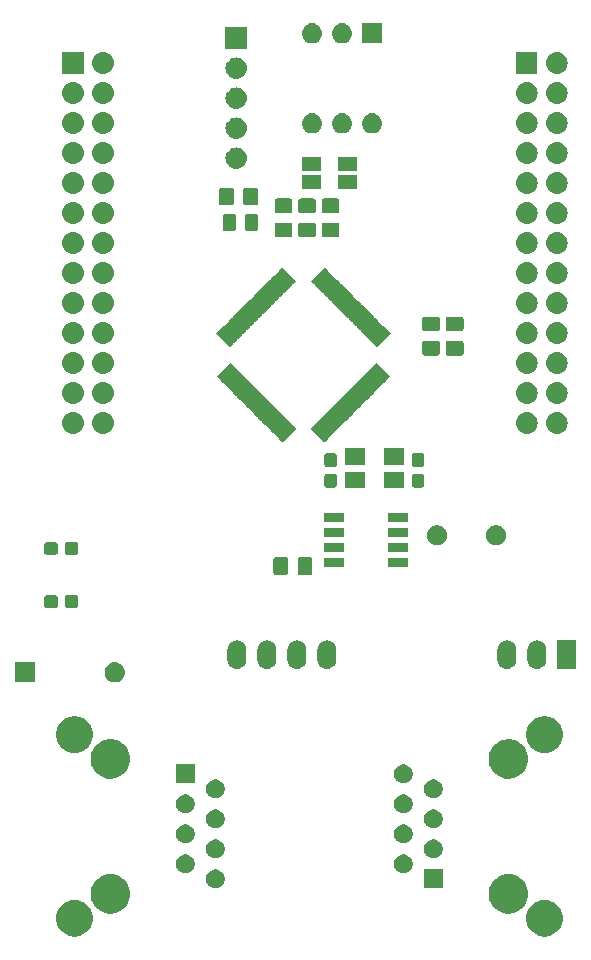
<source format=gbr>
G04 #@! TF.GenerationSoftware,KiCad,Pcbnew,(5.1.0)-1*
G04 #@! TF.CreationDate,2020-04-23T00:52:51+08:00*
G04 #@! TF.ProjectId,IRController,4952436f-6e74-4726-9f6c-6c65722e6b69,rev?*
G04 #@! TF.SameCoordinates,Original*
G04 #@! TF.FileFunction,Soldermask,Top*
G04 #@! TF.FilePolarity,Negative*
%FSLAX46Y46*%
G04 Gerber Fmt 4.6, Leading zero omitted, Abs format (unit mm)*
G04 Created by KiCad (PCBNEW (5.1.0)-1) date 2020-04-23 00:52:51*
%MOMM*%
%LPD*%
G04 APERTURE LIST*
%ADD10C,0.100000*%
G04 APERTURE END LIST*
D10*
G36*
X136602585Y-115393802D02*
G01*
X136752410Y-115423604D01*
X137034674Y-115540521D01*
X137288705Y-115710259D01*
X137504741Y-115926295D01*
X137674479Y-116180326D01*
X137791396Y-116462590D01*
X137851000Y-116762240D01*
X137851000Y-117067760D01*
X137791396Y-117367410D01*
X137674479Y-117649674D01*
X137504741Y-117903705D01*
X137288705Y-118119741D01*
X137034674Y-118289479D01*
X136752410Y-118406396D01*
X136602585Y-118436198D01*
X136452761Y-118466000D01*
X136147239Y-118466000D01*
X135997415Y-118436198D01*
X135847590Y-118406396D01*
X135565326Y-118289479D01*
X135311295Y-118119741D01*
X135095259Y-117903705D01*
X134925521Y-117649674D01*
X134808604Y-117367410D01*
X134749000Y-117067760D01*
X134749000Y-116762240D01*
X134808604Y-116462590D01*
X134925521Y-116180326D01*
X135095259Y-115926295D01*
X135311295Y-115710259D01*
X135565326Y-115540521D01*
X135847590Y-115423604D01*
X135997415Y-115393802D01*
X136147239Y-115364000D01*
X136452761Y-115364000D01*
X136602585Y-115393802D01*
X136602585Y-115393802D01*
G37*
G36*
X96802585Y-115393802D02*
G01*
X96952410Y-115423604D01*
X97234674Y-115540521D01*
X97488705Y-115710259D01*
X97704741Y-115926295D01*
X97874479Y-116180326D01*
X97991396Y-116462590D01*
X98051000Y-116762240D01*
X98051000Y-117067760D01*
X97991396Y-117367410D01*
X97874479Y-117649674D01*
X97704741Y-117903705D01*
X97488705Y-118119741D01*
X97234674Y-118289479D01*
X96952410Y-118406396D01*
X96802585Y-118436198D01*
X96652761Y-118466000D01*
X96347239Y-118466000D01*
X96197415Y-118436198D01*
X96047590Y-118406396D01*
X95765326Y-118289479D01*
X95511295Y-118119741D01*
X95295259Y-117903705D01*
X95125521Y-117649674D01*
X95008604Y-117367410D01*
X94949000Y-117067760D01*
X94949000Y-116762240D01*
X95008604Y-116462590D01*
X95125521Y-116180326D01*
X95295259Y-115926295D01*
X95511295Y-115710259D01*
X95765326Y-115540521D01*
X96047590Y-115423604D01*
X96197415Y-115393802D01*
X96347239Y-115364000D01*
X96652761Y-115364000D01*
X96802585Y-115393802D01*
X96802585Y-115393802D01*
G37*
G36*
X99848718Y-113210584D02*
G01*
X100038871Y-113248408D01*
X100343883Y-113374748D01*
X100618387Y-113558166D01*
X100851834Y-113791613D01*
X101035252Y-114066117D01*
X101161592Y-114371129D01*
X101226000Y-114694928D01*
X101226000Y-115025072D01*
X101161592Y-115348871D01*
X101035252Y-115653883D01*
X100851834Y-115928387D01*
X100618387Y-116161834D01*
X100343883Y-116345252D01*
X100038871Y-116471592D01*
X99876971Y-116503796D01*
X99715073Y-116536000D01*
X99384927Y-116536000D01*
X99223029Y-116503796D01*
X99061129Y-116471592D01*
X98756117Y-116345252D01*
X98481613Y-116161834D01*
X98248166Y-115928387D01*
X98064748Y-115653883D01*
X97938408Y-115348871D01*
X97874000Y-115025072D01*
X97874000Y-114694928D01*
X97938408Y-114371129D01*
X98064748Y-114066117D01*
X98248166Y-113791613D01*
X98481613Y-113558166D01*
X98756117Y-113374748D01*
X99061129Y-113248408D01*
X99251282Y-113210584D01*
X99384927Y-113184000D01*
X99715073Y-113184000D01*
X99848718Y-113210584D01*
X99848718Y-113210584D01*
G37*
G36*
X133548718Y-113210584D02*
G01*
X133738871Y-113248408D01*
X134043883Y-113374748D01*
X134318387Y-113558166D01*
X134551834Y-113791613D01*
X134735252Y-114066117D01*
X134861592Y-114371129D01*
X134926000Y-114694928D01*
X134926000Y-115025072D01*
X134861592Y-115348871D01*
X134735252Y-115653883D01*
X134551834Y-115928387D01*
X134318387Y-116161834D01*
X134043883Y-116345252D01*
X133738871Y-116471592D01*
X133576971Y-116503796D01*
X133415073Y-116536000D01*
X133084927Y-116536000D01*
X132923029Y-116503796D01*
X132761129Y-116471592D01*
X132456117Y-116345252D01*
X132181613Y-116161834D01*
X131948166Y-115928387D01*
X131764748Y-115653883D01*
X131638408Y-115348871D01*
X131574000Y-115025072D01*
X131574000Y-114694928D01*
X131638408Y-114371129D01*
X131764748Y-114066117D01*
X131948166Y-113791613D01*
X132181613Y-113558166D01*
X132456117Y-113374748D01*
X132761129Y-113248408D01*
X132951282Y-113210584D01*
X133084927Y-113184000D01*
X133415073Y-113184000D01*
X133548718Y-113210584D01*
X133548718Y-113210584D01*
G37*
G36*
X127701000Y-114391000D02*
G01*
X126099000Y-114391000D01*
X126099000Y-112789000D01*
X127701000Y-112789000D01*
X127701000Y-114391000D01*
X127701000Y-114391000D01*
G37*
G36*
X108673642Y-112819781D02*
G01*
X108819414Y-112880162D01*
X108819416Y-112880163D01*
X108950608Y-112967822D01*
X109062178Y-113079392D01*
X109069412Y-113090219D01*
X109149838Y-113210586D01*
X109210219Y-113356358D01*
X109241000Y-113511107D01*
X109241000Y-113668893D01*
X109210219Y-113823642D01*
X109149838Y-113969414D01*
X109149837Y-113969416D01*
X109062178Y-114100608D01*
X108950608Y-114212178D01*
X108819416Y-114299837D01*
X108819415Y-114299838D01*
X108819414Y-114299838D01*
X108673642Y-114360219D01*
X108518893Y-114391000D01*
X108361107Y-114391000D01*
X108206358Y-114360219D01*
X108060586Y-114299838D01*
X108060585Y-114299838D01*
X108060584Y-114299837D01*
X107929392Y-114212178D01*
X107817822Y-114100608D01*
X107730163Y-113969416D01*
X107730162Y-113969414D01*
X107669781Y-113823642D01*
X107639000Y-113668893D01*
X107639000Y-113511107D01*
X107669781Y-113356358D01*
X107730162Y-113210586D01*
X107810588Y-113090219D01*
X107817822Y-113079392D01*
X107929392Y-112967822D01*
X108060584Y-112880163D01*
X108060586Y-112880162D01*
X108206358Y-112819781D01*
X108361107Y-112789000D01*
X108518893Y-112789000D01*
X108673642Y-112819781D01*
X108673642Y-112819781D01*
G37*
G36*
X106133642Y-111549781D02*
G01*
X106279414Y-111610162D01*
X106279416Y-111610163D01*
X106410608Y-111697822D01*
X106522178Y-111809392D01*
X106529412Y-111820219D01*
X106609838Y-111940586D01*
X106670219Y-112086358D01*
X106701000Y-112241107D01*
X106701000Y-112398893D01*
X106670219Y-112553642D01*
X106609838Y-112699414D01*
X106609837Y-112699416D01*
X106522178Y-112830608D01*
X106410608Y-112942178D01*
X106279416Y-113029837D01*
X106279415Y-113029838D01*
X106279414Y-113029838D01*
X106133642Y-113090219D01*
X105978893Y-113121000D01*
X105821107Y-113121000D01*
X105666358Y-113090219D01*
X105520586Y-113029838D01*
X105520585Y-113029838D01*
X105520584Y-113029837D01*
X105389392Y-112942178D01*
X105277822Y-112830608D01*
X105190163Y-112699416D01*
X105190162Y-112699414D01*
X105129781Y-112553642D01*
X105099000Y-112398893D01*
X105099000Y-112241107D01*
X105129781Y-112086358D01*
X105190162Y-111940586D01*
X105270588Y-111820219D01*
X105277822Y-111809392D01*
X105389392Y-111697822D01*
X105520584Y-111610163D01*
X105520586Y-111610162D01*
X105666358Y-111549781D01*
X105821107Y-111519000D01*
X105978893Y-111519000D01*
X106133642Y-111549781D01*
X106133642Y-111549781D01*
G37*
G36*
X124593642Y-111549781D02*
G01*
X124739414Y-111610162D01*
X124739416Y-111610163D01*
X124870608Y-111697822D01*
X124982178Y-111809392D01*
X124989412Y-111820219D01*
X125069838Y-111940586D01*
X125130219Y-112086358D01*
X125161000Y-112241107D01*
X125161000Y-112398893D01*
X125130219Y-112553642D01*
X125069838Y-112699414D01*
X125069837Y-112699416D01*
X124982178Y-112830608D01*
X124870608Y-112942178D01*
X124739416Y-113029837D01*
X124739415Y-113029838D01*
X124739414Y-113029838D01*
X124593642Y-113090219D01*
X124438893Y-113121000D01*
X124281107Y-113121000D01*
X124126358Y-113090219D01*
X123980586Y-113029838D01*
X123980585Y-113029838D01*
X123980584Y-113029837D01*
X123849392Y-112942178D01*
X123737822Y-112830608D01*
X123650163Y-112699416D01*
X123650162Y-112699414D01*
X123589781Y-112553642D01*
X123559000Y-112398893D01*
X123559000Y-112241107D01*
X123589781Y-112086358D01*
X123650162Y-111940586D01*
X123730588Y-111820219D01*
X123737822Y-111809392D01*
X123849392Y-111697822D01*
X123980584Y-111610163D01*
X123980586Y-111610162D01*
X124126358Y-111549781D01*
X124281107Y-111519000D01*
X124438893Y-111519000D01*
X124593642Y-111549781D01*
X124593642Y-111549781D01*
G37*
G36*
X108673642Y-110279781D02*
G01*
X108819414Y-110340162D01*
X108819416Y-110340163D01*
X108950608Y-110427822D01*
X109062178Y-110539392D01*
X109069412Y-110550219D01*
X109149838Y-110670586D01*
X109210219Y-110816358D01*
X109241000Y-110971107D01*
X109241000Y-111128893D01*
X109210219Y-111283642D01*
X109149838Y-111429414D01*
X109149837Y-111429416D01*
X109062178Y-111560608D01*
X108950608Y-111672178D01*
X108819416Y-111759837D01*
X108819415Y-111759838D01*
X108819414Y-111759838D01*
X108673642Y-111820219D01*
X108518893Y-111851000D01*
X108361107Y-111851000D01*
X108206358Y-111820219D01*
X108060586Y-111759838D01*
X108060585Y-111759838D01*
X108060584Y-111759837D01*
X107929392Y-111672178D01*
X107817822Y-111560608D01*
X107730163Y-111429416D01*
X107730162Y-111429414D01*
X107669781Y-111283642D01*
X107639000Y-111128893D01*
X107639000Y-110971107D01*
X107669781Y-110816358D01*
X107730162Y-110670586D01*
X107810588Y-110550219D01*
X107817822Y-110539392D01*
X107929392Y-110427822D01*
X108060584Y-110340163D01*
X108060586Y-110340162D01*
X108206358Y-110279781D01*
X108361107Y-110249000D01*
X108518893Y-110249000D01*
X108673642Y-110279781D01*
X108673642Y-110279781D01*
G37*
G36*
X127133642Y-110279781D02*
G01*
X127279414Y-110340162D01*
X127279416Y-110340163D01*
X127410608Y-110427822D01*
X127522178Y-110539392D01*
X127529412Y-110550219D01*
X127609838Y-110670586D01*
X127670219Y-110816358D01*
X127701000Y-110971107D01*
X127701000Y-111128893D01*
X127670219Y-111283642D01*
X127609838Y-111429414D01*
X127609837Y-111429416D01*
X127522178Y-111560608D01*
X127410608Y-111672178D01*
X127279416Y-111759837D01*
X127279415Y-111759838D01*
X127279414Y-111759838D01*
X127133642Y-111820219D01*
X126978893Y-111851000D01*
X126821107Y-111851000D01*
X126666358Y-111820219D01*
X126520586Y-111759838D01*
X126520585Y-111759838D01*
X126520584Y-111759837D01*
X126389392Y-111672178D01*
X126277822Y-111560608D01*
X126190163Y-111429416D01*
X126190162Y-111429414D01*
X126129781Y-111283642D01*
X126099000Y-111128893D01*
X126099000Y-110971107D01*
X126129781Y-110816358D01*
X126190162Y-110670586D01*
X126270588Y-110550219D01*
X126277822Y-110539392D01*
X126389392Y-110427822D01*
X126520584Y-110340163D01*
X126520586Y-110340162D01*
X126666358Y-110279781D01*
X126821107Y-110249000D01*
X126978893Y-110249000D01*
X127133642Y-110279781D01*
X127133642Y-110279781D01*
G37*
G36*
X124593642Y-109009781D02*
G01*
X124739414Y-109070162D01*
X124739416Y-109070163D01*
X124870608Y-109157822D01*
X124982178Y-109269392D01*
X124989412Y-109280219D01*
X125069838Y-109400586D01*
X125130219Y-109546358D01*
X125161000Y-109701107D01*
X125161000Y-109858893D01*
X125130219Y-110013642D01*
X125069838Y-110159414D01*
X125069837Y-110159416D01*
X124982178Y-110290608D01*
X124870608Y-110402178D01*
X124739416Y-110489837D01*
X124739415Y-110489838D01*
X124739414Y-110489838D01*
X124593642Y-110550219D01*
X124438893Y-110581000D01*
X124281107Y-110581000D01*
X124126358Y-110550219D01*
X123980586Y-110489838D01*
X123980585Y-110489838D01*
X123980584Y-110489837D01*
X123849392Y-110402178D01*
X123737822Y-110290608D01*
X123650163Y-110159416D01*
X123650162Y-110159414D01*
X123589781Y-110013642D01*
X123559000Y-109858893D01*
X123559000Y-109701107D01*
X123589781Y-109546358D01*
X123650162Y-109400586D01*
X123730588Y-109280219D01*
X123737822Y-109269392D01*
X123849392Y-109157822D01*
X123980584Y-109070163D01*
X123980586Y-109070162D01*
X124126358Y-109009781D01*
X124281107Y-108979000D01*
X124438893Y-108979000D01*
X124593642Y-109009781D01*
X124593642Y-109009781D01*
G37*
G36*
X106133642Y-109009781D02*
G01*
X106279414Y-109070162D01*
X106279416Y-109070163D01*
X106410608Y-109157822D01*
X106522178Y-109269392D01*
X106529412Y-109280219D01*
X106609838Y-109400586D01*
X106670219Y-109546358D01*
X106701000Y-109701107D01*
X106701000Y-109858893D01*
X106670219Y-110013642D01*
X106609838Y-110159414D01*
X106609837Y-110159416D01*
X106522178Y-110290608D01*
X106410608Y-110402178D01*
X106279416Y-110489837D01*
X106279415Y-110489838D01*
X106279414Y-110489838D01*
X106133642Y-110550219D01*
X105978893Y-110581000D01*
X105821107Y-110581000D01*
X105666358Y-110550219D01*
X105520586Y-110489838D01*
X105520585Y-110489838D01*
X105520584Y-110489837D01*
X105389392Y-110402178D01*
X105277822Y-110290608D01*
X105190163Y-110159416D01*
X105190162Y-110159414D01*
X105129781Y-110013642D01*
X105099000Y-109858893D01*
X105099000Y-109701107D01*
X105129781Y-109546358D01*
X105190162Y-109400586D01*
X105270588Y-109280219D01*
X105277822Y-109269392D01*
X105389392Y-109157822D01*
X105520584Y-109070163D01*
X105520586Y-109070162D01*
X105666358Y-109009781D01*
X105821107Y-108979000D01*
X105978893Y-108979000D01*
X106133642Y-109009781D01*
X106133642Y-109009781D01*
G37*
G36*
X127133642Y-107739781D02*
G01*
X127279414Y-107800162D01*
X127279416Y-107800163D01*
X127410608Y-107887822D01*
X127522178Y-107999392D01*
X127529412Y-108010219D01*
X127609838Y-108130586D01*
X127670219Y-108276358D01*
X127701000Y-108431107D01*
X127701000Y-108588893D01*
X127670219Y-108743642D01*
X127609838Y-108889414D01*
X127609837Y-108889416D01*
X127522178Y-109020608D01*
X127410608Y-109132178D01*
X127279416Y-109219837D01*
X127279415Y-109219838D01*
X127279414Y-109219838D01*
X127133642Y-109280219D01*
X126978893Y-109311000D01*
X126821107Y-109311000D01*
X126666358Y-109280219D01*
X126520586Y-109219838D01*
X126520585Y-109219838D01*
X126520584Y-109219837D01*
X126389392Y-109132178D01*
X126277822Y-109020608D01*
X126190163Y-108889416D01*
X126190162Y-108889414D01*
X126129781Y-108743642D01*
X126099000Y-108588893D01*
X126099000Y-108431107D01*
X126129781Y-108276358D01*
X126190162Y-108130586D01*
X126270588Y-108010219D01*
X126277822Y-107999392D01*
X126389392Y-107887822D01*
X126520584Y-107800163D01*
X126520586Y-107800162D01*
X126666358Y-107739781D01*
X126821107Y-107709000D01*
X126978893Y-107709000D01*
X127133642Y-107739781D01*
X127133642Y-107739781D01*
G37*
G36*
X108673642Y-107739781D02*
G01*
X108819414Y-107800162D01*
X108819416Y-107800163D01*
X108950608Y-107887822D01*
X109062178Y-107999392D01*
X109069412Y-108010219D01*
X109149838Y-108130586D01*
X109210219Y-108276358D01*
X109241000Y-108431107D01*
X109241000Y-108588893D01*
X109210219Y-108743642D01*
X109149838Y-108889414D01*
X109149837Y-108889416D01*
X109062178Y-109020608D01*
X108950608Y-109132178D01*
X108819416Y-109219837D01*
X108819415Y-109219838D01*
X108819414Y-109219838D01*
X108673642Y-109280219D01*
X108518893Y-109311000D01*
X108361107Y-109311000D01*
X108206358Y-109280219D01*
X108060586Y-109219838D01*
X108060585Y-109219838D01*
X108060584Y-109219837D01*
X107929392Y-109132178D01*
X107817822Y-109020608D01*
X107730163Y-108889416D01*
X107730162Y-108889414D01*
X107669781Y-108743642D01*
X107639000Y-108588893D01*
X107639000Y-108431107D01*
X107669781Y-108276358D01*
X107730162Y-108130586D01*
X107810588Y-108010219D01*
X107817822Y-107999392D01*
X107929392Y-107887822D01*
X108060584Y-107800163D01*
X108060586Y-107800162D01*
X108206358Y-107739781D01*
X108361107Y-107709000D01*
X108518893Y-107709000D01*
X108673642Y-107739781D01*
X108673642Y-107739781D01*
G37*
G36*
X106133642Y-106469781D02*
G01*
X106279414Y-106530162D01*
X106279416Y-106530163D01*
X106410608Y-106617822D01*
X106522178Y-106729392D01*
X106529412Y-106740219D01*
X106609838Y-106860586D01*
X106670219Y-107006358D01*
X106701000Y-107161107D01*
X106701000Y-107318893D01*
X106670219Y-107473642D01*
X106609838Y-107619414D01*
X106609837Y-107619416D01*
X106522178Y-107750608D01*
X106410608Y-107862178D01*
X106279416Y-107949837D01*
X106279415Y-107949838D01*
X106279414Y-107949838D01*
X106133642Y-108010219D01*
X105978893Y-108041000D01*
X105821107Y-108041000D01*
X105666358Y-108010219D01*
X105520586Y-107949838D01*
X105520585Y-107949838D01*
X105520584Y-107949837D01*
X105389392Y-107862178D01*
X105277822Y-107750608D01*
X105190163Y-107619416D01*
X105190162Y-107619414D01*
X105129781Y-107473642D01*
X105099000Y-107318893D01*
X105099000Y-107161107D01*
X105129781Y-107006358D01*
X105190162Y-106860586D01*
X105270588Y-106740219D01*
X105277822Y-106729392D01*
X105389392Y-106617822D01*
X105520584Y-106530163D01*
X105520586Y-106530162D01*
X105666358Y-106469781D01*
X105821107Y-106439000D01*
X105978893Y-106439000D01*
X106133642Y-106469781D01*
X106133642Y-106469781D01*
G37*
G36*
X124593642Y-106469781D02*
G01*
X124739414Y-106530162D01*
X124739416Y-106530163D01*
X124870608Y-106617822D01*
X124982178Y-106729392D01*
X124989412Y-106740219D01*
X125069838Y-106860586D01*
X125130219Y-107006358D01*
X125161000Y-107161107D01*
X125161000Y-107318893D01*
X125130219Y-107473642D01*
X125069838Y-107619414D01*
X125069837Y-107619416D01*
X124982178Y-107750608D01*
X124870608Y-107862178D01*
X124739416Y-107949837D01*
X124739415Y-107949838D01*
X124739414Y-107949838D01*
X124593642Y-108010219D01*
X124438893Y-108041000D01*
X124281107Y-108041000D01*
X124126358Y-108010219D01*
X123980586Y-107949838D01*
X123980585Y-107949838D01*
X123980584Y-107949837D01*
X123849392Y-107862178D01*
X123737822Y-107750608D01*
X123650163Y-107619416D01*
X123650162Y-107619414D01*
X123589781Y-107473642D01*
X123559000Y-107318893D01*
X123559000Y-107161107D01*
X123589781Y-107006358D01*
X123650162Y-106860586D01*
X123730588Y-106740219D01*
X123737822Y-106729392D01*
X123849392Y-106617822D01*
X123980584Y-106530163D01*
X123980586Y-106530162D01*
X124126358Y-106469781D01*
X124281107Y-106439000D01*
X124438893Y-106439000D01*
X124593642Y-106469781D01*
X124593642Y-106469781D01*
G37*
G36*
X108673642Y-105199781D02*
G01*
X108819414Y-105260162D01*
X108819416Y-105260163D01*
X108950608Y-105347822D01*
X109062178Y-105459392D01*
X109069412Y-105470219D01*
X109149838Y-105590586D01*
X109210219Y-105736358D01*
X109241000Y-105891107D01*
X109241000Y-106048893D01*
X109210219Y-106203642D01*
X109149838Y-106349414D01*
X109149837Y-106349416D01*
X109062178Y-106480608D01*
X108950608Y-106592178D01*
X108819416Y-106679837D01*
X108819415Y-106679838D01*
X108819414Y-106679838D01*
X108673642Y-106740219D01*
X108518893Y-106771000D01*
X108361107Y-106771000D01*
X108206358Y-106740219D01*
X108060586Y-106679838D01*
X108060585Y-106679838D01*
X108060584Y-106679837D01*
X107929392Y-106592178D01*
X107817822Y-106480608D01*
X107730163Y-106349416D01*
X107730162Y-106349414D01*
X107669781Y-106203642D01*
X107639000Y-106048893D01*
X107639000Y-105891107D01*
X107669781Y-105736358D01*
X107730162Y-105590586D01*
X107810588Y-105470219D01*
X107817822Y-105459392D01*
X107929392Y-105347822D01*
X108060584Y-105260163D01*
X108060586Y-105260162D01*
X108206358Y-105199781D01*
X108361107Y-105169000D01*
X108518893Y-105169000D01*
X108673642Y-105199781D01*
X108673642Y-105199781D01*
G37*
G36*
X127133642Y-105199781D02*
G01*
X127279414Y-105260162D01*
X127279416Y-105260163D01*
X127410608Y-105347822D01*
X127522178Y-105459392D01*
X127529412Y-105470219D01*
X127609838Y-105590586D01*
X127670219Y-105736358D01*
X127701000Y-105891107D01*
X127701000Y-106048893D01*
X127670219Y-106203642D01*
X127609838Y-106349414D01*
X127609837Y-106349416D01*
X127522178Y-106480608D01*
X127410608Y-106592178D01*
X127279416Y-106679837D01*
X127279415Y-106679838D01*
X127279414Y-106679838D01*
X127133642Y-106740219D01*
X126978893Y-106771000D01*
X126821107Y-106771000D01*
X126666358Y-106740219D01*
X126520586Y-106679838D01*
X126520585Y-106679838D01*
X126520584Y-106679837D01*
X126389392Y-106592178D01*
X126277822Y-106480608D01*
X126190163Y-106349416D01*
X126190162Y-106349414D01*
X126129781Y-106203642D01*
X126099000Y-106048893D01*
X126099000Y-105891107D01*
X126129781Y-105736358D01*
X126190162Y-105590586D01*
X126270588Y-105470219D01*
X126277822Y-105459392D01*
X126389392Y-105347822D01*
X126520584Y-105260163D01*
X126520586Y-105260162D01*
X126666358Y-105199781D01*
X126821107Y-105169000D01*
X126978893Y-105169000D01*
X127133642Y-105199781D01*
X127133642Y-105199781D01*
G37*
G36*
X106701000Y-105501000D02*
G01*
X105099000Y-105501000D01*
X105099000Y-103899000D01*
X106701000Y-103899000D01*
X106701000Y-105501000D01*
X106701000Y-105501000D01*
G37*
G36*
X124593642Y-103929781D02*
G01*
X124739414Y-103990162D01*
X124739416Y-103990163D01*
X124870608Y-104077822D01*
X124982178Y-104189392D01*
X125069837Y-104320584D01*
X125069838Y-104320586D01*
X125130219Y-104466358D01*
X125161000Y-104621107D01*
X125161000Y-104778893D01*
X125130219Y-104933642D01*
X125085504Y-105041592D01*
X125069837Y-105079416D01*
X124982178Y-105210608D01*
X124870608Y-105322178D01*
X124739416Y-105409837D01*
X124739415Y-105409838D01*
X124739414Y-105409838D01*
X124593642Y-105470219D01*
X124438893Y-105501000D01*
X124281107Y-105501000D01*
X124126358Y-105470219D01*
X123980586Y-105409838D01*
X123980585Y-105409838D01*
X123980584Y-105409837D01*
X123849392Y-105322178D01*
X123737822Y-105210608D01*
X123650163Y-105079416D01*
X123634496Y-105041592D01*
X123589781Y-104933642D01*
X123559000Y-104778893D01*
X123559000Y-104621107D01*
X123589781Y-104466358D01*
X123650162Y-104320586D01*
X123650163Y-104320584D01*
X123737822Y-104189392D01*
X123849392Y-104077822D01*
X123980584Y-103990163D01*
X123980586Y-103990162D01*
X124126358Y-103929781D01*
X124281107Y-103899000D01*
X124438893Y-103899000D01*
X124593642Y-103929781D01*
X124593642Y-103929781D01*
G37*
G36*
X100038871Y-101818408D02*
G01*
X100343883Y-101944748D01*
X100618387Y-102128166D01*
X100851834Y-102361613D01*
X101035252Y-102636117D01*
X101161592Y-102941129D01*
X101226000Y-103264928D01*
X101226000Y-103595072D01*
X101161592Y-103918871D01*
X101035252Y-104223883D01*
X100851834Y-104498387D01*
X100618387Y-104731834D01*
X100343883Y-104915252D01*
X100038871Y-105041592D01*
X99876971Y-105073796D01*
X99715073Y-105106000D01*
X99384927Y-105106000D01*
X99061129Y-105041592D01*
X98756117Y-104915252D01*
X98481613Y-104731834D01*
X98248166Y-104498387D01*
X98064748Y-104223883D01*
X97938408Y-103918871D01*
X97874000Y-103595072D01*
X97874000Y-103264928D01*
X97938408Y-102941129D01*
X98064748Y-102636117D01*
X98248166Y-102361613D01*
X98481613Y-102128166D01*
X98756117Y-101944748D01*
X99061129Y-101818408D01*
X99223029Y-101786204D01*
X99384927Y-101754000D01*
X99715073Y-101754000D01*
X100038871Y-101818408D01*
X100038871Y-101818408D01*
G37*
G36*
X133738871Y-101818408D02*
G01*
X134043883Y-101944748D01*
X134318387Y-102128166D01*
X134551834Y-102361613D01*
X134735252Y-102636117D01*
X134861592Y-102941129D01*
X134926000Y-103264928D01*
X134926000Y-103595072D01*
X134861592Y-103918871D01*
X134735252Y-104223883D01*
X134551834Y-104498387D01*
X134318387Y-104731834D01*
X134043883Y-104915252D01*
X133738871Y-105041592D01*
X133576971Y-105073796D01*
X133415073Y-105106000D01*
X133084927Y-105106000D01*
X132761129Y-105041592D01*
X132456117Y-104915252D01*
X132181613Y-104731834D01*
X131948166Y-104498387D01*
X131764748Y-104223883D01*
X131638408Y-103918871D01*
X131574000Y-103595072D01*
X131574000Y-103264928D01*
X131638408Y-102941129D01*
X131764748Y-102636117D01*
X131948166Y-102361613D01*
X132181613Y-102128166D01*
X132456117Y-101944748D01*
X132761129Y-101818408D01*
X132923029Y-101786204D01*
X133084927Y-101754000D01*
X133415073Y-101754000D01*
X133738871Y-101818408D01*
X133738871Y-101818408D01*
G37*
G36*
X136602585Y-99853802D02*
G01*
X136752410Y-99883604D01*
X137034674Y-100000521D01*
X137288705Y-100170259D01*
X137504741Y-100386295D01*
X137674479Y-100640326D01*
X137791396Y-100922590D01*
X137851000Y-101222240D01*
X137851000Y-101527760D01*
X137791396Y-101827410D01*
X137674479Y-102109674D01*
X137504741Y-102363705D01*
X137288705Y-102579741D01*
X137034674Y-102749479D01*
X136752410Y-102866396D01*
X136602585Y-102896198D01*
X136452761Y-102926000D01*
X136147239Y-102926000D01*
X135997415Y-102896198D01*
X135847590Y-102866396D01*
X135565326Y-102749479D01*
X135311295Y-102579741D01*
X135095259Y-102363705D01*
X134925521Y-102109674D01*
X134808604Y-101827410D01*
X134749000Y-101527760D01*
X134749000Y-101222240D01*
X134808604Y-100922590D01*
X134925521Y-100640326D01*
X135095259Y-100386295D01*
X135311295Y-100170259D01*
X135565326Y-100000521D01*
X135847590Y-99883604D01*
X135997415Y-99853802D01*
X136147239Y-99824000D01*
X136452761Y-99824000D01*
X136602585Y-99853802D01*
X136602585Y-99853802D01*
G37*
G36*
X96802585Y-99853802D02*
G01*
X96952410Y-99883604D01*
X97234674Y-100000521D01*
X97488705Y-100170259D01*
X97704741Y-100386295D01*
X97874479Y-100640326D01*
X97991396Y-100922590D01*
X98051000Y-101222240D01*
X98051000Y-101527760D01*
X97991396Y-101827410D01*
X97874479Y-102109674D01*
X97704741Y-102363705D01*
X97488705Y-102579741D01*
X97234674Y-102749479D01*
X96952410Y-102866396D01*
X96802585Y-102896198D01*
X96652761Y-102926000D01*
X96347239Y-102926000D01*
X96197415Y-102896198D01*
X96047590Y-102866396D01*
X95765326Y-102749479D01*
X95511295Y-102579741D01*
X95295259Y-102363705D01*
X95125521Y-102109674D01*
X95008604Y-101827410D01*
X94949000Y-101527760D01*
X94949000Y-101222240D01*
X95008604Y-100922590D01*
X95125521Y-100640326D01*
X95295259Y-100386295D01*
X95511295Y-100170259D01*
X95765326Y-100000521D01*
X96047590Y-99883604D01*
X96197415Y-99853802D01*
X96347239Y-99824000D01*
X96652761Y-99824000D01*
X96802585Y-99853802D01*
X96802585Y-99853802D01*
G37*
G36*
X93151000Y-96951000D02*
G01*
X91449000Y-96951000D01*
X91449000Y-95249000D01*
X93151000Y-95249000D01*
X93151000Y-96951000D01*
X93151000Y-96951000D01*
G37*
G36*
X100086823Y-95261313D02*
G01*
X100217380Y-95300917D01*
X100240765Y-95308011D01*
X100247242Y-95309976D01*
X100379906Y-95380886D01*
X100395078Y-95388996D01*
X100524659Y-95495341D01*
X100631004Y-95624922D01*
X100631005Y-95624924D01*
X100710024Y-95772758D01*
X100758687Y-95933177D01*
X100775117Y-96100000D01*
X100758687Y-96266823D01*
X100710024Y-96427242D01*
X100639114Y-96559906D01*
X100631004Y-96575078D01*
X100524659Y-96704659D01*
X100395078Y-96811004D01*
X100395076Y-96811005D01*
X100247242Y-96890024D01*
X100086823Y-96938687D01*
X99961804Y-96951000D01*
X99878196Y-96951000D01*
X99753177Y-96938687D01*
X99592758Y-96890024D01*
X99444924Y-96811005D01*
X99444922Y-96811004D01*
X99315341Y-96704659D01*
X99208996Y-96575078D01*
X99200886Y-96559906D01*
X99129976Y-96427242D01*
X99081313Y-96266823D01*
X99064883Y-96100000D01*
X99081313Y-95933177D01*
X99129976Y-95772758D01*
X99208995Y-95624924D01*
X99208996Y-95624922D01*
X99315341Y-95495341D01*
X99444922Y-95388996D01*
X99460094Y-95380886D01*
X99592758Y-95309976D01*
X99599236Y-95308011D01*
X99622620Y-95300917D01*
X99753177Y-95261313D01*
X99878196Y-95249000D01*
X99961804Y-95249000D01*
X100086823Y-95261313D01*
X100086823Y-95261313D01*
G37*
G36*
X115497023Y-93410590D02*
G01*
X115597682Y-93441125D01*
X115648013Y-93456392D01*
X115787165Y-93530771D01*
X115909133Y-93630867D01*
X116009229Y-93752835D01*
X116083608Y-93891987D01*
X116083608Y-93891988D01*
X116129410Y-94042977D01*
X116141000Y-94160655D01*
X116141000Y-95039345D01*
X116129410Y-95157023D01*
X116101509Y-95249000D01*
X116083608Y-95308013D01*
X116040322Y-95388995D01*
X116009229Y-95447165D01*
X115909133Y-95569133D01*
X115787164Y-95669229D01*
X115648012Y-95743608D01*
X115597681Y-95758875D01*
X115497022Y-95789410D01*
X115340000Y-95804875D01*
X115182977Y-95789410D01*
X115082318Y-95758875D01*
X115031987Y-95743608D01*
X114892835Y-95669229D01*
X114838849Y-95624924D01*
X114770867Y-95569133D01*
X114670771Y-95447164D01*
X114597442Y-95309976D01*
X114596392Y-95308012D01*
X114578491Y-95249000D01*
X114550590Y-95157022D01*
X114539000Y-95039344D01*
X114539000Y-94160655D01*
X114550591Y-94042977D01*
X114596393Y-93891988D01*
X114596393Y-93891987D01*
X114670772Y-93752835D01*
X114770868Y-93630867D01*
X114892836Y-93530771D01*
X115031988Y-93456392D01*
X115082319Y-93441125D01*
X115182978Y-93410590D01*
X115340000Y-93395125D01*
X115497023Y-93410590D01*
X115497023Y-93410590D01*
G37*
G36*
X118037023Y-93410590D02*
G01*
X118137682Y-93441125D01*
X118188013Y-93456392D01*
X118327165Y-93530771D01*
X118449133Y-93630867D01*
X118549229Y-93752835D01*
X118623608Y-93891987D01*
X118623608Y-93891988D01*
X118669410Y-94042977D01*
X118681000Y-94160655D01*
X118681000Y-95039345D01*
X118669410Y-95157023D01*
X118641509Y-95249000D01*
X118623608Y-95308013D01*
X118580322Y-95388995D01*
X118549229Y-95447165D01*
X118449133Y-95569133D01*
X118327164Y-95669229D01*
X118188012Y-95743608D01*
X118137681Y-95758875D01*
X118037022Y-95789410D01*
X117880000Y-95804875D01*
X117722977Y-95789410D01*
X117622318Y-95758875D01*
X117571987Y-95743608D01*
X117432835Y-95669229D01*
X117378849Y-95624924D01*
X117310867Y-95569133D01*
X117210771Y-95447164D01*
X117137442Y-95309976D01*
X117136392Y-95308012D01*
X117118491Y-95249000D01*
X117090590Y-95157022D01*
X117079000Y-95039344D01*
X117079000Y-94160655D01*
X117090591Y-94042977D01*
X117136393Y-93891988D01*
X117136393Y-93891987D01*
X117210772Y-93752835D01*
X117310868Y-93630867D01*
X117432836Y-93530771D01*
X117571988Y-93456392D01*
X117622319Y-93441125D01*
X117722978Y-93410590D01*
X117880000Y-93395125D01*
X118037023Y-93410590D01*
X118037023Y-93410590D01*
G37*
G36*
X135817023Y-93410590D02*
G01*
X135917682Y-93441125D01*
X135968013Y-93456392D01*
X136107165Y-93530771D01*
X136229133Y-93630867D01*
X136329229Y-93752835D01*
X136403608Y-93891987D01*
X136403608Y-93891988D01*
X136449410Y-94042977D01*
X136461000Y-94160655D01*
X136461000Y-95039345D01*
X136449410Y-95157023D01*
X136421509Y-95249000D01*
X136403608Y-95308013D01*
X136360322Y-95388995D01*
X136329229Y-95447165D01*
X136229133Y-95569133D01*
X136107164Y-95669229D01*
X135968012Y-95743608D01*
X135917681Y-95758875D01*
X135817022Y-95789410D01*
X135660000Y-95804875D01*
X135502977Y-95789410D01*
X135402318Y-95758875D01*
X135351987Y-95743608D01*
X135212835Y-95669229D01*
X135158849Y-95624924D01*
X135090867Y-95569133D01*
X134990771Y-95447164D01*
X134917442Y-95309976D01*
X134916392Y-95308012D01*
X134898491Y-95249000D01*
X134870590Y-95157022D01*
X134859000Y-95039344D01*
X134859000Y-94160655D01*
X134870591Y-94042977D01*
X134916393Y-93891988D01*
X134916393Y-93891987D01*
X134990772Y-93752835D01*
X135090868Y-93630867D01*
X135212836Y-93530771D01*
X135351988Y-93456392D01*
X135402319Y-93441125D01*
X135502978Y-93410590D01*
X135660000Y-93395125D01*
X135817023Y-93410590D01*
X135817023Y-93410590D01*
G37*
G36*
X110417023Y-93410590D02*
G01*
X110517682Y-93441125D01*
X110568013Y-93456392D01*
X110707165Y-93530771D01*
X110829133Y-93630867D01*
X110929229Y-93752835D01*
X111003608Y-93891987D01*
X111003608Y-93891988D01*
X111049410Y-94042977D01*
X111061000Y-94160655D01*
X111061000Y-95039345D01*
X111049410Y-95157023D01*
X111021509Y-95249000D01*
X111003608Y-95308013D01*
X110960322Y-95388995D01*
X110929229Y-95447165D01*
X110829133Y-95569133D01*
X110707164Y-95669229D01*
X110568012Y-95743608D01*
X110517681Y-95758875D01*
X110417022Y-95789410D01*
X110260000Y-95804875D01*
X110102977Y-95789410D01*
X110002318Y-95758875D01*
X109951987Y-95743608D01*
X109812835Y-95669229D01*
X109758849Y-95624924D01*
X109690867Y-95569133D01*
X109590771Y-95447164D01*
X109517442Y-95309976D01*
X109516392Y-95308012D01*
X109498491Y-95249000D01*
X109470590Y-95157022D01*
X109459000Y-95039344D01*
X109459000Y-94160655D01*
X109470591Y-94042977D01*
X109516393Y-93891988D01*
X109516393Y-93891987D01*
X109590772Y-93752835D01*
X109690868Y-93630867D01*
X109812836Y-93530771D01*
X109951988Y-93456392D01*
X110002319Y-93441125D01*
X110102978Y-93410590D01*
X110260000Y-93395125D01*
X110417023Y-93410590D01*
X110417023Y-93410590D01*
G37*
G36*
X112957023Y-93410590D02*
G01*
X113057682Y-93441125D01*
X113108013Y-93456392D01*
X113247165Y-93530771D01*
X113369133Y-93630867D01*
X113469229Y-93752835D01*
X113543608Y-93891987D01*
X113543608Y-93891988D01*
X113589410Y-94042977D01*
X113601000Y-94160655D01*
X113601000Y-95039345D01*
X113589410Y-95157023D01*
X113561509Y-95249000D01*
X113543608Y-95308013D01*
X113500322Y-95388995D01*
X113469229Y-95447165D01*
X113369133Y-95569133D01*
X113247164Y-95669229D01*
X113108012Y-95743608D01*
X113057681Y-95758875D01*
X112957022Y-95789410D01*
X112800000Y-95804875D01*
X112642977Y-95789410D01*
X112542318Y-95758875D01*
X112491987Y-95743608D01*
X112352835Y-95669229D01*
X112298849Y-95624924D01*
X112230867Y-95569133D01*
X112130771Y-95447164D01*
X112057442Y-95309976D01*
X112056392Y-95308012D01*
X112038491Y-95249000D01*
X112010590Y-95157022D01*
X111999000Y-95039344D01*
X111999000Y-94160655D01*
X112010591Y-94042977D01*
X112056393Y-93891988D01*
X112056393Y-93891987D01*
X112130772Y-93752835D01*
X112230868Y-93630867D01*
X112352836Y-93530771D01*
X112491988Y-93456392D01*
X112542319Y-93441125D01*
X112642978Y-93410590D01*
X112800000Y-93395125D01*
X112957023Y-93410590D01*
X112957023Y-93410590D01*
G37*
G36*
X133277023Y-93410590D02*
G01*
X133377682Y-93441125D01*
X133428013Y-93456392D01*
X133567165Y-93530771D01*
X133689133Y-93630867D01*
X133789229Y-93752835D01*
X133863608Y-93891987D01*
X133863608Y-93891988D01*
X133909410Y-94042977D01*
X133921000Y-94160655D01*
X133921000Y-95039345D01*
X133909410Y-95157023D01*
X133881509Y-95249000D01*
X133863608Y-95308013D01*
X133820322Y-95388995D01*
X133789229Y-95447165D01*
X133689133Y-95569133D01*
X133567164Y-95669229D01*
X133428012Y-95743608D01*
X133377681Y-95758875D01*
X133277022Y-95789410D01*
X133120000Y-95804875D01*
X132962977Y-95789410D01*
X132862318Y-95758875D01*
X132811987Y-95743608D01*
X132672835Y-95669229D01*
X132618849Y-95624924D01*
X132550867Y-95569133D01*
X132450771Y-95447164D01*
X132377442Y-95309976D01*
X132376392Y-95308012D01*
X132358491Y-95249000D01*
X132330590Y-95157022D01*
X132319000Y-95039344D01*
X132319000Y-94160655D01*
X132330591Y-94042977D01*
X132376393Y-93891988D01*
X132376393Y-93891987D01*
X132450772Y-93752835D01*
X132550868Y-93630867D01*
X132672836Y-93530771D01*
X132811988Y-93456392D01*
X132862319Y-93441125D01*
X132962978Y-93410590D01*
X133120000Y-93395125D01*
X133277023Y-93410590D01*
X133277023Y-93410590D01*
G37*
G36*
X139001000Y-95801000D02*
G01*
X137399000Y-95801000D01*
X137399000Y-93399000D01*
X139001000Y-93399000D01*
X139001000Y-95801000D01*
X139001000Y-95801000D01*
G37*
G36*
X94939499Y-89578445D02*
G01*
X94976995Y-89589820D01*
X95011554Y-89608292D01*
X95041847Y-89633153D01*
X95066708Y-89663446D01*
X95085180Y-89698005D01*
X95096555Y-89735501D01*
X95101000Y-89780638D01*
X95101000Y-90419362D01*
X95096555Y-90464499D01*
X95085180Y-90501995D01*
X95066708Y-90536554D01*
X95041847Y-90566847D01*
X95011554Y-90591708D01*
X94976995Y-90610180D01*
X94939499Y-90621555D01*
X94894362Y-90626000D01*
X94155638Y-90626000D01*
X94110501Y-90621555D01*
X94073005Y-90610180D01*
X94038446Y-90591708D01*
X94008153Y-90566847D01*
X93983292Y-90536554D01*
X93964820Y-90501995D01*
X93953445Y-90464499D01*
X93949000Y-90419362D01*
X93949000Y-89780638D01*
X93953445Y-89735501D01*
X93964820Y-89698005D01*
X93983292Y-89663446D01*
X94008153Y-89633153D01*
X94038446Y-89608292D01*
X94073005Y-89589820D01*
X94110501Y-89578445D01*
X94155638Y-89574000D01*
X94894362Y-89574000D01*
X94939499Y-89578445D01*
X94939499Y-89578445D01*
G37*
G36*
X96689499Y-89578445D02*
G01*
X96726995Y-89589820D01*
X96761554Y-89608292D01*
X96791847Y-89633153D01*
X96816708Y-89663446D01*
X96835180Y-89698005D01*
X96846555Y-89735501D01*
X96851000Y-89780638D01*
X96851000Y-90419362D01*
X96846555Y-90464499D01*
X96835180Y-90501995D01*
X96816708Y-90536554D01*
X96791847Y-90566847D01*
X96761554Y-90591708D01*
X96726995Y-90610180D01*
X96689499Y-90621555D01*
X96644362Y-90626000D01*
X95905638Y-90626000D01*
X95860501Y-90621555D01*
X95823005Y-90610180D01*
X95788446Y-90591708D01*
X95758153Y-90566847D01*
X95733292Y-90536554D01*
X95714820Y-90501995D01*
X95703445Y-90464499D01*
X95699000Y-90419362D01*
X95699000Y-89780638D01*
X95703445Y-89735501D01*
X95714820Y-89698005D01*
X95733292Y-89663446D01*
X95758153Y-89633153D01*
X95788446Y-89608292D01*
X95823005Y-89589820D01*
X95860501Y-89578445D01*
X95905638Y-89574000D01*
X96644362Y-89574000D01*
X96689499Y-89578445D01*
X96689499Y-89578445D01*
G37*
G36*
X114438674Y-86353465D02*
G01*
X114476367Y-86364899D01*
X114511103Y-86383466D01*
X114541548Y-86408452D01*
X114566534Y-86438897D01*
X114585101Y-86473633D01*
X114596535Y-86511326D01*
X114601000Y-86556661D01*
X114601000Y-87643339D01*
X114596535Y-87688674D01*
X114585101Y-87726367D01*
X114566534Y-87761103D01*
X114541548Y-87791548D01*
X114511103Y-87816534D01*
X114476367Y-87835101D01*
X114438674Y-87846535D01*
X114393339Y-87851000D01*
X113556661Y-87851000D01*
X113511326Y-87846535D01*
X113473633Y-87835101D01*
X113438897Y-87816534D01*
X113408452Y-87791548D01*
X113383466Y-87761103D01*
X113364899Y-87726367D01*
X113353465Y-87688674D01*
X113349000Y-87643339D01*
X113349000Y-86556661D01*
X113353465Y-86511326D01*
X113364899Y-86473633D01*
X113383466Y-86438897D01*
X113408452Y-86408452D01*
X113438897Y-86383466D01*
X113473633Y-86364899D01*
X113511326Y-86353465D01*
X113556661Y-86349000D01*
X114393339Y-86349000D01*
X114438674Y-86353465D01*
X114438674Y-86353465D01*
G37*
G36*
X116488674Y-86353465D02*
G01*
X116526367Y-86364899D01*
X116561103Y-86383466D01*
X116591548Y-86408452D01*
X116616534Y-86438897D01*
X116635101Y-86473633D01*
X116646535Y-86511326D01*
X116651000Y-86556661D01*
X116651000Y-87643339D01*
X116646535Y-87688674D01*
X116635101Y-87726367D01*
X116616534Y-87761103D01*
X116591548Y-87791548D01*
X116561103Y-87816534D01*
X116526367Y-87835101D01*
X116488674Y-87846535D01*
X116443339Y-87851000D01*
X115606661Y-87851000D01*
X115561326Y-87846535D01*
X115523633Y-87835101D01*
X115488897Y-87816534D01*
X115458452Y-87791548D01*
X115433466Y-87761103D01*
X115414899Y-87726367D01*
X115403465Y-87688674D01*
X115399000Y-87643339D01*
X115399000Y-86556661D01*
X115403465Y-86511326D01*
X115414899Y-86473633D01*
X115433466Y-86438897D01*
X115458452Y-86408452D01*
X115488897Y-86383466D01*
X115523633Y-86364899D01*
X115561326Y-86353465D01*
X115606661Y-86349000D01*
X116443339Y-86349000D01*
X116488674Y-86353465D01*
X116488674Y-86353465D01*
G37*
G36*
X124726000Y-87156000D02*
G01*
X123074000Y-87156000D01*
X123074000Y-86454000D01*
X124726000Y-86454000D01*
X124726000Y-87156000D01*
X124726000Y-87156000D01*
G37*
G36*
X119326000Y-87156000D02*
G01*
X117674000Y-87156000D01*
X117674000Y-86454000D01*
X119326000Y-86454000D01*
X119326000Y-87156000D01*
X119326000Y-87156000D01*
G37*
G36*
X94939499Y-85078445D02*
G01*
X94976995Y-85089820D01*
X95011554Y-85108292D01*
X95041847Y-85133153D01*
X95066708Y-85163446D01*
X95085180Y-85198005D01*
X95096555Y-85235501D01*
X95101000Y-85280638D01*
X95101000Y-85919362D01*
X95096555Y-85964499D01*
X95085180Y-86001995D01*
X95066708Y-86036554D01*
X95041847Y-86066847D01*
X95011554Y-86091708D01*
X94976995Y-86110180D01*
X94939499Y-86121555D01*
X94894362Y-86126000D01*
X94155638Y-86126000D01*
X94110501Y-86121555D01*
X94073005Y-86110180D01*
X94038446Y-86091708D01*
X94008153Y-86066847D01*
X93983292Y-86036554D01*
X93964820Y-86001995D01*
X93953445Y-85964499D01*
X93949000Y-85919362D01*
X93949000Y-85280638D01*
X93953445Y-85235501D01*
X93964820Y-85198005D01*
X93983292Y-85163446D01*
X94008153Y-85133153D01*
X94038446Y-85108292D01*
X94073005Y-85089820D01*
X94110501Y-85078445D01*
X94155638Y-85074000D01*
X94894362Y-85074000D01*
X94939499Y-85078445D01*
X94939499Y-85078445D01*
G37*
G36*
X96689499Y-85078445D02*
G01*
X96726995Y-85089820D01*
X96761554Y-85108292D01*
X96791847Y-85133153D01*
X96816708Y-85163446D01*
X96835180Y-85198005D01*
X96846555Y-85235501D01*
X96851000Y-85280638D01*
X96851000Y-85919362D01*
X96846555Y-85964499D01*
X96835180Y-86001995D01*
X96816708Y-86036554D01*
X96791847Y-86066847D01*
X96761554Y-86091708D01*
X96726995Y-86110180D01*
X96689499Y-86121555D01*
X96644362Y-86126000D01*
X95905638Y-86126000D01*
X95860501Y-86121555D01*
X95823005Y-86110180D01*
X95788446Y-86091708D01*
X95758153Y-86066847D01*
X95733292Y-86036554D01*
X95714820Y-86001995D01*
X95703445Y-85964499D01*
X95699000Y-85919362D01*
X95699000Y-85280638D01*
X95703445Y-85235501D01*
X95714820Y-85198005D01*
X95733292Y-85163446D01*
X95758153Y-85133153D01*
X95788446Y-85108292D01*
X95823005Y-85089820D01*
X95860501Y-85078445D01*
X95905638Y-85074000D01*
X96644362Y-85074000D01*
X96689499Y-85078445D01*
X96689499Y-85078445D01*
G37*
G36*
X119326000Y-85886000D02*
G01*
X117674000Y-85886000D01*
X117674000Y-85184000D01*
X119326000Y-85184000D01*
X119326000Y-85886000D01*
X119326000Y-85886000D01*
G37*
G36*
X124726000Y-85886000D02*
G01*
X123074000Y-85886000D01*
X123074000Y-85184000D01*
X124726000Y-85184000D01*
X124726000Y-85886000D01*
X124726000Y-85886000D01*
G37*
G36*
X127448228Y-83681703D02*
G01*
X127603100Y-83745853D01*
X127742481Y-83838985D01*
X127861015Y-83957519D01*
X127954147Y-84096900D01*
X128018297Y-84251772D01*
X128051000Y-84416184D01*
X128051000Y-84583816D01*
X128018297Y-84748228D01*
X127954147Y-84903100D01*
X127861015Y-85042481D01*
X127742481Y-85161015D01*
X127603100Y-85254147D01*
X127448228Y-85318297D01*
X127283816Y-85351000D01*
X127116184Y-85351000D01*
X126951772Y-85318297D01*
X126796900Y-85254147D01*
X126657519Y-85161015D01*
X126538985Y-85042481D01*
X126445853Y-84903100D01*
X126381703Y-84748228D01*
X126349000Y-84583816D01*
X126349000Y-84416184D01*
X126381703Y-84251772D01*
X126445853Y-84096900D01*
X126538985Y-83957519D01*
X126657519Y-83838985D01*
X126796900Y-83745853D01*
X126951772Y-83681703D01*
X127116184Y-83649000D01*
X127283816Y-83649000D01*
X127448228Y-83681703D01*
X127448228Y-83681703D01*
G37*
G36*
X132448228Y-83681703D02*
G01*
X132603100Y-83745853D01*
X132742481Y-83838985D01*
X132861015Y-83957519D01*
X132954147Y-84096900D01*
X133018297Y-84251772D01*
X133051000Y-84416184D01*
X133051000Y-84583816D01*
X133018297Y-84748228D01*
X132954147Y-84903100D01*
X132861015Y-85042481D01*
X132742481Y-85161015D01*
X132603100Y-85254147D01*
X132448228Y-85318297D01*
X132283816Y-85351000D01*
X132116184Y-85351000D01*
X131951772Y-85318297D01*
X131796900Y-85254147D01*
X131657519Y-85161015D01*
X131538985Y-85042481D01*
X131445853Y-84903100D01*
X131381703Y-84748228D01*
X131349000Y-84583816D01*
X131349000Y-84416184D01*
X131381703Y-84251772D01*
X131445853Y-84096900D01*
X131538985Y-83957519D01*
X131657519Y-83838985D01*
X131796900Y-83745853D01*
X131951772Y-83681703D01*
X132116184Y-83649000D01*
X132283816Y-83649000D01*
X132448228Y-83681703D01*
X132448228Y-83681703D01*
G37*
G36*
X119326000Y-84616000D02*
G01*
X117674000Y-84616000D01*
X117674000Y-83914000D01*
X119326000Y-83914000D01*
X119326000Y-84616000D01*
X119326000Y-84616000D01*
G37*
G36*
X124726000Y-84616000D02*
G01*
X123074000Y-84616000D01*
X123074000Y-83914000D01*
X124726000Y-83914000D01*
X124726000Y-84616000D01*
X124726000Y-84616000D01*
G37*
G36*
X119326000Y-83346000D02*
G01*
X117674000Y-83346000D01*
X117674000Y-82644000D01*
X119326000Y-82644000D01*
X119326000Y-83346000D01*
X119326000Y-83346000D01*
G37*
G36*
X124726000Y-83346000D02*
G01*
X123074000Y-83346000D01*
X123074000Y-82644000D01*
X124726000Y-82644000D01*
X124726000Y-83346000D01*
X124726000Y-83346000D01*
G37*
G36*
X124401000Y-80501000D02*
G01*
X122699000Y-80501000D01*
X122699000Y-79099000D01*
X124401000Y-79099000D01*
X124401000Y-80501000D01*
X124401000Y-80501000D01*
G37*
G36*
X121101000Y-80501000D02*
G01*
X119399000Y-80501000D01*
X119399000Y-79099000D01*
X121101000Y-79099000D01*
X121101000Y-80501000D01*
X121101000Y-80501000D01*
G37*
G36*
X125964499Y-79303445D02*
G01*
X126001995Y-79314820D01*
X126036554Y-79333292D01*
X126066847Y-79358153D01*
X126091708Y-79388446D01*
X126110180Y-79423005D01*
X126121555Y-79460501D01*
X126126000Y-79505638D01*
X126126000Y-80244362D01*
X126121555Y-80289499D01*
X126110180Y-80326995D01*
X126091708Y-80361554D01*
X126066847Y-80391847D01*
X126036554Y-80416708D01*
X126001995Y-80435180D01*
X125964499Y-80446555D01*
X125919362Y-80451000D01*
X125280638Y-80451000D01*
X125235501Y-80446555D01*
X125198005Y-80435180D01*
X125163446Y-80416708D01*
X125133153Y-80391847D01*
X125108292Y-80361554D01*
X125089820Y-80326995D01*
X125078445Y-80289499D01*
X125074000Y-80244362D01*
X125074000Y-79505638D01*
X125078445Y-79460501D01*
X125089820Y-79423005D01*
X125108292Y-79388446D01*
X125133153Y-79358153D01*
X125163446Y-79333292D01*
X125198005Y-79314820D01*
X125235501Y-79303445D01*
X125280638Y-79299000D01*
X125919362Y-79299000D01*
X125964499Y-79303445D01*
X125964499Y-79303445D01*
G37*
G36*
X118564499Y-79303445D02*
G01*
X118601995Y-79314820D01*
X118636554Y-79333292D01*
X118666847Y-79358153D01*
X118691708Y-79388446D01*
X118710180Y-79423005D01*
X118721555Y-79460501D01*
X118726000Y-79505638D01*
X118726000Y-80244362D01*
X118721555Y-80289499D01*
X118710180Y-80326995D01*
X118691708Y-80361554D01*
X118666847Y-80391847D01*
X118636554Y-80416708D01*
X118601995Y-80435180D01*
X118564499Y-80446555D01*
X118519362Y-80451000D01*
X117880638Y-80451000D01*
X117835501Y-80446555D01*
X117798005Y-80435180D01*
X117763446Y-80416708D01*
X117733153Y-80391847D01*
X117708292Y-80361554D01*
X117689820Y-80326995D01*
X117678445Y-80289499D01*
X117674000Y-80244362D01*
X117674000Y-79505638D01*
X117678445Y-79460501D01*
X117689820Y-79423005D01*
X117708292Y-79388446D01*
X117733153Y-79358153D01*
X117763446Y-79333292D01*
X117798005Y-79314820D01*
X117835501Y-79303445D01*
X117880638Y-79299000D01*
X118519362Y-79299000D01*
X118564499Y-79303445D01*
X118564499Y-79303445D01*
G37*
G36*
X125964499Y-77553445D02*
G01*
X126001995Y-77564820D01*
X126036554Y-77583292D01*
X126066847Y-77608153D01*
X126091708Y-77638446D01*
X126110180Y-77673005D01*
X126121555Y-77710501D01*
X126126000Y-77755638D01*
X126126000Y-78494362D01*
X126121555Y-78539499D01*
X126110180Y-78576995D01*
X126091708Y-78611554D01*
X126066847Y-78641847D01*
X126036554Y-78666708D01*
X126001995Y-78685180D01*
X125964499Y-78696555D01*
X125919362Y-78701000D01*
X125280638Y-78701000D01*
X125235501Y-78696555D01*
X125198005Y-78685180D01*
X125163446Y-78666708D01*
X125133153Y-78641847D01*
X125108292Y-78611554D01*
X125089820Y-78576995D01*
X125078445Y-78539499D01*
X125074000Y-78494362D01*
X125074000Y-77755638D01*
X125078445Y-77710501D01*
X125089820Y-77673005D01*
X125108292Y-77638446D01*
X125133153Y-77608153D01*
X125163446Y-77583292D01*
X125198005Y-77564820D01*
X125235501Y-77553445D01*
X125280638Y-77549000D01*
X125919362Y-77549000D01*
X125964499Y-77553445D01*
X125964499Y-77553445D01*
G37*
G36*
X118564499Y-77553445D02*
G01*
X118601995Y-77564820D01*
X118636554Y-77583292D01*
X118666847Y-77608153D01*
X118691708Y-77638446D01*
X118710180Y-77673005D01*
X118721555Y-77710501D01*
X118726000Y-77755638D01*
X118726000Y-78494362D01*
X118721555Y-78539499D01*
X118710180Y-78576995D01*
X118691708Y-78611554D01*
X118666847Y-78641847D01*
X118636554Y-78666708D01*
X118601995Y-78685180D01*
X118564499Y-78696555D01*
X118519362Y-78701000D01*
X117880638Y-78701000D01*
X117835501Y-78696555D01*
X117798005Y-78685180D01*
X117763446Y-78666708D01*
X117733153Y-78641847D01*
X117708292Y-78611554D01*
X117689820Y-78576995D01*
X117678445Y-78539499D01*
X117674000Y-78494362D01*
X117674000Y-77755638D01*
X117678445Y-77710501D01*
X117689820Y-77673005D01*
X117708292Y-77638446D01*
X117733153Y-77608153D01*
X117763446Y-77583292D01*
X117798005Y-77564820D01*
X117835501Y-77553445D01*
X117880638Y-77549000D01*
X118519362Y-77549000D01*
X118564499Y-77553445D01*
X118564499Y-77553445D01*
G37*
G36*
X121101000Y-78501000D02*
G01*
X119399000Y-78501000D01*
X119399000Y-77099000D01*
X121101000Y-77099000D01*
X121101000Y-78501000D01*
X121101000Y-78501000D01*
G37*
G36*
X124401000Y-78501000D02*
G01*
X122699000Y-78501000D01*
X122699000Y-77099000D01*
X124401000Y-77099000D01*
X124401000Y-78501000D01*
X124401000Y-78501000D01*
G37*
G36*
X122129834Y-69852045D02*
G01*
X122136849Y-69854173D01*
X122143315Y-69857630D01*
X122153749Y-69866192D01*
X123259470Y-70971913D01*
X123268032Y-70982347D01*
X123271489Y-70988813D01*
X123273617Y-70995828D01*
X123274335Y-71003123D01*
X123273617Y-71010418D01*
X123271489Y-71017433D01*
X123268032Y-71023899D01*
X123259470Y-71034333D01*
X123037633Y-71256170D01*
X123027199Y-71264732D01*
X123020733Y-71268189D01*
X123005796Y-71272720D01*
X122983157Y-71282098D01*
X122962783Y-71295712D01*
X122945456Y-71313039D01*
X122931843Y-71333414D01*
X122922467Y-71356049D01*
X122917936Y-71370986D01*
X122914479Y-71377452D01*
X122905917Y-71387886D01*
X122684080Y-71609723D01*
X122673646Y-71618285D01*
X122667180Y-71621742D01*
X122652243Y-71626273D01*
X122629604Y-71635651D01*
X122609230Y-71649265D01*
X122591903Y-71666592D01*
X122578290Y-71686967D01*
X122568914Y-71709602D01*
X122564383Y-71724539D01*
X122560926Y-71731005D01*
X122552364Y-71741439D01*
X122330527Y-71963276D01*
X122320093Y-71971838D01*
X122313626Y-71975295D01*
X122298690Y-71979826D01*
X122276051Y-71989203D01*
X122255677Y-72002817D01*
X122238350Y-72020144D01*
X122224736Y-72040519D01*
X122215360Y-72063156D01*
X122210829Y-72078092D01*
X122207372Y-72084559D01*
X122198810Y-72094993D01*
X121976973Y-72316830D01*
X121966539Y-72325392D01*
X121960073Y-72328849D01*
X121945136Y-72333380D01*
X121922497Y-72342758D01*
X121902123Y-72356372D01*
X121884796Y-72373699D01*
X121871183Y-72394074D01*
X121861807Y-72416709D01*
X121857276Y-72431646D01*
X121853819Y-72438112D01*
X121845257Y-72448546D01*
X121623420Y-72670383D01*
X121612986Y-72678945D01*
X121606519Y-72682402D01*
X121591583Y-72686933D01*
X121568944Y-72696310D01*
X121548570Y-72709924D01*
X121531243Y-72727251D01*
X121517629Y-72747626D01*
X121508253Y-72770263D01*
X121503722Y-72785199D01*
X121500265Y-72791666D01*
X121491703Y-72802100D01*
X121269866Y-73023937D01*
X121259432Y-73032499D01*
X121252966Y-73035956D01*
X121238029Y-73040487D01*
X121215390Y-73049865D01*
X121195016Y-73063479D01*
X121177689Y-73080806D01*
X121164076Y-73101181D01*
X121154700Y-73123816D01*
X121150169Y-73138753D01*
X121146712Y-73145219D01*
X121138150Y-73155653D01*
X120916313Y-73377490D01*
X120905879Y-73386052D01*
X120899413Y-73389509D01*
X120884476Y-73394040D01*
X120861837Y-73403418D01*
X120841463Y-73417032D01*
X120824136Y-73434359D01*
X120810523Y-73454734D01*
X120801147Y-73477369D01*
X120796616Y-73492306D01*
X120793159Y-73498772D01*
X120784597Y-73509206D01*
X120562760Y-73731043D01*
X120552326Y-73739605D01*
X120545859Y-73743062D01*
X120530923Y-73747593D01*
X120508284Y-73756970D01*
X120487910Y-73770584D01*
X120470583Y-73787911D01*
X120456969Y-73808286D01*
X120447593Y-73830923D01*
X120443062Y-73845859D01*
X120439605Y-73852326D01*
X120431043Y-73862760D01*
X120209206Y-74084597D01*
X120198772Y-74093159D01*
X120192306Y-74096616D01*
X120177369Y-74101147D01*
X120154730Y-74110525D01*
X120134356Y-74124139D01*
X120117029Y-74141466D01*
X120103416Y-74161841D01*
X120094040Y-74184476D01*
X120089509Y-74199413D01*
X120086052Y-74205879D01*
X120077490Y-74216313D01*
X119855653Y-74438150D01*
X119845219Y-74446712D01*
X119838753Y-74450169D01*
X119823816Y-74454700D01*
X119801177Y-74464078D01*
X119780803Y-74477692D01*
X119763476Y-74495019D01*
X119749863Y-74515394D01*
X119740487Y-74538029D01*
X119735956Y-74552966D01*
X119732499Y-74559432D01*
X119723937Y-74569866D01*
X119502100Y-74791703D01*
X119491666Y-74800265D01*
X119485199Y-74803722D01*
X119470263Y-74808253D01*
X119447624Y-74817630D01*
X119427250Y-74831244D01*
X119409923Y-74848571D01*
X119396309Y-74868946D01*
X119386933Y-74891583D01*
X119382402Y-74906519D01*
X119378945Y-74912986D01*
X119370383Y-74923420D01*
X119148546Y-75145257D01*
X119138112Y-75153819D01*
X119131646Y-75157276D01*
X119116709Y-75161807D01*
X119094070Y-75171185D01*
X119073696Y-75184799D01*
X119056369Y-75202126D01*
X119042756Y-75222501D01*
X119033380Y-75245136D01*
X119028849Y-75260073D01*
X119025392Y-75266539D01*
X119016830Y-75276973D01*
X118794993Y-75498810D01*
X118784559Y-75507372D01*
X118778092Y-75510829D01*
X118763156Y-75515360D01*
X118740517Y-75524737D01*
X118720143Y-75538351D01*
X118702816Y-75555678D01*
X118689202Y-75576053D01*
X118679826Y-75598690D01*
X118675295Y-75613626D01*
X118671838Y-75620093D01*
X118663276Y-75630527D01*
X118441439Y-75852364D01*
X118431005Y-75860926D01*
X118424539Y-75864383D01*
X118409602Y-75868914D01*
X118386963Y-75878292D01*
X118366589Y-75891906D01*
X118349262Y-75909233D01*
X118335649Y-75929608D01*
X118326273Y-75952243D01*
X118321742Y-75967180D01*
X118318285Y-75973646D01*
X118309723Y-75984080D01*
X118087886Y-76205917D01*
X118077452Y-76214479D01*
X118070986Y-76217936D01*
X118056049Y-76222467D01*
X118033410Y-76231845D01*
X118013036Y-76245459D01*
X117995709Y-76262786D01*
X117982096Y-76283161D01*
X117972720Y-76305796D01*
X117968189Y-76320733D01*
X117964732Y-76327199D01*
X117956170Y-76337633D01*
X117734333Y-76559470D01*
X117723899Y-76568032D01*
X117717433Y-76571489D01*
X117710418Y-76573617D01*
X117703123Y-76574335D01*
X117695828Y-76573617D01*
X117688813Y-76571489D01*
X117682347Y-76568032D01*
X117671913Y-76559470D01*
X116566192Y-75453749D01*
X116557630Y-75443315D01*
X116554173Y-75436849D01*
X116552045Y-75429834D01*
X116551327Y-75422539D01*
X116552045Y-75415244D01*
X116554173Y-75408229D01*
X116557630Y-75401763D01*
X116566192Y-75391329D01*
X116788029Y-75169492D01*
X116798463Y-75160930D01*
X116804929Y-75157473D01*
X116819866Y-75152942D01*
X116842505Y-75143564D01*
X116862879Y-75129950D01*
X116880206Y-75112623D01*
X116893819Y-75092248D01*
X116903195Y-75069613D01*
X116907726Y-75054676D01*
X116911183Y-75048210D01*
X116919745Y-75037776D01*
X117141582Y-74815939D01*
X117152016Y-74807377D01*
X117158482Y-74803920D01*
X117173419Y-74799389D01*
X117196058Y-74790011D01*
X117216432Y-74776397D01*
X117233759Y-74759070D01*
X117247372Y-74738695D01*
X117256748Y-74716060D01*
X117261279Y-74701123D01*
X117264736Y-74694657D01*
X117273298Y-74684223D01*
X117495135Y-74462386D01*
X117505569Y-74453824D01*
X117512036Y-74450367D01*
X117526972Y-74445836D01*
X117549611Y-74436459D01*
X117569985Y-74422845D01*
X117587312Y-74405518D01*
X117600926Y-74385143D01*
X117610302Y-74362506D01*
X117614833Y-74347570D01*
X117618290Y-74341103D01*
X117626852Y-74330669D01*
X117848689Y-74108832D01*
X117859123Y-74100270D01*
X117865589Y-74096813D01*
X117880526Y-74092282D01*
X117903165Y-74082904D01*
X117923539Y-74069290D01*
X117940866Y-74051963D01*
X117954479Y-74031588D01*
X117963855Y-74008953D01*
X117968386Y-73994016D01*
X117971843Y-73987550D01*
X117980405Y-73977116D01*
X118202242Y-73755279D01*
X118212676Y-73746717D01*
X118219143Y-73743260D01*
X118234079Y-73738729D01*
X118256718Y-73729352D01*
X118277092Y-73715738D01*
X118294419Y-73698411D01*
X118308033Y-73678036D01*
X118317409Y-73655399D01*
X118321940Y-73640463D01*
X118325397Y-73633996D01*
X118333959Y-73623562D01*
X118555796Y-73401725D01*
X118566230Y-73393163D01*
X118572696Y-73389706D01*
X118587633Y-73385175D01*
X118610272Y-73375797D01*
X118630646Y-73362183D01*
X118647973Y-73344856D01*
X118661586Y-73324481D01*
X118670962Y-73301846D01*
X118675493Y-73286909D01*
X118678950Y-73280443D01*
X118687512Y-73270009D01*
X118909349Y-73048172D01*
X118919783Y-73039610D01*
X118926249Y-73036153D01*
X118941186Y-73031622D01*
X118963825Y-73022244D01*
X118984199Y-73008630D01*
X119001526Y-72991303D01*
X119015139Y-72970928D01*
X119024515Y-72948293D01*
X119029046Y-72933356D01*
X119032503Y-72926890D01*
X119041065Y-72916456D01*
X119262902Y-72694619D01*
X119273336Y-72686057D01*
X119279803Y-72682600D01*
X119294739Y-72678069D01*
X119317378Y-72668692D01*
X119337752Y-72655078D01*
X119355079Y-72637751D01*
X119368693Y-72617376D01*
X119378069Y-72594739D01*
X119382600Y-72579803D01*
X119386057Y-72573336D01*
X119394619Y-72562902D01*
X119616456Y-72341065D01*
X119626890Y-72332503D01*
X119633356Y-72329046D01*
X119648293Y-72324515D01*
X119670932Y-72315137D01*
X119691306Y-72301523D01*
X119708633Y-72284196D01*
X119722246Y-72263821D01*
X119731622Y-72241186D01*
X119736153Y-72226249D01*
X119739610Y-72219783D01*
X119748172Y-72209349D01*
X119970009Y-71987512D01*
X119980443Y-71978950D01*
X119986909Y-71975493D01*
X120001846Y-71970962D01*
X120024485Y-71961584D01*
X120044859Y-71947970D01*
X120062186Y-71930643D01*
X120075799Y-71910268D01*
X120085175Y-71887633D01*
X120089706Y-71872696D01*
X120093163Y-71866230D01*
X120101725Y-71855796D01*
X120323562Y-71633959D01*
X120333996Y-71625397D01*
X120340463Y-71621940D01*
X120355399Y-71617409D01*
X120378038Y-71608032D01*
X120398412Y-71594418D01*
X120415739Y-71577091D01*
X120429353Y-71556716D01*
X120438729Y-71534079D01*
X120443260Y-71519143D01*
X120446717Y-71512676D01*
X120455279Y-71502242D01*
X120677116Y-71280405D01*
X120687550Y-71271843D01*
X120694016Y-71268386D01*
X120708953Y-71263855D01*
X120731592Y-71254477D01*
X120751966Y-71240863D01*
X120769293Y-71223536D01*
X120782906Y-71203161D01*
X120792282Y-71180526D01*
X120796813Y-71165589D01*
X120800270Y-71159123D01*
X120808832Y-71148689D01*
X121030669Y-70926852D01*
X121041103Y-70918290D01*
X121047570Y-70914833D01*
X121062506Y-70910302D01*
X121085145Y-70900925D01*
X121105519Y-70887311D01*
X121122846Y-70869984D01*
X121136460Y-70849609D01*
X121145836Y-70826972D01*
X121150367Y-70812036D01*
X121153824Y-70805569D01*
X121162386Y-70795135D01*
X121384223Y-70573298D01*
X121394657Y-70564736D01*
X121401123Y-70561279D01*
X121416060Y-70556748D01*
X121438699Y-70547370D01*
X121459073Y-70533756D01*
X121476400Y-70516429D01*
X121490013Y-70496054D01*
X121499389Y-70473419D01*
X121503920Y-70458482D01*
X121507377Y-70452016D01*
X121515939Y-70441582D01*
X121737776Y-70219745D01*
X121748210Y-70211183D01*
X121754676Y-70207726D01*
X121769613Y-70203195D01*
X121792252Y-70193817D01*
X121812626Y-70180203D01*
X121829953Y-70162876D01*
X121843566Y-70142501D01*
X121852942Y-70119866D01*
X121857473Y-70104929D01*
X121860930Y-70098463D01*
X121869492Y-70088029D01*
X122091329Y-69866192D01*
X122101763Y-69857630D01*
X122108229Y-69854173D01*
X122115244Y-69852045D01*
X122122539Y-69851327D01*
X122129834Y-69852045D01*
X122129834Y-69852045D01*
G37*
G36*
X109684756Y-69852045D02*
G01*
X109691771Y-69854173D01*
X109698237Y-69857630D01*
X109708671Y-69866192D01*
X109930508Y-70088029D01*
X109939070Y-70098463D01*
X109942527Y-70104929D01*
X109947058Y-70119866D01*
X109956436Y-70142505D01*
X109970050Y-70162879D01*
X109987377Y-70180206D01*
X110007752Y-70193819D01*
X110030387Y-70203195D01*
X110045324Y-70207726D01*
X110051790Y-70211183D01*
X110062224Y-70219745D01*
X110284061Y-70441582D01*
X110292623Y-70452016D01*
X110296080Y-70458482D01*
X110300611Y-70473419D01*
X110309989Y-70496058D01*
X110323603Y-70516432D01*
X110340930Y-70533759D01*
X110361305Y-70547372D01*
X110383940Y-70556748D01*
X110398877Y-70561279D01*
X110405343Y-70564736D01*
X110415777Y-70573298D01*
X110637614Y-70795135D01*
X110646176Y-70805569D01*
X110649633Y-70812036D01*
X110654164Y-70826972D01*
X110663541Y-70849611D01*
X110677155Y-70869985D01*
X110694482Y-70887312D01*
X110714857Y-70900926D01*
X110737494Y-70910302D01*
X110752430Y-70914833D01*
X110758897Y-70918290D01*
X110769331Y-70926852D01*
X110991168Y-71148689D01*
X110999730Y-71159123D01*
X111003187Y-71165589D01*
X111007718Y-71180526D01*
X111017096Y-71203165D01*
X111030710Y-71223539D01*
X111048037Y-71240866D01*
X111068412Y-71254479D01*
X111091047Y-71263855D01*
X111105984Y-71268386D01*
X111112450Y-71271843D01*
X111122884Y-71280405D01*
X111344721Y-71502242D01*
X111353283Y-71512676D01*
X111356740Y-71519143D01*
X111361271Y-71534079D01*
X111370648Y-71556718D01*
X111384262Y-71577092D01*
X111401589Y-71594419D01*
X111421964Y-71608033D01*
X111444601Y-71617409D01*
X111459537Y-71621940D01*
X111466004Y-71625397D01*
X111476438Y-71633959D01*
X111698275Y-71855796D01*
X111706837Y-71866230D01*
X111710294Y-71872696D01*
X111714825Y-71887633D01*
X111724203Y-71910272D01*
X111737817Y-71930646D01*
X111755144Y-71947973D01*
X111775519Y-71961586D01*
X111798154Y-71970962D01*
X111813091Y-71975493D01*
X111819557Y-71978950D01*
X111829991Y-71987512D01*
X112051828Y-72209349D01*
X112060390Y-72219783D01*
X112063847Y-72226249D01*
X112068378Y-72241186D01*
X112077756Y-72263825D01*
X112091370Y-72284199D01*
X112108697Y-72301526D01*
X112129072Y-72315139D01*
X112151707Y-72324515D01*
X112166644Y-72329046D01*
X112173110Y-72332503D01*
X112183544Y-72341065D01*
X112405381Y-72562902D01*
X112413943Y-72573336D01*
X112417400Y-72579803D01*
X112421931Y-72594739D01*
X112431308Y-72617378D01*
X112444922Y-72637752D01*
X112462249Y-72655079D01*
X112482624Y-72668693D01*
X112505261Y-72678069D01*
X112520197Y-72682600D01*
X112526664Y-72686057D01*
X112537098Y-72694619D01*
X112758935Y-72916456D01*
X112767497Y-72926890D01*
X112770954Y-72933356D01*
X112775485Y-72948293D01*
X112784863Y-72970932D01*
X112798477Y-72991306D01*
X112815804Y-73008633D01*
X112836179Y-73022246D01*
X112858814Y-73031622D01*
X112873751Y-73036153D01*
X112880217Y-73039610D01*
X112890651Y-73048172D01*
X113112488Y-73270009D01*
X113121050Y-73280443D01*
X113124507Y-73286909D01*
X113129038Y-73301846D01*
X113138416Y-73324485D01*
X113152030Y-73344859D01*
X113169357Y-73362186D01*
X113189732Y-73375799D01*
X113212367Y-73385175D01*
X113227304Y-73389706D01*
X113233770Y-73393163D01*
X113244204Y-73401725D01*
X113466041Y-73623562D01*
X113474603Y-73633996D01*
X113478060Y-73640463D01*
X113482591Y-73655399D01*
X113491968Y-73678038D01*
X113505582Y-73698412D01*
X113522909Y-73715739D01*
X113543284Y-73729353D01*
X113565921Y-73738729D01*
X113580857Y-73743260D01*
X113587324Y-73746717D01*
X113597758Y-73755279D01*
X113819595Y-73977116D01*
X113828157Y-73987550D01*
X113831614Y-73994016D01*
X113836145Y-74008953D01*
X113845523Y-74031592D01*
X113859137Y-74051966D01*
X113876464Y-74069293D01*
X113896839Y-74082906D01*
X113919474Y-74092282D01*
X113934411Y-74096813D01*
X113940877Y-74100270D01*
X113951311Y-74108832D01*
X114173148Y-74330669D01*
X114181710Y-74341103D01*
X114185167Y-74347570D01*
X114189698Y-74362506D01*
X114199075Y-74385145D01*
X114212689Y-74405519D01*
X114230016Y-74422846D01*
X114250391Y-74436460D01*
X114273028Y-74445836D01*
X114287964Y-74450367D01*
X114294431Y-74453824D01*
X114304865Y-74462386D01*
X114526702Y-74684223D01*
X114535264Y-74694657D01*
X114538721Y-74701123D01*
X114543252Y-74716060D01*
X114552630Y-74738699D01*
X114566244Y-74759073D01*
X114583571Y-74776400D01*
X114603946Y-74790013D01*
X114626581Y-74799389D01*
X114641518Y-74803920D01*
X114647984Y-74807377D01*
X114658418Y-74815939D01*
X114880255Y-75037776D01*
X114888817Y-75048210D01*
X114892274Y-75054676D01*
X114896805Y-75069613D01*
X114906183Y-75092252D01*
X114919797Y-75112626D01*
X114937124Y-75129953D01*
X114957499Y-75143566D01*
X114980134Y-75152942D01*
X114995071Y-75157473D01*
X115001537Y-75160930D01*
X115011971Y-75169492D01*
X115233808Y-75391329D01*
X115242370Y-75401763D01*
X115245827Y-75408229D01*
X115247955Y-75415244D01*
X115248673Y-75422539D01*
X115247955Y-75429834D01*
X115245827Y-75436849D01*
X115242370Y-75443315D01*
X115233808Y-75453749D01*
X114128087Y-76559470D01*
X114117653Y-76568032D01*
X114111187Y-76571489D01*
X114104172Y-76573617D01*
X114096877Y-76574335D01*
X114089582Y-76573617D01*
X114082567Y-76571489D01*
X114076101Y-76568032D01*
X114065667Y-76559470D01*
X113843830Y-76337633D01*
X113835268Y-76327199D01*
X113831811Y-76320733D01*
X113827280Y-76305796D01*
X113817902Y-76283157D01*
X113804288Y-76262783D01*
X113786961Y-76245456D01*
X113766586Y-76231843D01*
X113743951Y-76222467D01*
X113729014Y-76217936D01*
X113722548Y-76214479D01*
X113712114Y-76205917D01*
X113490277Y-75984080D01*
X113481715Y-75973646D01*
X113478258Y-75967180D01*
X113473727Y-75952243D01*
X113464349Y-75929604D01*
X113450735Y-75909230D01*
X113433408Y-75891903D01*
X113413033Y-75878290D01*
X113390398Y-75868914D01*
X113375461Y-75864383D01*
X113368995Y-75860926D01*
X113358561Y-75852364D01*
X113136724Y-75630527D01*
X113128162Y-75620093D01*
X113124705Y-75613626D01*
X113120174Y-75598690D01*
X113110797Y-75576051D01*
X113097183Y-75555677D01*
X113079856Y-75538350D01*
X113059481Y-75524736D01*
X113036844Y-75515360D01*
X113021908Y-75510829D01*
X113015441Y-75507372D01*
X113005007Y-75498810D01*
X112783170Y-75276973D01*
X112774608Y-75266539D01*
X112771151Y-75260073D01*
X112766620Y-75245136D01*
X112757242Y-75222497D01*
X112743628Y-75202123D01*
X112726301Y-75184796D01*
X112705926Y-75171183D01*
X112683291Y-75161807D01*
X112668354Y-75157276D01*
X112661888Y-75153819D01*
X112651454Y-75145257D01*
X112429617Y-74923420D01*
X112421055Y-74912986D01*
X112417598Y-74906519D01*
X112413067Y-74891583D01*
X112403690Y-74868944D01*
X112390076Y-74848570D01*
X112372749Y-74831243D01*
X112352374Y-74817629D01*
X112329737Y-74808253D01*
X112314801Y-74803722D01*
X112308334Y-74800265D01*
X112297900Y-74791703D01*
X112076063Y-74569866D01*
X112067501Y-74559432D01*
X112064044Y-74552966D01*
X112059513Y-74538029D01*
X112050135Y-74515390D01*
X112036521Y-74495016D01*
X112019194Y-74477689D01*
X111998819Y-74464076D01*
X111976184Y-74454700D01*
X111961247Y-74450169D01*
X111954781Y-74446712D01*
X111944347Y-74438150D01*
X111722510Y-74216313D01*
X111713948Y-74205879D01*
X111710491Y-74199413D01*
X111705960Y-74184476D01*
X111696582Y-74161837D01*
X111682968Y-74141463D01*
X111665641Y-74124136D01*
X111645266Y-74110523D01*
X111622631Y-74101147D01*
X111607694Y-74096616D01*
X111601228Y-74093159D01*
X111590794Y-74084597D01*
X111368957Y-73862760D01*
X111360395Y-73852326D01*
X111356938Y-73845859D01*
X111352407Y-73830923D01*
X111343030Y-73808284D01*
X111329416Y-73787910D01*
X111312089Y-73770583D01*
X111291714Y-73756969D01*
X111269077Y-73747593D01*
X111254141Y-73743062D01*
X111247674Y-73739605D01*
X111237240Y-73731043D01*
X111015403Y-73509206D01*
X111006841Y-73498772D01*
X111003384Y-73492306D01*
X110998853Y-73477369D01*
X110989475Y-73454730D01*
X110975861Y-73434356D01*
X110958534Y-73417029D01*
X110938159Y-73403416D01*
X110915524Y-73394040D01*
X110900587Y-73389509D01*
X110894121Y-73386052D01*
X110883687Y-73377490D01*
X110661850Y-73155653D01*
X110653288Y-73145219D01*
X110649831Y-73138753D01*
X110645300Y-73123816D01*
X110635922Y-73101177D01*
X110622308Y-73080803D01*
X110604981Y-73063476D01*
X110584606Y-73049863D01*
X110561971Y-73040487D01*
X110547034Y-73035956D01*
X110540568Y-73032499D01*
X110530134Y-73023937D01*
X110308297Y-72802100D01*
X110299735Y-72791666D01*
X110296278Y-72785199D01*
X110291747Y-72770263D01*
X110282370Y-72747624D01*
X110268756Y-72727250D01*
X110251429Y-72709923D01*
X110231054Y-72696309D01*
X110208417Y-72686933D01*
X110193481Y-72682402D01*
X110187014Y-72678945D01*
X110176580Y-72670383D01*
X109954743Y-72448546D01*
X109946181Y-72438112D01*
X109942724Y-72431646D01*
X109938193Y-72416709D01*
X109928815Y-72394070D01*
X109915201Y-72373696D01*
X109897874Y-72356369D01*
X109877499Y-72342756D01*
X109854864Y-72333380D01*
X109839927Y-72328849D01*
X109833461Y-72325392D01*
X109823027Y-72316830D01*
X109601190Y-72094993D01*
X109592628Y-72084559D01*
X109589171Y-72078092D01*
X109584640Y-72063156D01*
X109575263Y-72040517D01*
X109561649Y-72020143D01*
X109544322Y-72002816D01*
X109523947Y-71989202D01*
X109501310Y-71979826D01*
X109486374Y-71975295D01*
X109479907Y-71971838D01*
X109469473Y-71963276D01*
X109247636Y-71741439D01*
X109239074Y-71731005D01*
X109235617Y-71724539D01*
X109231086Y-71709602D01*
X109221708Y-71686963D01*
X109208094Y-71666589D01*
X109190767Y-71649262D01*
X109170392Y-71635649D01*
X109147757Y-71626273D01*
X109132820Y-71621742D01*
X109126354Y-71618285D01*
X109115920Y-71609723D01*
X108894083Y-71387886D01*
X108885521Y-71377452D01*
X108882064Y-71370986D01*
X108877533Y-71356049D01*
X108868155Y-71333410D01*
X108854541Y-71313036D01*
X108837214Y-71295709D01*
X108816839Y-71282096D01*
X108794204Y-71272720D01*
X108779267Y-71268189D01*
X108772801Y-71264732D01*
X108762367Y-71256170D01*
X108540530Y-71034333D01*
X108531968Y-71023899D01*
X108528511Y-71017433D01*
X108526383Y-71010418D01*
X108525665Y-71003123D01*
X108526383Y-70995828D01*
X108528511Y-70988813D01*
X108531968Y-70982347D01*
X108540530Y-70971913D01*
X109646251Y-69866192D01*
X109656685Y-69857630D01*
X109663151Y-69854173D01*
X109670166Y-69852045D01*
X109677461Y-69851327D01*
X109684756Y-69852045D01*
X109684756Y-69852045D01*
G37*
G36*
X134979294Y-74078633D02*
G01*
X135151695Y-74130931D01*
X135310583Y-74215858D01*
X135449849Y-74330151D01*
X135564142Y-74469417D01*
X135649069Y-74628305D01*
X135701367Y-74800706D01*
X135719025Y-74980000D01*
X135701367Y-75159294D01*
X135649069Y-75331695D01*
X135564142Y-75490583D01*
X135449849Y-75629849D01*
X135310583Y-75744142D01*
X135151695Y-75829069D01*
X134979294Y-75881367D01*
X134844931Y-75894600D01*
X134755069Y-75894600D01*
X134620706Y-75881367D01*
X134448305Y-75829069D01*
X134289417Y-75744142D01*
X134150151Y-75629849D01*
X134035858Y-75490583D01*
X133950931Y-75331695D01*
X133898633Y-75159294D01*
X133880975Y-74980000D01*
X133898633Y-74800706D01*
X133950931Y-74628305D01*
X134035858Y-74469417D01*
X134150151Y-74330151D01*
X134289417Y-74215858D01*
X134448305Y-74130931D01*
X134620706Y-74078633D01*
X134755069Y-74065400D01*
X134844931Y-74065400D01*
X134979294Y-74078633D01*
X134979294Y-74078633D01*
G37*
G36*
X99119294Y-74078633D02*
G01*
X99291695Y-74130931D01*
X99450583Y-74215858D01*
X99589849Y-74330151D01*
X99704142Y-74469417D01*
X99789069Y-74628305D01*
X99841367Y-74800706D01*
X99859025Y-74980000D01*
X99841367Y-75159294D01*
X99789069Y-75331695D01*
X99704142Y-75490583D01*
X99589849Y-75629849D01*
X99450583Y-75744142D01*
X99291695Y-75829069D01*
X99119294Y-75881367D01*
X98984931Y-75894600D01*
X98895069Y-75894600D01*
X98760706Y-75881367D01*
X98588305Y-75829069D01*
X98429417Y-75744142D01*
X98290151Y-75629849D01*
X98175858Y-75490583D01*
X98090931Y-75331695D01*
X98038633Y-75159294D01*
X98020975Y-74980000D01*
X98038633Y-74800706D01*
X98090931Y-74628305D01*
X98175858Y-74469417D01*
X98290151Y-74330151D01*
X98429417Y-74215858D01*
X98588305Y-74130931D01*
X98760706Y-74078633D01*
X98895069Y-74065400D01*
X98984931Y-74065400D01*
X99119294Y-74078633D01*
X99119294Y-74078633D01*
G37*
G36*
X96579294Y-74078633D02*
G01*
X96751695Y-74130931D01*
X96910583Y-74215858D01*
X97049849Y-74330151D01*
X97164142Y-74469417D01*
X97249069Y-74628305D01*
X97301367Y-74800706D01*
X97319025Y-74980000D01*
X97301367Y-75159294D01*
X97249069Y-75331695D01*
X97164142Y-75490583D01*
X97049849Y-75629849D01*
X96910583Y-75744142D01*
X96751695Y-75829069D01*
X96579294Y-75881367D01*
X96444931Y-75894600D01*
X96355069Y-75894600D01*
X96220706Y-75881367D01*
X96048305Y-75829069D01*
X95889417Y-75744142D01*
X95750151Y-75629849D01*
X95635858Y-75490583D01*
X95550931Y-75331695D01*
X95498633Y-75159294D01*
X95480975Y-74980000D01*
X95498633Y-74800706D01*
X95550931Y-74628305D01*
X95635858Y-74469417D01*
X95750151Y-74330151D01*
X95889417Y-74215858D01*
X96048305Y-74130931D01*
X96220706Y-74078633D01*
X96355069Y-74065400D01*
X96444931Y-74065400D01*
X96579294Y-74078633D01*
X96579294Y-74078633D01*
G37*
G36*
X137519294Y-74078633D02*
G01*
X137691695Y-74130931D01*
X137850583Y-74215858D01*
X137989849Y-74330151D01*
X138104142Y-74469417D01*
X138189069Y-74628305D01*
X138241367Y-74800706D01*
X138259025Y-74980000D01*
X138241367Y-75159294D01*
X138189069Y-75331695D01*
X138104142Y-75490583D01*
X137989849Y-75629849D01*
X137850583Y-75744142D01*
X137691695Y-75829069D01*
X137519294Y-75881367D01*
X137384931Y-75894600D01*
X137295069Y-75894600D01*
X137160706Y-75881367D01*
X136988305Y-75829069D01*
X136829417Y-75744142D01*
X136690151Y-75629849D01*
X136575858Y-75490583D01*
X136490931Y-75331695D01*
X136438633Y-75159294D01*
X136420975Y-74980000D01*
X136438633Y-74800706D01*
X136490931Y-74628305D01*
X136575858Y-74469417D01*
X136690151Y-74330151D01*
X136829417Y-74215858D01*
X136988305Y-74130931D01*
X137160706Y-74078633D01*
X137295069Y-74065400D01*
X137384931Y-74065400D01*
X137519294Y-74078633D01*
X137519294Y-74078633D01*
G37*
G36*
X134979294Y-71538633D02*
G01*
X135151695Y-71590931D01*
X135310583Y-71675858D01*
X135449849Y-71790151D01*
X135564142Y-71929417D01*
X135649069Y-72088305D01*
X135701367Y-72260706D01*
X135719025Y-72440000D01*
X135701367Y-72619294D01*
X135649069Y-72791695D01*
X135564142Y-72950583D01*
X135449849Y-73089849D01*
X135310583Y-73204142D01*
X135151695Y-73289069D01*
X134979294Y-73341367D01*
X134844931Y-73354600D01*
X134755069Y-73354600D01*
X134620706Y-73341367D01*
X134448305Y-73289069D01*
X134289417Y-73204142D01*
X134150151Y-73089849D01*
X134035858Y-72950583D01*
X133950931Y-72791695D01*
X133898633Y-72619294D01*
X133880975Y-72440000D01*
X133898633Y-72260706D01*
X133950931Y-72088305D01*
X134035858Y-71929417D01*
X134150151Y-71790151D01*
X134289417Y-71675858D01*
X134448305Y-71590931D01*
X134620706Y-71538633D01*
X134755069Y-71525400D01*
X134844931Y-71525400D01*
X134979294Y-71538633D01*
X134979294Y-71538633D01*
G37*
G36*
X137519294Y-71538633D02*
G01*
X137691695Y-71590931D01*
X137850583Y-71675858D01*
X137989849Y-71790151D01*
X138104142Y-71929417D01*
X138189069Y-72088305D01*
X138241367Y-72260706D01*
X138259025Y-72440000D01*
X138241367Y-72619294D01*
X138189069Y-72791695D01*
X138104142Y-72950583D01*
X137989849Y-73089849D01*
X137850583Y-73204142D01*
X137691695Y-73289069D01*
X137519294Y-73341367D01*
X137384931Y-73354600D01*
X137295069Y-73354600D01*
X137160706Y-73341367D01*
X136988305Y-73289069D01*
X136829417Y-73204142D01*
X136690151Y-73089849D01*
X136575858Y-72950583D01*
X136490931Y-72791695D01*
X136438633Y-72619294D01*
X136420975Y-72440000D01*
X136438633Y-72260706D01*
X136490931Y-72088305D01*
X136575858Y-71929417D01*
X136690151Y-71790151D01*
X136829417Y-71675858D01*
X136988305Y-71590931D01*
X137160706Y-71538633D01*
X137295069Y-71525400D01*
X137384931Y-71525400D01*
X137519294Y-71538633D01*
X137519294Y-71538633D01*
G37*
G36*
X96579294Y-71538633D02*
G01*
X96751695Y-71590931D01*
X96910583Y-71675858D01*
X97049849Y-71790151D01*
X97164142Y-71929417D01*
X97249069Y-72088305D01*
X97301367Y-72260706D01*
X97319025Y-72440000D01*
X97301367Y-72619294D01*
X97249069Y-72791695D01*
X97164142Y-72950583D01*
X97049849Y-73089849D01*
X96910583Y-73204142D01*
X96751695Y-73289069D01*
X96579294Y-73341367D01*
X96444931Y-73354600D01*
X96355069Y-73354600D01*
X96220706Y-73341367D01*
X96048305Y-73289069D01*
X95889417Y-73204142D01*
X95750151Y-73089849D01*
X95635858Y-72950583D01*
X95550931Y-72791695D01*
X95498633Y-72619294D01*
X95480975Y-72440000D01*
X95498633Y-72260706D01*
X95550931Y-72088305D01*
X95635858Y-71929417D01*
X95750151Y-71790151D01*
X95889417Y-71675858D01*
X96048305Y-71590931D01*
X96220706Y-71538633D01*
X96355069Y-71525400D01*
X96444931Y-71525400D01*
X96579294Y-71538633D01*
X96579294Y-71538633D01*
G37*
G36*
X99119294Y-71538633D02*
G01*
X99291695Y-71590931D01*
X99450583Y-71675858D01*
X99589849Y-71790151D01*
X99704142Y-71929417D01*
X99789069Y-72088305D01*
X99841367Y-72260706D01*
X99859025Y-72440000D01*
X99841367Y-72619294D01*
X99789069Y-72791695D01*
X99704142Y-72950583D01*
X99589849Y-73089849D01*
X99450583Y-73204142D01*
X99291695Y-73289069D01*
X99119294Y-73341367D01*
X98984931Y-73354600D01*
X98895069Y-73354600D01*
X98760706Y-73341367D01*
X98588305Y-73289069D01*
X98429417Y-73204142D01*
X98290151Y-73089849D01*
X98175858Y-72950583D01*
X98090931Y-72791695D01*
X98038633Y-72619294D01*
X98020975Y-72440000D01*
X98038633Y-72260706D01*
X98090931Y-72088305D01*
X98175858Y-71929417D01*
X98290151Y-71790151D01*
X98429417Y-71675858D01*
X98588305Y-71590931D01*
X98760706Y-71538633D01*
X98895069Y-71525400D01*
X98984931Y-71525400D01*
X99119294Y-71538633D01*
X99119294Y-71538633D01*
G37*
G36*
X137519294Y-68998633D02*
G01*
X137691695Y-69050931D01*
X137850583Y-69135858D01*
X137989849Y-69250151D01*
X138104142Y-69389417D01*
X138189069Y-69548305D01*
X138241367Y-69720706D01*
X138259025Y-69900000D01*
X138241367Y-70079294D01*
X138189069Y-70251695D01*
X138104142Y-70410583D01*
X137989849Y-70549849D01*
X137850583Y-70664142D01*
X137691695Y-70749069D01*
X137519294Y-70801367D01*
X137384931Y-70814600D01*
X137295069Y-70814600D01*
X137160706Y-70801367D01*
X136988305Y-70749069D01*
X136829417Y-70664142D01*
X136690151Y-70549849D01*
X136575858Y-70410583D01*
X136490931Y-70251695D01*
X136438633Y-70079294D01*
X136420975Y-69900000D01*
X136438633Y-69720706D01*
X136490931Y-69548305D01*
X136575858Y-69389417D01*
X136690151Y-69250151D01*
X136829417Y-69135858D01*
X136988305Y-69050931D01*
X137160706Y-68998633D01*
X137295069Y-68985400D01*
X137384931Y-68985400D01*
X137519294Y-68998633D01*
X137519294Y-68998633D01*
G37*
G36*
X134979294Y-68998633D02*
G01*
X135151695Y-69050931D01*
X135310583Y-69135858D01*
X135449849Y-69250151D01*
X135564142Y-69389417D01*
X135649069Y-69548305D01*
X135701367Y-69720706D01*
X135719025Y-69900000D01*
X135701367Y-70079294D01*
X135649069Y-70251695D01*
X135564142Y-70410583D01*
X135449849Y-70549849D01*
X135310583Y-70664142D01*
X135151695Y-70749069D01*
X134979294Y-70801367D01*
X134844931Y-70814600D01*
X134755069Y-70814600D01*
X134620706Y-70801367D01*
X134448305Y-70749069D01*
X134289417Y-70664142D01*
X134150151Y-70549849D01*
X134035858Y-70410583D01*
X133950931Y-70251695D01*
X133898633Y-70079294D01*
X133880975Y-69900000D01*
X133898633Y-69720706D01*
X133950931Y-69548305D01*
X134035858Y-69389417D01*
X134150151Y-69250151D01*
X134289417Y-69135858D01*
X134448305Y-69050931D01*
X134620706Y-68998633D01*
X134755069Y-68985400D01*
X134844931Y-68985400D01*
X134979294Y-68998633D01*
X134979294Y-68998633D01*
G37*
G36*
X96579294Y-68998633D02*
G01*
X96751695Y-69050931D01*
X96910583Y-69135858D01*
X97049849Y-69250151D01*
X97164142Y-69389417D01*
X97249069Y-69548305D01*
X97301367Y-69720706D01*
X97319025Y-69900000D01*
X97301367Y-70079294D01*
X97249069Y-70251695D01*
X97164142Y-70410583D01*
X97049849Y-70549849D01*
X96910583Y-70664142D01*
X96751695Y-70749069D01*
X96579294Y-70801367D01*
X96444931Y-70814600D01*
X96355069Y-70814600D01*
X96220706Y-70801367D01*
X96048305Y-70749069D01*
X95889417Y-70664142D01*
X95750151Y-70549849D01*
X95635858Y-70410583D01*
X95550931Y-70251695D01*
X95498633Y-70079294D01*
X95480975Y-69900000D01*
X95498633Y-69720706D01*
X95550931Y-69548305D01*
X95635858Y-69389417D01*
X95750151Y-69250151D01*
X95889417Y-69135858D01*
X96048305Y-69050931D01*
X96220706Y-68998633D01*
X96355069Y-68985400D01*
X96444931Y-68985400D01*
X96579294Y-68998633D01*
X96579294Y-68998633D01*
G37*
G36*
X99119294Y-68998633D02*
G01*
X99291695Y-69050931D01*
X99450583Y-69135858D01*
X99589849Y-69250151D01*
X99704142Y-69389417D01*
X99789069Y-69548305D01*
X99841367Y-69720706D01*
X99859025Y-69900000D01*
X99841367Y-70079294D01*
X99789069Y-70251695D01*
X99704142Y-70410583D01*
X99589849Y-70549849D01*
X99450583Y-70664142D01*
X99291695Y-70749069D01*
X99119294Y-70801367D01*
X98984931Y-70814600D01*
X98895069Y-70814600D01*
X98760706Y-70801367D01*
X98588305Y-70749069D01*
X98429417Y-70664142D01*
X98290151Y-70549849D01*
X98175858Y-70410583D01*
X98090931Y-70251695D01*
X98038633Y-70079294D01*
X98020975Y-69900000D01*
X98038633Y-69720706D01*
X98090931Y-69548305D01*
X98175858Y-69389417D01*
X98290151Y-69250151D01*
X98429417Y-69135858D01*
X98588305Y-69050931D01*
X98760706Y-68998633D01*
X98895069Y-68985400D01*
X98984931Y-68985400D01*
X99119294Y-68998633D01*
X99119294Y-68998633D01*
G37*
G36*
X127288674Y-68028465D02*
G01*
X127326367Y-68039899D01*
X127361103Y-68058466D01*
X127391548Y-68083452D01*
X127416534Y-68113897D01*
X127435101Y-68148633D01*
X127446535Y-68186326D01*
X127451000Y-68231661D01*
X127451000Y-69068339D01*
X127446535Y-69113674D01*
X127435101Y-69151367D01*
X127416534Y-69186103D01*
X127391548Y-69216548D01*
X127361103Y-69241534D01*
X127326367Y-69260101D01*
X127288674Y-69271535D01*
X127243339Y-69276000D01*
X126156661Y-69276000D01*
X126111326Y-69271535D01*
X126073633Y-69260101D01*
X126038897Y-69241534D01*
X126008452Y-69216548D01*
X125983466Y-69186103D01*
X125964899Y-69151367D01*
X125953465Y-69113674D01*
X125949000Y-69068339D01*
X125949000Y-68231661D01*
X125953465Y-68186326D01*
X125964899Y-68148633D01*
X125983466Y-68113897D01*
X126008452Y-68083452D01*
X126038897Y-68058466D01*
X126073633Y-68039899D01*
X126111326Y-68028465D01*
X126156661Y-68024000D01*
X127243339Y-68024000D01*
X127288674Y-68028465D01*
X127288674Y-68028465D01*
G37*
G36*
X129288674Y-68028465D02*
G01*
X129326367Y-68039899D01*
X129361103Y-68058466D01*
X129391548Y-68083452D01*
X129416534Y-68113897D01*
X129435101Y-68148633D01*
X129446535Y-68186326D01*
X129451000Y-68231661D01*
X129451000Y-69068339D01*
X129446535Y-69113674D01*
X129435101Y-69151367D01*
X129416534Y-69186103D01*
X129391548Y-69216548D01*
X129361103Y-69241534D01*
X129326367Y-69260101D01*
X129288674Y-69271535D01*
X129243339Y-69276000D01*
X128156661Y-69276000D01*
X128111326Y-69271535D01*
X128073633Y-69260101D01*
X128038897Y-69241534D01*
X128008452Y-69216548D01*
X127983466Y-69186103D01*
X127964899Y-69151367D01*
X127953465Y-69113674D01*
X127949000Y-69068339D01*
X127949000Y-68231661D01*
X127953465Y-68186326D01*
X127964899Y-68148633D01*
X127983466Y-68113897D01*
X128008452Y-68083452D01*
X128038897Y-68058466D01*
X128073633Y-68039899D01*
X128111326Y-68028465D01*
X128156661Y-68024000D01*
X129243339Y-68024000D01*
X129288674Y-68028465D01*
X129288674Y-68028465D01*
G37*
G36*
X114104172Y-61826383D02*
G01*
X114111187Y-61828511D01*
X114117653Y-61831968D01*
X114128087Y-61840530D01*
X115233808Y-62946251D01*
X115242370Y-62956685D01*
X115245827Y-62963151D01*
X115247955Y-62970166D01*
X115248673Y-62977461D01*
X115247955Y-62984756D01*
X115245827Y-62991771D01*
X115242370Y-62998237D01*
X115233808Y-63008671D01*
X115011971Y-63230508D01*
X115001537Y-63239070D01*
X114995071Y-63242527D01*
X114980134Y-63247058D01*
X114957495Y-63256436D01*
X114937121Y-63270050D01*
X114919794Y-63287377D01*
X114906181Y-63307752D01*
X114896805Y-63330387D01*
X114892274Y-63345324D01*
X114888817Y-63351790D01*
X114880255Y-63362224D01*
X114658418Y-63584061D01*
X114647984Y-63592623D01*
X114641518Y-63596080D01*
X114626581Y-63600611D01*
X114603942Y-63609989D01*
X114583568Y-63623603D01*
X114566241Y-63640930D01*
X114552628Y-63661305D01*
X114543252Y-63683940D01*
X114538721Y-63698877D01*
X114535264Y-63705343D01*
X114526702Y-63715777D01*
X114304865Y-63937614D01*
X114294431Y-63946176D01*
X114287964Y-63949633D01*
X114273028Y-63954164D01*
X114250389Y-63963541D01*
X114230015Y-63977155D01*
X114212688Y-63994482D01*
X114199074Y-64014857D01*
X114189698Y-64037494D01*
X114185167Y-64052430D01*
X114181710Y-64058897D01*
X114173148Y-64069331D01*
X113951311Y-64291168D01*
X113940877Y-64299730D01*
X113934411Y-64303187D01*
X113919474Y-64307718D01*
X113896835Y-64317096D01*
X113876461Y-64330710D01*
X113859134Y-64348037D01*
X113845521Y-64368412D01*
X113836145Y-64391047D01*
X113831614Y-64405984D01*
X113828157Y-64412450D01*
X113819595Y-64422884D01*
X113597758Y-64644721D01*
X113587324Y-64653283D01*
X113580857Y-64656740D01*
X113565921Y-64661271D01*
X113543282Y-64670648D01*
X113522908Y-64684262D01*
X113505581Y-64701589D01*
X113491967Y-64721964D01*
X113482591Y-64744601D01*
X113478060Y-64759537D01*
X113474603Y-64766004D01*
X113466041Y-64776438D01*
X113244204Y-64998275D01*
X113233770Y-65006837D01*
X113227304Y-65010294D01*
X113212367Y-65014825D01*
X113189728Y-65024203D01*
X113169354Y-65037817D01*
X113152027Y-65055144D01*
X113138414Y-65075519D01*
X113129038Y-65098154D01*
X113124507Y-65113091D01*
X113121050Y-65119557D01*
X113112488Y-65129991D01*
X112890651Y-65351828D01*
X112880217Y-65360390D01*
X112873751Y-65363847D01*
X112858814Y-65368378D01*
X112836175Y-65377756D01*
X112815801Y-65391370D01*
X112798474Y-65408697D01*
X112784861Y-65429072D01*
X112775485Y-65451707D01*
X112770954Y-65466644D01*
X112767497Y-65473110D01*
X112758935Y-65483544D01*
X112537098Y-65705381D01*
X112526664Y-65713943D01*
X112520197Y-65717400D01*
X112505261Y-65721931D01*
X112482622Y-65731308D01*
X112462248Y-65744922D01*
X112444921Y-65762249D01*
X112431307Y-65782624D01*
X112421931Y-65805261D01*
X112417400Y-65820197D01*
X112413943Y-65826664D01*
X112405381Y-65837098D01*
X112183544Y-66058935D01*
X112173110Y-66067497D01*
X112166644Y-66070954D01*
X112151707Y-66075485D01*
X112129068Y-66084863D01*
X112108694Y-66098477D01*
X112091367Y-66115804D01*
X112077754Y-66136179D01*
X112068378Y-66158814D01*
X112063847Y-66173751D01*
X112060390Y-66180217D01*
X112051828Y-66190651D01*
X111829991Y-66412488D01*
X111819557Y-66421050D01*
X111813091Y-66424507D01*
X111798154Y-66429038D01*
X111775515Y-66438416D01*
X111755141Y-66452030D01*
X111737814Y-66469357D01*
X111724201Y-66489732D01*
X111714825Y-66512367D01*
X111710294Y-66527304D01*
X111706837Y-66533770D01*
X111698275Y-66544204D01*
X111476438Y-66766041D01*
X111466004Y-66774603D01*
X111459537Y-66778060D01*
X111444601Y-66782591D01*
X111421962Y-66791968D01*
X111401588Y-66805582D01*
X111384261Y-66822909D01*
X111370647Y-66843284D01*
X111361271Y-66865921D01*
X111356740Y-66880857D01*
X111353283Y-66887324D01*
X111344721Y-66897758D01*
X111122884Y-67119595D01*
X111112450Y-67128157D01*
X111105984Y-67131614D01*
X111091047Y-67136145D01*
X111068408Y-67145523D01*
X111048034Y-67159137D01*
X111030707Y-67176464D01*
X111017094Y-67196839D01*
X111007718Y-67219474D01*
X111003187Y-67234411D01*
X110999730Y-67240877D01*
X110991168Y-67251311D01*
X110769331Y-67473148D01*
X110758897Y-67481710D01*
X110752430Y-67485167D01*
X110737494Y-67489698D01*
X110714855Y-67499075D01*
X110694481Y-67512689D01*
X110677154Y-67530016D01*
X110663540Y-67550391D01*
X110654164Y-67573028D01*
X110649633Y-67587964D01*
X110646176Y-67594431D01*
X110637614Y-67604865D01*
X110415777Y-67826702D01*
X110405343Y-67835264D01*
X110398877Y-67838721D01*
X110383940Y-67843252D01*
X110361301Y-67852630D01*
X110340927Y-67866244D01*
X110323600Y-67883571D01*
X110309987Y-67903946D01*
X110300611Y-67926581D01*
X110296080Y-67941518D01*
X110292623Y-67947984D01*
X110284061Y-67958418D01*
X110062224Y-68180255D01*
X110051790Y-68188817D01*
X110045324Y-68192274D01*
X110030387Y-68196805D01*
X110007748Y-68206183D01*
X109987374Y-68219797D01*
X109970047Y-68237124D01*
X109956434Y-68257499D01*
X109947058Y-68280134D01*
X109942527Y-68295071D01*
X109939070Y-68301537D01*
X109930508Y-68311971D01*
X109708671Y-68533808D01*
X109698237Y-68542370D01*
X109691771Y-68545827D01*
X109684756Y-68547955D01*
X109677461Y-68548673D01*
X109670166Y-68547955D01*
X109663151Y-68545827D01*
X109656685Y-68542370D01*
X109646251Y-68533808D01*
X108540530Y-67428087D01*
X108531968Y-67417653D01*
X108528511Y-67411187D01*
X108526383Y-67404172D01*
X108525665Y-67396877D01*
X108526383Y-67389582D01*
X108528511Y-67382567D01*
X108531968Y-67376101D01*
X108540530Y-67365667D01*
X108762367Y-67143830D01*
X108772801Y-67135268D01*
X108779267Y-67131811D01*
X108794204Y-67127280D01*
X108816843Y-67117902D01*
X108837217Y-67104288D01*
X108854544Y-67086961D01*
X108868157Y-67066586D01*
X108877533Y-67043951D01*
X108882064Y-67029014D01*
X108885521Y-67022548D01*
X108894083Y-67012114D01*
X109115920Y-66790277D01*
X109126354Y-66781715D01*
X109132820Y-66778258D01*
X109147757Y-66773727D01*
X109170396Y-66764349D01*
X109190770Y-66750735D01*
X109208097Y-66733408D01*
X109221710Y-66713033D01*
X109231086Y-66690398D01*
X109235617Y-66675461D01*
X109239074Y-66668995D01*
X109247636Y-66658561D01*
X109469473Y-66436724D01*
X109479907Y-66428162D01*
X109486374Y-66424705D01*
X109501310Y-66420174D01*
X109523949Y-66410797D01*
X109544323Y-66397183D01*
X109561650Y-66379856D01*
X109575264Y-66359481D01*
X109584640Y-66336844D01*
X109589171Y-66321908D01*
X109592628Y-66315441D01*
X109601190Y-66305007D01*
X109823027Y-66083170D01*
X109833461Y-66074608D01*
X109839927Y-66071151D01*
X109854864Y-66066620D01*
X109877503Y-66057242D01*
X109897877Y-66043628D01*
X109915204Y-66026301D01*
X109928817Y-66005926D01*
X109938193Y-65983291D01*
X109942724Y-65968354D01*
X109946181Y-65961888D01*
X109954743Y-65951454D01*
X110176580Y-65729617D01*
X110187014Y-65721055D01*
X110193481Y-65717598D01*
X110208417Y-65713067D01*
X110231056Y-65703690D01*
X110251430Y-65690076D01*
X110268757Y-65672749D01*
X110282371Y-65652374D01*
X110291747Y-65629737D01*
X110296278Y-65614801D01*
X110299735Y-65608334D01*
X110308297Y-65597900D01*
X110530134Y-65376063D01*
X110540568Y-65367501D01*
X110547034Y-65364044D01*
X110561971Y-65359513D01*
X110584610Y-65350135D01*
X110604984Y-65336521D01*
X110622311Y-65319194D01*
X110635924Y-65298819D01*
X110645300Y-65276184D01*
X110649831Y-65261247D01*
X110653288Y-65254781D01*
X110661850Y-65244347D01*
X110883687Y-65022510D01*
X110894121Y-65013948D01*
X110900587Y-65010491D01*
X110915524Y-65005960D01*
X110938163Y-64996582D01*
X110958537Y-64982968D01*
X110975864Y-64965641D01*
X110989477Y-64945266D01*
X110998853Y-64922631D01*
X111003384Y-64907694D01*
X111006841Y-64901228D01*
X111015403Y-64890794D01*
X111237240Y-64668957D01*
X111247674Y-64660395D01*
X111254141Y-64656938D01*
X111269077Y-64652407D01*
X111291716Y-64643030D01*
X111312090Y-64629416D01*
X111329417Y-64612089D01*
X111343031Y-64591714D01*
X111352407Y-64569077D01*
X111356938Y-64554141D01*
X111360395Y-64547674D01*
X111368957Y-64537240D01*
X111590794Y-64315403D01*
X111601228Y-64306841D01*
X111607694Y-64303384D01*
X111622631Y-64298853D01*
X111645270Y-64289475D01*
X111665644Y-64275861D01*
X111682971Y-64258534D01*
X111696584Y-64238159D01*
X111705960Y-64215524D01*
X111710491Y-64200587D01*
X111713948Y-64194121D01*
X111722510Y-64183687D01*
X111944347Y-63961850D01*
X111954781Y-63953288D01*
X111961247Y-63949831D01*
X111976184Y-63945300D01*
X111998823Y-63935922D01*
X112019197Y-63922308D01*
X112036524Y-63904981D01*
X112050137Y-63884606D01*
X112059513Y-63861971D01*
X112064044Y-63847034D01*
X112067501Y-63840568D01*
X112076063Y-63830134D01*
X112297900Y-63608297D01*
X112308334Y-63599735D01*
X112314801Y-63596278D01*
X112329737Y-63591747D01*
X112352376Y-63582370D01*
X112372750Y-63568756D01*
X112390077Y-63551429D01*
X112403691Y-63531054D01*
X112413067Y-63508417D01*
X112417598Y-63493481D01*
X112421055Y-63487014D01*
X112429617Y-63476580D01*
X112651454Y-63254743D01*
X112661888Y-63246181D01*
X112668354Y-63242724D01*
X112683291Y-63238193D01*
X112705930Y-63228815D01*
X112726304Y-63215201D01*
X112743631Y-63197874D01*
X112757244Y-63177499D01*
X112766620Y-63154864D01*
X112771151Y-63139927D01*
X112774608Y-63133461D01*
X112783170Y-63123027D01*
X113005007Y-62901190D01*
X113015441Y-62892628D01*
X113021908Y-62889171D01*
X113036844Y-62884640D01*
X113059483Y-62875263D01*
X113079857Y-62861649D01*
X113097184Y-62844322D01*
X113110798Y-62823947D01*
X113120174Y-62801310D01*
X113124705Y-62786374D01*
X113128162Y-62779907D01*
X113136724Y-62769473D01*
X113358561Y-62547636D01*
X113368995Y-62539074D01*
X113375461Y-62535617D01*
X113390398Y-62531086D01*
X113413037Y-62521708D01*
X113433411Y-62508094D01*
X113450738Y-62490767D01*
X113464351Y-62470392D01*
X113473727Y-62447757D01*
X113478258Y-62432820D01*
X113481715Y-62426354D01*
X113490277Y-62415920D01*
X113712114Y-62194083D01*
X113722548Y-62185521D01*
X113729014Y-62182064D01*
X113743951Y-62177533D01*
X113766590Y-62168155D01*
X113786964Y-62154541D01*
X113804291Y-62137214D01*
X113817904Y-62116839D01*
X113827280Y-62094204D01*
X113831811Y-62079267D01*
X113835268Y-62072801D01*
X113843830Y-62062367D01*
X114065667Y-61840530D01*
X114076101Y-61831968D01*
X114082567Y-61828511D01*
X114089582Y-61826383D01*
X114096877Y-61825665D01*
X114104172Y-61826383D01*
X114104172Y-61826383D01*
G37*
G36*
X117710418Y-61826383D02*
G01*
X117717433Y-61828511D01*
X117723899Y-61831968D01*
X117734333Y-61840530D01*
X117956170Y-62062367D01*
X117964732Y-62072801D01*
X117968189Y-62079267D01*
X117972720Y-62094204D01*
X117982098Y-62116843D01*
X117995712Y-62137217D01*
X118013039Y-62154544D01*
X118033414Y-62168157D01*
X118056049Y-62177533D01*
X118070986Y-62182064D01*
X118077452Y-62185521D01*
X118087886Y-62194083D01*
X118309723Y-62415920D01*
X118318285Y-62426354D01*
X118321742Y-62432820D01*
X118326273Y-62447757D01*
X118335651Y-62470396D01*
X118349265Y-62490770D01*
X118366592Y-62508097D01*
X118386967Y-62521710D01*
X118409602Y-62531086D01*
X118424539Y-62535617D01*
X118431005Y-62539074D01*
X118441439Y-62547636D01*
X118663276Y-62769473D01*
X118671838Y-62779907D01*
X118675295Y-62786374D01*
X118679826Y-62801310D01*
X118689203Y-62823949D01*
X118702817Y-62844323D01*
X118720144Y-62861650D01*
X118740519Y-62875264D01*
X118763156Y-62884640D01*
X118778092Y-62889171D01*
X118784559Y-62892628D01*
X118794993Y-62901190D01*
X119016830Y-63123027D01*
X119025392Y-63133461D01*
X119028849Y-63139927D01*
X119033380Y-63154864D01*
X119042758Y-63177503D01*
X119056372Y-63197877D01*
X119073699Y-63215204D01*
X119094074Y-63228817D01*
X119116709Y-63238193D01*
X119131646Y-63242724D01*
X119138112Y-63246181D01*
X119148546Y-63254743D01*
X119370383Y-63476580D01*
X119378945Y-63487014D01*
X119382402Y-63493481D01*
X119386933Y-63508417D01*
X119396310Y-63531056D01*
X119409924Y-63551430D01*
X119427251Y-63568757D01*
X119447626Y-63582371D01*
X119470263Y-63591747D01*
X119485199Y-63596278D01*
X119491666Y-63599735D01*
X119502100Y-63608297D01*
X119723937Y-63830134D01*
X119732499Y-63840568D01*
X119735956Y-63847034D01*
X119740487Y-63861971D01*
X119749865Y-63884610D01*
X119763479Y-63904984D01*
X119780806Y-63922311D01*
X119801181Y-63935924D01*
X119823816Y-63945300D01*
X119838753Y-63949831D01*
X119845219Y-63953288D01*
X119855653Y-63961850D01*
X120077490Y-64183687D01*
X120086052Y-64194121D01*
X120089509Y-64200587D01*
X120094040Y-64215524D01*
X120103418Y-64238163D01*
X120117032Y-64258537D01*
X120134359Y-64275864D01*
X120154734Y-64289477D01*
X120177369Y-64298853D01*
X120192306Y-64303384D01*
X120198772Y-64306841D01*
X120209206Y-64315403D01*
X120431043Y-64537240D01*
X120439605Y-64547674D01*
X120443062Y-64554141D01*
X120447593Y-64569077D01*
X120456970Y-64591716D01*
X120470584Y-64612090D01*
X120487911Y-64629417D01*
X120508286Y-64643031D01*
X120530923Y-64652407D01*
X120545859Y-64656938D01*
X120552326Y-64660395D01*
X120562760Y-64668957D01*
X120784597Y-64890794D01*
X120793159Y-64901228D01*
X120796616Y-64907694D01*
X120801147Y-64922631D01*
X120810525Y-64945270D01*
X120824139Y-64965644D01*
X120841466Y-64982971D01*
X120861841Y-64996584D01*
X120884476Y-65005960D01*
X120899413Y-65010491D01*
X120905879Y-65013948D01*
X120916313Y-65022510D01*
X121138150Y-65244347D01*
X121146712Y-65254781D01*
X121150169Y-65261247D01*
X121154700Y-65276184D01*
X121164078Y-65298823D01*
X121177692Y-65319197D01*
X121195019Y-65336524D01*
X121215394Y-65350137D01*
X121238029Y-65359513D01*
X121252966Y-65364044D01*
X121259432Y-65367501D01*
X121269866Y-65376063D01*
X121491703Y-65597900D01*
X121500265Y-65608334D01*
X121503722Y-65614801D01*
X121508253Y-65629737D01*
X121517630Y-65652376D01*
X121531244Y-65672750D01*
X121548571Y-65690077D01*
X121568946Y-65703691D01*
X121591583Y-65713067D01*
X121606519Y-65717598D01*
X121612986Y-65721055D01*
X121623420Y-65729617D01*
X121845257Y-65951454D01*
X121853819Y-65961888D01*
X121857276Y-65968354D01*
X121861807Y-65983291D01*
X121871185Y-66005930D01*
X121884799Y-66026304D01*
X121902126Y-66043631D01*
X121922501Y-66057244D01*
X121945136Y-66066620D01*
X121960073Y-66071151D01*
X121966539Y-66074608D01*
X121976973Y-66083170D01*
X122198810Y-66305007D01*
X122207372Y-66315441D01*
X122210829Y-66321908D01*
X122215360Y-66336844D01*
X122224737Y-66359483D01*
X122238351Y-66379857D01*
X122255678Y-66397184D01*
X122276053Y-66410798D01*
X122298690Y-66420174D01*
X122313626Y-66424705D01*
X122320093Y-66428162D01*
X122330527Y-66436724D01*
X122552364Y-66658561D01*
X122560926Y-66668995D01*
X122564383Y-66675461D01*
X122568914Y-66690398D01*
X122578292Y-66713037D01*
X122591906Y-66733411D01*
X122609233Y-66750738D01*
X122629608Y-66764351D01*
X122652243Y-66773727D01*
X122667180Y-66778258D01*
X122673646Y-66781715D01*
X122684080Y-66790277D01*
X122905917Y-67012114D01*
X122914479Y-67022548D01*
X122917936Y-67029014D01*
X122922467Y-67043951D01*
X122931845Y-67066590D01*
X122945459Y-67086964D01*
X122962786Y-67104291D01*
X122983161Y-67117904D01*
X123005796Y-67127280D01*
X123020733Y-67131811D01*
X123027199Y-67135268D01*
X123037633Y-67143830D01*
X123259470Y-67365667D01*
X123268032Y-67376101D01*
X123271489Y-67382567D01*
X123273617Y-67389582D01*
X123274335Y-67396877D01*
X123273617Y-67404172D01*
X123271489Y-67411187D01*
X123268032Y-67417653D01*
X123259470Y-67428087D01*
X122153749Y-68533808D01*
X122143315Y-68542370D01*
X122136849Y-68545827D01*
X122129834Y-68547955D01*
X122122539Y-68548673D01*
X122115244Y-68547955D01*
X122108229Y-68545827D01*
X122101763Y-68542370D01*
X122091329Y-68533808D01*
X121869492Y-68311971D01*
X121860930Y-68301537D01*
X121857473Y-68295071D01*
X121852942Y-68280134D01*
X121843564Y-68257495D01*
X121829950Y-68237121D01*
X121812623Y-68219794D01*
X121792248Y-68206181D01*
X121769613Y-68196805D01*
X121754676Y-68192274D01*
X121748210Y-68188817D01*
X121737776Y-68180255D01*
X121515939Y-67958418D01*
X121507377Y-67947984D01*
X121503920Y-67941518D01*
X121499389Y-67926581D01*
X121490011Y-67903942D01*
X121476397Y-67883568D01*
X121459070Y-67866241D01*
X121438695Y-67852628D01*
X121416060Y-67843252D01*
X121401123Y-67838721D01*
X121394657Y-67835264D01*
X121384223Y-67826702D01*
X121162386Y-67604865D01*
X121153824Y-67594431D01*
X121150367Y-67587964D01*
X121145836Y-67573028D01*
X121136459Y-67550389D01*
X121122845Y-67530015D01*
X121105518Y-67512688D01*
X121085143Y-67499074D01*
X121062506Y-67489698D01*
X121047570Y-67485167D01*
X121041103Y-67481710D01*
X121030669Y-67473148D01*
X120808832Y-67251311D01*
X120800270Y-67240877D01*
X120796813Y-67234411D01*
X120792282Y-67219474D01*
X120782904Y-67196835D01*
X120769290Y-67176461D01*
X120751963Y-67159134D01*
X120731588Y-67145521D01*
X120708953Y-67136145D01*
X120694016Y-67131614D01*
X120687550Y-67128157D01*
X120677116Y-67119595D01*
X120455279Y-66897758D01*
X120446717Y-66887324D01*
X120443260Y-66880857D01*
X120438729Y-66865921D01*
X120429352Y-66843282D01*
X120415738Y-66822908D01*
X120398411Y-66805581D01*
X120378036Y-66791967D01*
X120355399Y-66782591D01*
X120340463Y-66778060D01*
X120333996Y-66774603D01*
X120323562Y-66766041D01*
X120101725Y-66544204D01*
X120093163Y-66533770D01*
X120089706Y-66527304D01*
X120085175Y-66512367D01*
X120075797Y-66489728D01*
X120062183Y-66469354D01*
X120044856Y-66452027D01*
X120024481Y-66438414D01*
X120001846Y-66429038D01*
X119986909Y-66424507D01*
X119980443Y-66421050D01*
X119970009Y-66412488D01*
X119748172Y-66190651D01*
X119739610Y-66180217D01*
X119736153Y-66173751D01*
X119731622Y-66158814D01*
X119722244Y-66136175D01*
X119708630Y-66115801D01*
X119691303Y-66098474D01*
X119670928Y-66084861D01*
X119648293Y-66075485D01*
X119633356Y-66070954D01*
X119626890Y-66067497D01*
X119616456Y-66058935D01*
X119394619Y-65837098D01*
X119386057Y-65826664D01*
X119382600Y-65820197D01*
X119378069Y-65805261D01*
X119368692Y-65782622D01*
X119355078Y-65762248D01*
X119337751Y-65744921D01*
X119317376Y-65731307D01*
X119294739Y-65721931D01*
X119279803Y-65717400D01*
X119273336Y-65713943D01*
X119262902Y-65705381D01*
X119041065Y-65483544D01*
X119032503Y-65473110D01*
X119029046Y-65466644D01*
X119024515Y-65451707D01*
X119015137Y-65429068D01*
X119001523Y-65408694D01*
X118984196Y-65391367D01*
X118963821Y-65377754D01*
X118941186Y-65368378D01*
X118926249Y-65363847D01*
X118919783Y-65360390D01*
X118909349Y-65351828D01*
X118687512Y-65129991D01*
X118678950Y-65119557D01*
X118675493Y-65113091D01*
X118670962Y-65098154D01*
X118661584Y-65075515D01*
X118647970Y-65055141D01*
X118630643Y-65037814D01*
X118610268Y-65024201D01*
X118587633Y-65014825D01*
X118572696Y-65010294D01*
X118566230Y-65006837D01*
X118555796Y-64998275D01*
X118333959Y-64776438D01*
X118325397Y-64766004D01*
X118321940Y-64759537D01*
X118317409Y-64744601D01*
X118308032Y-64721962D01*
X118294418Y-64701588D01*
X118277091Y-64684261D01*
X118256716Y-64670647D01*
X118234079Y-64661271D01*
X118219143Y-64656740D01*
X118212676Y-64653283D01*
X118202242Y-64644721D01*
X117980405Y-64422884D01*
X117971843Y-64412450D01*
X117968386Y-64405984D01*
X117963855Y-64391047D01*
X117954477Y-64368408D01*
X117940863Y-64348034D01*
X117923536Y-64330707D01*
X117903161Y-64317094D01*
X117880526Y-64307718D01*
X117865589Y-64303187D01*
X117859123Y-64299730D01*
X117848689Y-64291168D01*
X117626852Y-64069331D01*
X117618290Y-64058897D01*
X117614833Y-64052430D01*
X117610302Y-64037494D01*
X117600925Y-64014855D01*
X117587311Y-63994481D01*
X117569984Y-63977154D01*
X117549609Y-63963540D01*
X117526972Y-63954164D01*
X117512036Y-63949633D01*
X117505569Y-63946176D01*
X117495135Y-63937614D01*
X117273298Y-63715777D01*
X117264736Y-63705343D01*
X117261279Y-63698877D01*
X117256748Y-63683940D01*
X117247370Y-63661301D01*
X117233756Y-63640927D01*
X117216429Y-63623600D01*
X117196054Y-63609987D01*
X117173419Y-63600611D01*
X117158482Y-63596080D01*
X117152016Y-63592623D01*
X117141582Y-63584061D01*
X116919745Y-63362224D01*
X116911183Y-63351790D01*
X116907726Y-63345324D01*
X116903195Y-63330387D01*
X116893817Y-63307748D01*
X116880203Y-63287374D01*
X116862876Y-63270047D01*
X116842501Y-63256434D01*
X116819866Y-63247058D01*
X116804929Y-63242527D01*
X116798463Y-63239070D01*
X116788029Y-63230508D01*
X116566192Y-63008671D01*
X116557630Y-62998237D01*
X116554173Y-62991771D01*
X116552045Y-62984756D01*
X116551327Y-62977461D01*
X116552045Y-62970166D01*
X116554173Y-62963151D01*
X116557630Y-62956685D01*
X116566192Y-62946251D01*
X117671913Y-61840530D01*
X117682347Y-61831968D01*
X117688813Y-61828511D01*
X117695828Y-61826383D01*
X117703123Y-61825665D01*
X117710418Y-61826383D01*
X117710418Y-61826383D01*
G37*
G36*
X99119294Y-66458633D02*
G01*
X99291695Y-66510931D01*
X99450583Y-66595858D01*
X99589849Y-66710151D01*
X99704142Y-66849417D01*
X99789069Y-67008305D01*
X99841367Y-67180706D01*
X99859025Y-67360000D01*
X99841367Y-67539294D01*
X99789069Y-67711695D01*
X99704142Y-67870583D01*
X99589849Y-68009849D01*
X99450583Y-68124142D01*
X99291695Y-68209069D01*
X99119294Y-68261367D01*
X98984931Y-68274600D01*
X98895069Y-68274600D01*
X98760706Y-68261367D01*
X98588305Y-68209069D01*
X98429417Y-68124142D01*
X98290151Y-68009849D01*
X98175858Y-67870583D01*
X98090931Y-67711695D01*
X98038633Y-67539294D01*
X98020975Y-67360000D01*
X98038633Y-67180706D01*
X98090931Y-67008305D01*
X98175858Y-66849417D01*
X98290151Y-66710151D01*
X98429417Y-66595858D01*
X98588305Y-66510931D01*
X98760706Y-66458633D01*
X98895069Y-66445400D01*
X98984931Y-66445400D01*
X99119294Y-66458633D01*
X99119294Y-66458633D01*
G37*
G36*
X96579294Y-66458633D02*
G01*
X96751695Y-66510931D01*
X96910583Y-66595858D01*
X97049849Y-66710151D01*
X97164142Y-66849417D01*
X97249069Y-67008305D01*
X97301367Y-67180706D01*
X97319025Y-67360000D01*
X97301367Y-67539294D01*
X97249069Y-67711695D01*
X97164142Y-67870583D01*
X97049849Y-68009849D01*
X96910583Y-68124142D01*
X96751695Y-68209069D01*
X96579294Y-68261367D01*
X96444931Y-68274600D01*
X96355069Y-68274600D01*
X96220706Y-68261367D01*
X96048305Y-68209069D01*
X95889417Y-68124142D01*
X95750151Y-68009849D01*
X95635858Y-67870583D01*
X95550931Y-67711695D01*
X95498633Y-67539294D01*
X95480975Y-67360000D01*
X95498633Y-67180706D01*
X95550931Y-67008305D01*
X95635858Y-66849417D01*
X95750151Y-66710151D01*
X95889417Y-66595858D01*
X96048305Y-66510931D01*
X96220706Y-66458633D01*
X96355069Y-66445400D01*
X96444931Y-66445400D01*
X96579294Y-66458633D01*
X96579294Y-66458633D01*
G37*
G36*
X137519294Y-66458633D02*
G01*
X137691695Y-66510931D01*
X137850583Y-66595858D01*
X137989849Y-66710151D01*
X138104142Y-66849417D01*
X138189069Y-67008305D01*
X138241367Y-67180706D01*
X138259025Y-67360000D01*
X138241367Y-67539294D01*
X138189069Y-67711695D01*
X138104142Y-67870583D01*
X137989849Y-68009849D01*
X137850583Y-68124142D01*
X137691695Y-68209069D01*
X137519294Y-68261367D01*
X137384931Y-68274600D01*
X137295069Y-68274600D01*
X137160706Y-68261367D01*
X136988305Y-68209069D01*
X136829417Y-68124142D01*
X136690151Y-68009849D01*
X136575858Y-67870583D01*
X136490931Y-67711695D01*
X136438633Y-67539294D01*
X136420975Y-67360000D01*
X136438633Y-67180706D01*
X136490931Y-67008305D01*
X136575858Y-66849417D01*
X136690151Y-66710151D01*
X136829417Y-66595858D01*
X136988305Y-66510931D01*
X137160706Y-66458633D01*
X137295069Y-66445400D01*
X137384931Y-66445400D01*
X137519294Y-66458633D01*
X137519294Y-66458633D01*
G37*
G36*
X134979294Y-66458633D02*
G01*
X135151695Y-66510931D01*
X135310583Y-66595858D01*
X135449849Y-66710151D01*
X135564142Y-66849417D01*
X135649069Y-67008305D01*
X135701367Y-67180706D01*
X135719025Y-67360000D01*
X135701367Y-67539294D01*
X135649069Y-67711695D01*
X135564142Y-67870583D01*
X135449849Y-68009849D01*
X135310583Y-68124142D01*
X135151695Y-68209069D01*
X134979294Y-68261367D01*
X134844931Y-68274600D01*
X134755069Y-68274600D01*
X134620706Y-68261367D01*
X134448305Y-68209069D01*
X134289417Y-68124142D01*
X134150151Y-68009849D01*
X134035858Y-67870583D01*
X133950931Y-67711695D01*
X133898633Y-67539294D01*
X133880975Y-67360000D01*
X133898633Y-67180706D01*
X133950931Y-67008305D01*
X134035858Y-66849417D01*
X134150151Y-66710151D01*
X134289417Y-66595858D01*
X134448305Y-66510931D01*
X134620706Y-66458633D01*
X134755069Y-66445400D01*
X134844931Y-66445400D01*
X134979294Y-66458633D01*
X134979294Y-66458633D01*
G37*
G36*
X129288674Y-65978465D02*
G01*
X129326367Y-65989899D01*
X129361103Y-66008466D01*
X129391548Y-66033452D01*
X129416534Y-66063897D01*
X129435101Y-66098633D01*
X129446535Y-66136326D01*
X129451000Y-66181661D01*
X129451000Y-67018339D01*
X129446535Y-67063674D01*
X129435101Y-67101367D01*
X129416534Y-67136103D01*
X129391548Y-67166548D01*
X129361103Y-67191534D01*
X129326367Y-67210101D01*
X129288674Y-67221535D01*
X129243339Y-67226000D01*
X128156661Y-67226000D01*
X128111326Y-67221535D01*
X128073633Y-67210101D01*
X128038897Y-67191534D01*
X128008452Y-67166548D01*
X127983466Y-67136103D01*
X127964899Y-67101367D01*
X127953465Y-67063674D01*
X127949000Y-67018339D01*
X127949000Y-66181661D01*
X127953465Y-66136326D01*
X127964899Y-66098633D01*
X127983466Y-66063897D01*
X128008452Y-66033452D01*
X128038897Y-66008466D01*
X128073633Y-65989899D01*
X128111326Y-65978465D01*
X128156661Y-65974000D01*
X129243339Y-65974000D01*
X129288674Y-65978465D01*
X129288674Y-65978465D01*
G37*
G36*
X127288674Y-65978465D02*
G01*
X127326367Y-65989899D01*
X127361103Y-66008466D01*
X127391548Y-66033452D01*
X127416534Y-66063897D01*
X127435101Y-66098633D01*
X127446535Y-66136326D01*
X127451000Y-66181661D01*
X127451000Y-67018339D01*
X127446535Y-67063674D01*
X127435101Y-67101367D01*
X127416534Y-67136103D01*
X127391548Y-67166548D01*
X127361103Y-67191534D01*
X127326367Y-67210101D01*
X127288674Y-67221535D01*
X127243339Y-67226000D01*
X126156661Y-67226000D01*
X126111326Y-67221535D01*
X126073633Y-67210101D01*
X126038897Y-67191534D01*
X126008452Y-67166548D01*
X125983466Y-67136103D01*
X125964899Y-67101367D01*
X125953465Y-67063674D01*
X125949000Y-67018339D01*
X125949000Y-66181661D01*
X125953465Y-66136326D01*
X125964899Y-66098633D01*
X125983466Y-66063897D01*
X126008452Y-66033452D01*
X126038897Y-66008466D01*
X126073633Y-65989899D01*
X126111326Y-65978465D01*
X126156661Y-65974000D01*
X127243339Y-65974000D01*
X127288674Y-65978465D01*
X127288674Y-65978465D01*
G37*
G36*
X134979294Y-63918633D02*
G01*
X135151695Y-63970931D01*
X135310583Y-64055858D01*
X135449849Y-64170151D01*
X135564142Y-64309417D01*
X135649069Y-64468305D01*
X135701367Y-64640706D01*
X135719025Y-64820000D01*
X135701367Y-64999294D01*
X135649069Y-65171695D01*
X135564142Y-65330583D01*
X135449849Y-65469849D01*
X135310583Y-65584142D01*
X135151695Y-65669069D01*
X134979294Y-65721367D01*
X134844931Y-65734600D01*
X134755069Y-65734600D01*
X134620706Y-65721367D01*
X134448305Y-65669069D01*
X134289417Y-65584142D01*
X134150151Y-65469849D01*
X134035858Y-65330583D01*
X133950931Y-65171695D01*
X133898633Y-64999294D01*
X133880975Y-64820000D01*
X133898633Y-64640706D01*
X133950931Y-64468305D01*
X134035858Y-64309417D01*
X134150151Y-64170151D01*
X134289417Y-64055858D01*
X134448305Y-63970931D01*
X134620706Y-63918633D01*
X134755069Y-63905400D01*
X134844931Y-63905400D01*
X134979294Y-63918633D01*
X134979294Y-63918633D01*
G37*
G36*
X96579294Y-63918633D02*
G01*
X96751695Y-63970931D01*
X96910583Y-64055858D01*
X97049849Y-64170151D01*
X97164142Y-64309417D01*
X97249069Y-64468305D01*
X97301367Y-64640706D01*
X97319025Y-64820000D01*
X97301367Y-64999294D01*
X97249069Y-65171695D01*
X97164142Y-65330583D01*
X97049849Y-65469849D01*
X96910583Y-65584142D01*
X96751695Y-65669069D01*
X96579294Y-65721367D01*
X96444931Y-65734600D01*
X96355069Y-65734600D01*
X96220706Y-65721367D01*
X96048305Y-65669069D01*
X95889417Y-65584142D01*
X95750151Y-65469849D01*
X95635858Y-65330583D01*
X95550931Y-65171695D01*
X95498633Y-64999294D01*
X95480975Y-64820000D01*
X95498633Y-64640706D01*
X95550931Y-64468305D01*
X95635858Y-64309417D01*
X95750151Y-64170151D01*
X95889417Y-64055858D01*
X96048305Y-63970931D01*
X96220706Y-63918633D01*
X96355069Y-63905400D01*
X96444931Y-63905400D01*
X96579294Y-63918633D01*
X96579294Y-63918633D01*
G37*
G36*
X99119294Y-63918633D02*
G01*
X99291695Y-63970931D01*
X99450583Y-64055858D01*
X99589849Y-64170151D01*
X99704142Y-64309417D01*
X99789069Y-64468305D01*
X99841367Y-64640706D01*
X99859025Y-64820000D01*
X99841367Y-64999294D01*
X99789069Y-65171695D01*
X99704142Y-65330583D01*
X99589849Y-65469849D01*
X99450583Y-65584142D01*
X99291695Y-65669069D01*
X99119294Y-65721367D01*
X98984931Y-65734600D01*
X98895069Y-65734600D01*
X98760706Y-65721367D01*
X98588305Y-65669069D01*
X98429417Y-65584142D01*
X98290151Y-65469849D01*
X98175858Y-65330583D01*
X98090931Y-65171695D01*
X98038633Y-64999294D01*
X98020975Y-64820000D01*
X98038633Y-64640706D01*
X98090931Y-64468305D01*
X98175858Y-64309417D01*
X98290151Y-64170151D01*
X98429417Y-64055858D01*
X98588305Y-63970931D01*
X98760706Y-63918633D01*
X98895069Y-63905400D01*
X98984931Y-63905400D01*
X99119294Y-63918633D01*
X99119294Y-63918633D01*
G37*
G36*
X137519294Y-63918633D02*
G01*
X137691695Y-63970931D01*
X137850583Y-64055858D01*
X137989849Y-64170151D01*
X138104142Y-64309417D01*
X138189069Y-64468305D01*
X138241367Y-64640706D01*
X138259025Y-64820000D01*
X138241367Y-64999294D01*
X138189069Y-65171695D01*
X138104142Y-65330583D01*
X137989849Y-65469849D01*
X137850583Y-65584142D01*
X137691695Y-65669069D01*
X137519294Y-65721367D01*
X137384931Y-65734600D01*
X137295069Y-65734600D01*
X137160706Y-65721367D01*
X136988305Y-65669069D01*
X136829417Y-65584142D01*
X136690151Y-65469849D01*
X136575858Y-65330583D01*
X136490931Y-65171695D01*
X136438633Y-64999294D01*
X136420975Y-64820000D01*
X136438633Y-64640706D01*
X136490931Y-64468305D01*
X136575858Y-64309417D01*
X136690151Y-64170151D01*
X136829417Y-64055858D01*
X136988305Y-63970931D01*
X137160706Y-63918633D01*
X137295069Y-63905400D01*
X137384931Y-63905400D01*
X137519294Y-63918633D01*
X137519294Y-63918633D01*
G37*
G36*
X99119294Y-61378633D02*
G01*
X99291695Y-61430931D01*
X99450583Y-61515858D01*
X99589849Y-61630151D01*
X99704142Y-61769417D01*
X99789069Y-61928305D01*
X99841367Y-62100706D01*
X99859025Y-62280000D01*
X99841367Y-62459294D01*
X99789069Y-62631695D01*
X99704142Y-62790583D01*
X99589849Y-62929849D01*
X99450583Y-63044142D01*
X99291695Y-63129069D01*
X99119294Y-63181367D01*
X98984931Y-63194600D01*
X98895069Y-63194600D01*
X98760706Y-63181367D01*
X98588305Y-63129069D01*
X98429417Y-63044142D01*
X98290151Y-62929849D01*
X98175858Y-62790583D01*
X98090931Y-62631695D01*
X98038633Y-62459294D01*
X98020975Y-62280000D01*
X98038633Y-62100706D01*
X98090931Y-61928305D01*
X98175858Y-61769417D01*
X98290151Y-61630151D01*
X98429417Y-61515858D01*
X98588305Y-61430931D01*
X98760706Y-61378633D01*
X98895069Y-61365400D01*
X98984931Y-61365400D01*
X99119294Y-61378633D01*
X99119294Y-61378633D01*
G37*
G36*
X96579294Y-61378633D02*
G01*
X96751695Y-61430931D01*
X96910583Y-61515858D01*
X97049849Y-61630151D01*
X97164142Y-61769417D01*
X97249069Y-61928305D01*
X97301367Y-62100706D01*
X97319025Y-62280000D01*
X97301367Y-62459294D01*
X97249069Y-62631695D01*
X97164142Y-62790583D01*
X97049849Y-62929849D01*
X96910583Y-63044142D01*
X96751695Y-63129069D01*
X96579294Y-63181367D01*
X96444931Y-63194600D01*
X96355069Y-63194600D01*
X96220706Y-63181367D01*
X96048305Y-63129069D01*
X95889417Y-63044142D01*
X95750151Y-62929849D01*
X95635858Y-62790583D01*
X95550931Y-62631695D01*
X95498633Y-62459294D01*
X95480975Y-62280000D01*
X95498633Y-62100706D01*
X95550931Y-61928305D01*
X95635858Y-61769417D01*
X95750151Y-61630151D01*
X95889417Y-61515858D01*
X96048305Y-61430931D01*
X96220706Y-61378633D01*
X96355069Y-61365400D01*
X96444931Y-61365400D01*
X96579294Y-61378633D01*
X96579294Y-61378633D01*
G37*
G36*
X137519294Y-61378633D02*
G01*
X137691695Y-61430931D01*
X137850583Y-61515858D01*
X137989849Y-61630151D01*
X138104142Y-61769417D01*
X138189069Y-61928305D01*
X138241367Y-62100706D01*
X138259025Y-62280000D01*
X138241367Y-62459294D01*
X138189069Y-62631695D01*
X138104142Y-62790583D01*
X137989849Y-62929849D01*
X137850583Y-63044142D01*
X137691695Y-63129069D01*
X137519294Y-63181367D01*
X137384931Y-63194600D01*
X137295069Y-63194600D01*
X137160706Y-63181367D01*
X136988305Y-63129069D01*
X136829417Y-63044142D01*
X136690151Y-62929849D01*
X136575858Y-62790583D01*
X136490931Y-62631695D01*
X136438633Y-62459294D01*
X136420975Y-62280000D01*
X136438633Y-62100706D01*
X136490931Y-61928305D01*
X136575858Y-61769417D01*
X136690151Y-61630151D01*
X136829417Y-61515858D01*
X136988305Y-61430931D01*
X137160706Y-61378633D01*
X137295069Y-61365400D01*
X137384931Y-61365400D01*
X137519294Y-61378633D01*
X137519294Y-61378633D01*
G37*
G36*
X134979294Y-61378633D02*
G01*
X135151695Y-61430931D01*
X135310583Y-61515858D01*
X135449849Y-61630151D01*
X135564142Y-61769417D01*
X135649069Y-61928305D01*
X135701367Y-62100706D01*
X135719025Y-62280000D01*
X135701367Y-62459294D01*
X135649069Y-62631695D01*
X135564142Y-62790583D01*
X135449849Y-62929849D01*
X135310583Y-63044142D01*
X135151695Y-63129069D01*
X134979294Y-63181367D01*
X134844931Y-63194600D01*
X134755069Y-63194600D01*
X134620706Y-63181367D01*
X134448305Y-63129069D01*
X134289417Y-63044142D01*
X134150151Y-62929849D01*
X134035858Y-62790583D01*
X133950931Y-62631695D01*
X133898633Y-62459294D01*
X133880975Y-62280000D01*
X133898633Y-62100706D01*
X133950931Y-61928305D01*
X134035858Y-61769417D01*
X134150151Y-61630151D01*
X134289417Y-61515858D01*
X134448305Y-61430931D01*
X134620706Y-61378633D01*
X134755069Y-61365400D01*
X134844931Y-61365400D01*
X134979294Y-61378633D01*
X134979294Y-61378633D01*
G37*
G36*
X137519294Y-58838633D02*
G01*
X137691695Y-58890931D01*
X137850583Y-58975858D01*
X137989849Y-59090151D01*
X138104142Y-59229417D01*
X138189069Y-59388305D01*
X138241367Y-59560706D01*
X138259025Y-59740000D01*
X138241367Y-59919294D01*
X138189069Y-60091695D01*
X138104142Y-60250583D01*
X137989849Y-60389849D01*
X137850583Y-60504142D01*
X137691695Y-60589069D01*
X137519294Y-60641367D01*
X137384931Y-60654600D01*
X137295069Y-60654600D01*
X137160706Y-60641367D01*
X136988305Y-60589069D01*
X136829417Y-60504142D01*
X136690151Y-60389849D01*
X136575858Y-60250583D01*
X136490931Y-60091695D01*
X136438633Y-59919294D01*
X136420975Y-59740000D01*
X136438633Y-59560706D01*
X136490931Y-59388305D01*
X136575858Y-59229417D01*
X136690151Y-59090151D01*
X136829417Y-58975858D01*
X136988305Y-58890931D01*
X137160706Y-58838633D01*
X137295069Y-58825400D01*
X137384931Y-58825400D01*
X137519294Y-58838633D01*
X137519294Y-58838633D01*
G37*
G36*
X99119294Y-58838633D02*
G01*
X99291695Y-58890931D01*
X99450583Y-58975858D01*
X99589849Y-59090151D01*
X99704142Y-59229417D01*
X99789069Y-59388305D01*
X99841367Y-59560706D01*
X99859025Y-59740000D01*
X99841367Y-59919294D01*
X99789069Y-60091695D01*
X99704142Y-60250583D01*
X99589849Y-60389849D01*
X99450583Y-60504142D01*
X99291695Y-60589069D01*
X99119294Y-60641367D01*
X98984931Y-60654600D01*
X98895069Y-60654600D01*
X98760706Y-60641367D01*
X98588305Y-60589069D01*
X98429417Y-60504142D01*
X98290151Y-60389849D01*
X98175858Y-60250583D01*
X98090931Y-60091695D01*
X98038633Y-59919294D01*
X98020975Y-59740000D01*
X98038633Y-59560706D01*
X98090931Y-59388305D01*
X98175858Y-59229417D01*
X98290151Y-59090151D01*
X98429417Y-58975858D01*
X98588305Y-58890931D01*
X98760706Y-58838633D01*
X98895069Y-58825400D01*
X98984931Y-58825400D01*
X99119294Y-58838633D01*
X99119294Y-58838633D01*
G37*
G36*
X96579294Y-58838633D02*
G01*
X96751695Y-58890931D01*
X96910583Y-58975858D01*
X97049849Y-59090151D01*
X97164142Y-59229417D01*
X97249069Y-59388305D01*
X97301367Y-59560706D01*
X97319025Y-59740000D01*
X97301367Y-59919294D01*
X97249069Y-60091695D01*
X97164142Y-60250583D01*
X97049849Y-60389849D01*
X96910583Y-60504142D01*
X96751695Y-60589069D01*
X96579294Y-60641367D01*
X96444931Y-60654600D01*
X96355069Y-60654600D01*
X96220706Y-60641367D01*
X96048305Y-60589069D01*
X95889417Y-60504142D01*
X95750151Y-60389849D01*
X95635858Y-60250583D01*
X95550931Y-60091695D01*
X95498633Y-59919294D01*
X95480975Y-59740000D01*
X95498633Y-59560706D01*
X95550931Y-59388305D01*
X95635858Y-59229417D01*
X95750151Y-59090151D01*
X95889417Y-58975858D01*
X96048305Y-58890931D01*
X96220706Y-58838633D01*
X96355069Y-58825400D01*
X96444931Y-58825400D01*
X96579294Y-58838633D01*
X96579294Y-58838633D01*
G37*
G36*
X134979294Y-58838633D02*
G01*
X135151695Y-58890931D01*
X135310583Y-58975858D01*
X135449849Y-59090151D01*
X135564142Y-59229417D01*
X135649069Y-59388305D01*
X135701367Y-59560706D01*
X135719025Y-59740000D01*
X135701367Y-59919294D01*
X135649069Y-60091695D01*
X135564142Y-60250583D01*
X135449849Y-60389849D01*
X135310583Y-60504142D01*
X135151695Y-60589069D01*
X134979294Y-60641367D01*
X134844931Y-60654600D01*
X134755069Y-60654600D01*
X134620706Y-60641367D01*
X134448305Y-60589069D01*
X134289417Y-60504142D01*
X134150151Y-60389849D01*
X134035858Y-60250583D01*
X133950931Y-60091695D01*
X133898633Y-59919294D01*
X133880975Y-59740000D01*
X133898633Y-59560706D01*
X133950931Y-59388305D01*
X134035858Y-59229417D01*
X134150151Y-59090151D01*
X134289417Y-58975858D01*
X134448305Y-58890931D01*
X134620706Y-58838633D01*
X134755069Y-58825400D01*
X134844931Y-58825400D01*
X134979294Y-58838633D01*
X134979294Y-58838633D01*
G37*
G36*
X118788674Y-58028465D02*
G01*
X118826367Y-58039899D01*
X118861103Y-58058466D01*
X118891548Y-58083452D01*
X118916534Y-58113897D01*
X118935101Y-58148633D01*
X118946535Y-58186326D01*
X118951000Y-58231661D01*
X118951000Y-59068339D01*
X118946535Y-59113674D01*
X118935101Y-59151367D01*
X118916534Y-59186103D01*
X118891548Y-59216548D01*
X118861103Y-59241534D01*
X118826367Y-59260101D01*
X118788674Y-59271535D01*
X118743339Y-59276000D01*
X117656661Y-59276000D01*
X117611326Y-59271535D01*
X117573633Y-59260101D01*
X117538897Y-59241534D01*
X117508452Y-59216548D01*
X117483466Y-59186103D01*
X117464899Y-59151367D01*
X117453465Y-59113674D01*
X117449000Y-59068339D01*
X117449000Y-58231661D01*
X117453465Y-58186326D01*
X117464899Y-58148633D01*
X117483466Y-58113897D01*
X117508452Y-58083452D01*
X117538897Y-58058466D01*
X117573633Y-58039899D01*
X117611326Y-58028465D01*
X117656661Y-58024000D01*
X118743339Y-58024000D01*
X118788674Y-58028465D01*
X118788674Y-58028465D01*
G37*
G36*
X114788674Y-58028465D02*
G01*
X114826367Y-58039899D01*
X114861103Y-58058466D01*
X114891548Y-58083452D01*
X114916534Y-58113897D01*
X114935101Y-58148633D01*
X114946535Y-58186326D01*
X114951000Y-58231661D01*
X114951000Y-59068339D01*
X114946535Y-59113674D01*
X114935101Y-59151367D01*
X114916534Y-59186103D01*
X114891548Y-59216548D01*
X114861103Y-59241534D01*
X114826367Y-59260101D01*
X114788674Y-59271535D01*
X114743339Y-59276000D01*
X113656661Y-59276000D01*
X113611326Y-59271535D01*
X113573633Y-59260101D01*
X113538897Y-59241534D01*
X113508452Y-59216548D01*
X113483466Y-59186103D01*
X113464899Y-59151367D01*
X113453465Y-59113674D01*
X113449000Y-59068339D01*
X113449000Y-58231661D01*
X113453465Y-58186326D01*
X113464899Y-58148633D01*
X113483466Y-58113897D01*
X113508452Y-58083452D01*
X113538897Y-58058466D01*
X113573633Y-58039899D01*
X113611326Y-58028465D01*
X113656661Y-58024000D01*
X114743339Y-58024000D01*
X114788674Y-58028465D01*
X114788674Y-58028465D01*
G37*
G36*
X116788674Y-58028465D02*
G01*
X116826367Y-58039899D01*
X116861103Y-58058466D01*
X116891548Y-58083452D01*
X116916534Y-58113897D01*
X116935101Y-58148633D01*
X116946535Y-58186326D01*
X116951000Y-58231661D01*
X116951000Y-59068339D01*
X116946535Y-59113674D01*
X116935101Y-59151367D01*
X116916534Y-59186103D01*
X116891548Y-59216548D01*
X116861103Y-59241534D01*
X116826367Y-59260101D01*
X116788674Y-59271535D01*
X116743339Y-59276000D01*
X115656661Y-59276000D01*
X115611326Y-59271535D01*
X115573633Y-59260101D01*
X115538897Y-59241534D01*
X115508452Y-59216548D01*
X115483466Y-59186103D01*
X115464899Y-59151367D01*
X115453465Y-59113674D01*
X115449000Y-59068339D01*
X115449000Y-58231661D01*
X115453465Y-58186326D01*
X115464899Y-58148633D01*
X115483466Y-58113897D01*
X115508452Y-58083452D01*
X115538897Y-58058466D01*
X115573633Y-58039899D01*
X115611326Y-58028465D01*
X115656661Y-58024000D01*
X116743339Y-58024000D01*
X116788674Y-58028465D01*
X116788674Y-58028465D01*
G37*
G36*
X109996968Y-57253565D02*
G01*
X110035638Y-57265296D01*
X110071277Y-57284346D01*
X110102517Y-57309983D01*
X110128154Y-57341223D01*
X110147204Y-57376862D01*
X110158935Y-57415532D01*
X110163500Y-57461888D01*
X110163500Y-58538112D01*
X110158935Y-58584468D01*
X110147204Y-58623138D01*
X110128154Y-58658777D01*
X110102517Y-58690017D01*
X110071277Y-58715654D01*
X110035638Y-58734704D01*
X109996968Y-58746435D01*
X109950612Y-58751000D01*
X109299388Y-58751000D01*
X109253032Y-58746435D01*
X109214362Y-58734704D01*
X109178723Y-58715654D01*
X109147483Y-58690017D01*
X109121846Y-58658777D01*
X109102796Y-58623138D01*
X109091065Y-58584468D01*
X109086500Y-58538112D01*
X109086500Y-57461888D01*
X109091065Y-57415532D01*
X109102796Y-57376862D01*
X109121846Y-57341223D01*
X109147483Y-57309983D01*
X109178723Y-57284346D01*
X109214362Y-57265296D01*
X109253032Y-57253565D01*
X109299388Y-57249000D01*
X109950612Y-57249000D01*
X109996968Y-57253565D01*
X109996968Y-57253565D01*
G37*
G36*
X111871968Y-57253565D02*
G01*
X111910638Y-57265296D01*
X111946277Y-57284346D01*
X111977517Y-57309983D01*
X112003154Y-57341223D01*
X112022204Y-57376862D01*
X112033935Y-57415532D01*
X112038500Y-57461888D01*
X112038500Y-58538112D01*
X112033935Y-58584468D01*
X112022204Y-58623138D01*
X112003154Y-58658777D01*
X111977517Y-58690017D01*
X111946277Y-58715654D01*
X111910638Y-58734704D01*
X111871968Y-58746435D01*
X111825612Y-58751000D01*
X111174388Y-58751000D01*
X111128032Y-58746435D01*
X111089362Y-58734704D01*
X111053723Y-58715654D01*
X111022483Y-58690017D01*
X110996846Y-58658777D01*
X110977796Y-58623138D01*
X110966065Y-58584468D01*
X110961500Y-58538112D01*
X110961500Y-57461888D01*
X110966065Y-57415532D01*
X110977796Y-57376862D01*
X110996846Y-57341223D01*
X111022483Y-57309983D01*
X111053723Y-57284346D01*
X111089362Y-57265296D01*
X111128032Y-57253565D01*
X111174388Y-57249000D01*
X111825612Y-57249000D01*
X111871968Y-57253565D01*
X111871968Y-57253565D01*
G37*
G36*
X137519294Y-56298633D02*
G01*
X137691695Y-56350931D01*
X137850583Y-56435858D01*
X137989849Y-56550151D01*
X138104142Y-56689417D01*
X138189069Y-56848305D01*
X138241367Y-57020706D01*
X138259025Y-57200000D01*
X138241367Y-57379294D01*
X138189069Y-57551695D01*
X138104142Y-57710583D01*
X137989849Y-57849849D01*
X137850583Y-57964142D01*
X137691695Y-58049069D01*
X137519294Y-58101367D01*
X137384931Y-58114600D01*
X137295069Y-58114600D01*
X137160706Y-58101367D01*
X136988305Y-58049069D01*
X136829417Y-57964142D01*
X136690151Y-57849849D01*
X136575858Y-57710583D01*
X136490931Y-57551695D01*
X136438633Y-57379294D01*
X136420975Y-57200000D01*
X136438633Y-57020706D01*
X136490931Y-56848305D01*
X136575858Y-56689417D01*
X136690151Y-56550151D01*
X136829417Y-56435858D01*
X136988305Y-56350931D01*
X137160706Y-56298633D01*
X137295069Y-56285400D01*
X137384931Y-56285400D01*
X137519294Y-56298633D01*
X137519294Y-56298633D01*
G37*
G36*
X96579294Y-56298633D02*
G01*
X96751695Y-56350931D01*
X96910583Y-56435858D01*
X97049849Y-56550151D01*
X97164142Y-56689417D01*
X97249069Y-56848305D01*
X97301367Y-57020706D01*
X97319025Y-57200000D01*
X97301367Y-57379294D01*
X97249069Y-57551695D01*
X97164142Y-57710583D01*
X97049849Y-57849849D01*
X96910583Y-57964142D01*
X96751695Y-58049069D01*
X96579294Y-58101367D01*
X96444931Y-58114600D01*
X96355069Y-58114600D01*
X96220706Y-58101367D01*
X96048305Y-58049069D01*
X95889417Y-57964142D01*
X95750151Y-57849849D01*
X95635858Y-57710583D01*
X95550931Y-57551695D01*
X95498633Y-57379294D01*
X95480975Y-57200000D01*
X95498633Y-57020706D01*
X95550931Y-56848305D01*
X95635858Y-56689417D01*
X95750151Y-56550151D01*
X95889417Y-56435858D01*
X96048305Y-56350931D01*
X96220706Y-56298633D01*
X96355069Y-56285400D01*
X96444931Y-56285400D01*
X96579294Y-56298633D01*
X96579294Y-56298633D01*
G37*
G36*
X134979294Y-56298633D02*
G01*
X135151695Y-56350931D01*
X135310583Y-56435858D01*
X135449849Y-56550151D01*
X135564142Y-56689417D01*
X135649069Y-56848305D01*
X135701367Y-57020706D01*
X135719025Y-57200000D01*
X135701367Y-57379294D01*
X135649069Y-57551695D01*
X135564142Y-57710583D01*
X135449849Y-57849849D01*
X135310583Y-57964142D01*
X135151695Y-58049069D01*
X134979294Y-58101367D01*
X134844931Y-58114600D01*
X134755069Y-58114600D01*
X134620706Y-58101367D01*
X134448305Y-58049069D01*
X134289417Y-57964142D01*
X134150151Y-57849849D01*
X134035858Y-57710583D01*
X133950931Y-57551695D01*
X133898633Y-57379294D01*
X133880975Y-57200000D01*
X133898633Y-57020706D01*
X133950931Y-56848305D01*
X134035858Y-56689417D01*
X134150151Y-56550151D01*
X134289417Y-56435858D01*
X134448305Y-56350931D01*
X134620706Y-56298633D01*
X134755069Y-56285400D01*
X134844931Y-56285400D01*
X134979294Y-56298633D01*
X134979294Y-56298633D01*
G37*
G36*
X99119294Y-56298633D02*
G01*
X99291695Y-56350931D01*
X99450583Y-56435858D01*
X99589849Y-56550151D01*
X99704142Y-56689417D01*
X99789069Y-56848305D01*
X99841367Y-57020706D01*
X99859025Y-57200000D01*
X99841367Y-57379294D01*
X99789069Y-57551695D01*
X99704142Y-57710583D01*
X99589849Y-57849849D01*
X99450583Y-57964142D01*
X99291695Y-58049069D01*
X99119294Y-58101367D01*
X98984931Y-58114600D01*
X98895069Y-58114600D01*
X98760706Y-58101367D01*
X98588305Y-58049069D01*
X98429417Y-57964142D01*
X98290151Y-57849849D01*
X98175858Y-57710583D01*
X98090931Y-57551695D01*
X98038633Y-57379294D01*
X98020975Y-57200000D01*
X98038633Y-57020706D01*
X98090931Y-56848305D01*
X98175858Y-56689417D01*
X98290151Y-56550151D01*
X98429417Y-56435858D01*
X98588305Y-56350931D01*
X98760706Y-56298633D01*
X98895069Y-56285400D01*
X98984931Y-56285400D01*
X99119294Y-56298633D01*
X99119294Y-56298633D01*
G37*
G36*
X116788674Y-55978465D02*
G01*
X116826367Y-55989899D01*
X116861103Y-56008466D01*
X116891548Y-56033452D01*
X116916534Y-56063897D01*
X116935101Y-56098633D01*
X116946535Y-56136326D01*
X116951000Y-56181661D01*
X116951000Y-57018339D01*
X116946535Y-57063674D01*
X116935101Y-57101367D01*
X116916534Y-57136103D01*
X116891548Y-57166548D01*
X116861103Y-57191534D01*
X116826367Y-57210101D01*
X116788674Y-57221535D01*
X116743339Y-57226000D01*
X115656661Y-57226000D01*
X115611326Y-57221535D01*
X115573633Y-57210101D01*
X115538897Y-57191534D01*
X115508452Y-57166548D01*
X115483466Y-57136103D01*
X115464899Y-57101367D01*
X115453465Y-57063674D01*
X115449000Y-57018339D01*
X115449000Y-56181661D01*
X115453465Y-56136326D01*
X115464899Y-56098633D01*
X115483466Y-56063897D01*
X115508452Y-56033452D01*
X115538897Y-56008466D01*
X115573633Y-55989899D01*
X115611326Y-55978465D01*
X115656661Y-55974000D01*
X116743339Y-55974000D01*
X116788674Y-55978465D01*
X116788674Y-55978465D01*
G37*
G36*
X114788674Y-55978465D02*
G01*
X114826367Y-55989899D01*
X114861103Y-56008466D01*
X114891548Y-56033452D01*
X114916534Y-56063897D01*
X114935101Y-56098633D01*
X114946535Y-56136326D01*
X114951000Y-56181661D01*
X114951000Y-57018339D01*
X114946535Y-57063674D01*
X114935101Y-57101367D01*
X114916534Y-57136103D01*
X114891548Y-57166548D01*
X114861103Y-57191534D01*
X114826367Y-57210101D01*
X114788674Y-57221535D01*
X114743339Y-57226000D01*
X113656661Y-57226000D01*
X113611326Y-57221535D01*
X113573633Y-57210101D01*
X113538897Y-57191534D01*
X113508452Y-57166548D01*
X113483466Y-57136103D01*
X113464899Y-57101367D01*
X113453465Y-57063674D01*
X113449000Y-57018339D01*
X113449000Y-56181661D01*
X113453465Y-56136326D01*
X113464899Y-56098633D01*
X113483466Y-56063897D01*
X113508452Y-56033452D01*
X113538897Y-56008466D01*
X113573633Y-55989899D01*
X113611326Y-55978465D01*
X113656661Y-55974000D01*
X114743339Y-55974000D01*
X114788674Y-55978465D01*
X114788674Y-55978465D01*
G37*
G36*
X118788674Y-55978465D02*
G01*
X118826367Y-55989899D01*
X118861103Y-56008466D01*
X118891548Y-56033452D01*
X118916534Y-56063897D01*
X118935101Y-56098633D01*
X118946535Y-56136326D01*
X118951000Y-56181661D01*
X118951000Y-57018339D01*
X118946535Y-57063674D01*
X118935101Y-57101367D01*
X118916534Y-57136103D01*
X118891548Y-57166548D01*
X118861103Y-57191534D01*
X118826367Y-57210101D01*
X118788674Y-57221535D01*
X118743339Y-57226000D01*
X117656661Y-57226000D01*
X117611326Y-57221535D01*
X117573633Y-57210101D01*
X117538897Y-57191534D01*
X117508452Y-57166548D01*
X117483466Y-57136103D01*
X117464899Y-57101367D01*
X117453465Y-57063674D01*
X117449000Y-57018339D01*
X117449000Y-56181661D01*
X117453465Y-56136326D01*
X117464899Y-56098633D01*
X117483466Y-56063897D01*
X117508452Y-56033452D01*
X117538897Y-56008466D01*
X117573633Y-55989899D01*
X117611326Y-55978465D01*
X117656661Y-55974000D01*
X118743339Y-55974000D01*
X118788674Y-55978465D01*
X118788674Y-55978465D01*
G37*
G36*
X111888674Y-55053465D02*
G01*
X111926367Y-55064899D01*
X111961103Y-55083466D01*
X111991548Y-55108452D01*
X112016534Y-55138897D01*
X112035101Y-55173633D01*
X112046535Y-55211326D01*
X112051000Y-55256661D01*
X112051000Y-56343339D01*
X112046535Y-56388674D01*
X112035101Y-56426367D01*
X112016534Y-56461103D01*
X111991548Y-56491548D01*
X111961103Y-56516534D01*
X111926367Y-56535101D01*
X111888674Y-56546535D01*
X111843339Y-56551000D01*
X111006661Y-56551000D01*
X110961326Y-56546535D01*
X110923633Y-56535101D01*
X110888897Y-56516534D01*
X110858452Y-56491548D01*
X110833466Y-56461103D01*
X110814899Y-56426367D01*
X110803465Y-56388674D01*
X110799000Y-56343339D01*
X110799000Y-55256661D01*
X110803465Y-55211326D01*
X110814899Y-55173633D01*
X110833466Y-55138897D01*
X110858452Y-55108452D01*
X110888897Y-55083466D01*
X110923633Y-55064899D01*
X110961326Y-55053465D01*
X111006661Y-55049000D01*
X111843339Y-55049000D01*
X111888674Y-55053465D01*
X111888674Y-55053465D01*
G37*
G36*
X109838674Y-55053465D02*
G01*
X109876367Y-55064899D01*
X109911103Y-55083466D01*
X109941548Y-55108452D01*
X109966534Y-55138897D01*
X109985101Y-55173633D01*
X109996535Y-55211326D01*
X110001000Y-55256661D01*
X110001000Y-56343339D01*
X109996535Y-56388674D01*
X109985101Y-56426367D01*
X109966534Y-56461103D01*
X109941548Y-56491548D01*
X109911103Y-56516534D01*
X109876367Y-56535101D01*
X109838674Y-56546535D01*
X109793339Y-56551000D01*
X108956661Y-56551000D01*
X108911326Y-56546535D01*
X108873633Y-56535101D01*
X108838897Y-56516534D01*
X108808452Y-56491548D01*
X108783466Y-56461103D01*
X108764899Y-56426367D01*
X108753465Y-56388674D01*
X108749000Y-56343339D01*
X108749000Y-55256661D01*
X108753465Y-55211326D01*
X108764899Y-55173633D01*
X108783466Y-55138897D01*
X108808452Y-55108452D01*
X108838897Y-55083466D01*
X108873633Y-55064899D01*
X108911326Y-55053465D01*
X108956661Y-55049000D01*
X109793339Y-55049000D01*
X109838674Y-55053465D01*
X109838674Y-55053465D01*
G37*
G36*
X137519294Y-53758633D02*
G01*
X137691695Y-53810931D01*
X137850583Y-53895858D01*
X137989849Y-54010151D01*
X138104142Y-54149417D01*
X138189069Y-54308305D01*
X138241367Y-54480706D01*
X138259025Y-54660000D01*
X138241367Y-54839294D01*
X138189069Y-55011695D01*
X138104142Y-55170583D01*
X137989849Y-55309849D01*
X137850583Y-55424142D01*
X137691695Y-55509069D01*
X137519294Y-55561367D01*
X137384931Y-55574600D01*
X137295069Y-55574600D01*
X137160706Y-55561367D01*
X136988305Y-55509069D01*
X136829417Y-55424142D01*
X136690151Y-55309849D01*
X136575858Y-55170583D01*
X136490931Y-55011695D01*
X136438633Y-54839294D01*
X136420975Y-54660000D01*
X136438633Y-54480706D01*
X136490931Y-54308305D01*
X136575858Y-54149417D01*
X136690151Y-54010151D01*
X136829417Y-53895858D01*
X136988305Y-53810931D01*
X137160706Y-53758633D01*
X137295069Y-53745400D01*
X137384931Y-53745400D01*
X137519294Y-53758633D01*
X137519294Y-53758633D01*
G37*
G36*
X96579294Y-53758633D02*
G01*
X96751695Y-53810931D01*
X96910583Y-53895858D01*
X97049849Y-54010151D01*
X97164142Y-54149417D01*
X97249069Y-54308305D01*
X97301367Y-54480706D01*
X97319025Y-54660000D01*
X97301367Y-54839294D01*
X97249069Y-55011695D01*
X97164142Y-55170583D01*
X97049849Y-55309849D01*
X96910583Y-55424142D01*
X96751695Y-55509069D01*
X96579294Y-55561367D01*
X96444931Y-55574600D01*
X96355069Y-55574600D01*
X96220706Y-55561367D01*
X96048305Y-55509069D01*
X95889417Y-55424142D01*
X95750151Y-55309849D01*
X95635858Y-55170583D01*
X95550931Y-55011695D01*
X95498633Y-54839294D01*
X95480975Y-54660000D01*
X95498633Y-54480706D01*
X95550931Y-54308305D01*
X95635858Y-54149417D01*
X95750151Y-54010151D01*
X95889417Y-53895858D01*
X96048305Y-53810931D01*
X96220706Y-53758633D01*
X96355069Y-53745400D01*
X96444931Y-53745400D01*
X96579294Y-53758633D01*
X96579294Y-53758633D01*
G37*
G36*
X99119294Y-53758633D02*
G01*
X99291695Y-53810931D01*
X99450583Y-53895858D01*
X99589849Y-54010151D01*
X99704142Y-54149417D01*
X99789069Y-54308305D01*
X99841367Y-54480706D01*
X99859025Y-54660000D01*
X99841367Y-54839294D01*
X99789069Y-55011695D01*
X99704142Y-55170583D01*
X99589849Y-55309849D01*
X99450583Y-55424142D01*
X99291695Y-55509069D01*
X99119294Y-55561367D01*
X98984931Y-55574600D01*
X98895069Y-55574600D01*
X98760706Y-55561367D01*
X98588305Y-55509069D01*
X98429417Y-55424142D01*
X98290151Y-55309849D01*
X98175858Y-55170583D01*
X98090931Y-55011695D01*
X98038633Y-54839294D01*
X98020975Y-54660000D01*
X98038633Y-54480706D01*
X98090931Y-54308305D01*
X98175858Y-54149417D01*
X98290151Y-54010151D01*
X98429417Y-53895858D01*
X98588305Y-53810931D01*
X98760706Y-53758633D01*
X98895069Y-53745400D01*
X98984931Y-53745400D01*
X99119294Y-53758633D01*
X99119294Y-53758633D01*
G37*
G36*
X134979294Y-53758633D02*
G01*
X135151695Y-53810931D01*
X135310583Y-53895858D01*
X135449849Y-54010151D01*
X135564142Y-54149417D01*
X135649069Y-54308305D01*
X135701367Y-54480706D01*
X135719025Y-54660000D01*
X135701367Y-54839294D01*
X135649069Y-55011695D01*
X135564142Y-55170583D01*
X135449849Y-55309849D01*
X135310583Y-55424142D01*
X135151695Y-55509069D01*
X134979294Y-55561367D01*
X134844931Y-55574600D01*
X134755069Y-55574600D01*
X134620706Y-55561367D01*
X134448305Y-55509069D01*
X134289417Y-55424142D01*
X134150151Y-55309849D01*
X134035858Y-55170583D01*
X133950931Y-55011695D01*
X133898633Y-54839294D01*
X133880975Y-54660000D01*
X133898633Y-54480706D01*
X133950931Y-54308305D01*
X134035858Y-54149417D01*
X134150151Y-54010151D01*
X134289417Y-53895858D01*
X134448305Y-53810931D01*
X134620706Y-53758633D01*
X134755069Y-53745400D01*
X134844931Y-53745400D01*
X134979294Y-53758633D01*
X134979294Y-53758633D01*
G37*
G36*
X120401000Y-55151000D02*
G01*
X118799000Y-55151000D01*
X118799000Y-53949000D01*
X120401000Y-53949000D01*
X120401000Y-55151000D01*
X120401000Y-55151000D01*
G37*
G36*
X117401000Y-55151000D02*
G01*
X115799000Y-55151000D01*
X115799000Y-53949000D01*
X117401000Y-53949000D01*
X117401000Y-55151000D01*
X117401000Y-55151000D01*
G37*
G36*
X117401000Y-53651000D02*
G01*
X115799000Y-53651000D01*
X115799000Y-52449000D01*
X117401000Y-52449000D01*
X117401000Y-53651000D01*
X117401000Y-53651000D01*
G37*
G36*
X120401000Y-53651000D02*
G01*
X118799000Y-53651000D01*
X118799000Y-52449000D01*
X120401000Y-52449000D01*
X120401000Y-53651000D01*
X120401000Y-53651000D01*
G37*
G36*
X110310443Y-51665519D02*
G01*
X110376627Y-51672037D01*
X110546466Y-51723557D01*
X110702991Y-51807222D01*
X110738729Y-51836552D01*
X110840186Y-51919814D01*
X110923448Y-52021271D01*
X110952778Y-52057009D01*
X111036443Y-52213534D01*
X111087963Y-52383373D01*
X111105359Y-52560000D01*
X111087963Y-52736627D01*
X111036443Y-52906466D01*
X110952778Y-53062991D01*
X110923448Y-53098729D01*
X110840186Y-53200186D01*
X110738729Y-53283448D01*
X110702991Y-53312778D01*
X110546466Y-53396443D01*
X110376627Y-53447963D01*
X110310442Y-53454482D01*
X110244260Y-53461000D01*
X110155740Y-53461000D01*
X110089558Y-53454482D01*
X110023373Y-53447963D01*
X109853534Y-53396443D01*
X109697009Y-53312778D01*
X109661271Y-53283448D01*
X109559814Y-53200186D01*
X109476552Y-53098729D01*
X109447222Y-53062991D01*
X109363557Y-52906466D01*
X109312037Y-52736627D01*
X109294641Y-52560000D01*
X109312037Y-52383373D01*
X109363557Y-52213534D01*
X109447222Y-52057009D01*
X109476552Y-52021271D01*
X109559814Y-51919814D01*
X109661271Y-51836552D01*
X109697009Y-51807222D01*
X109853534Y-51723557D01*
X110023373Y-51672037D01*
X110089558Y-51665518D01*
X110155740Y-51659000D01*
X110244260Y-51659000D01*
X110310443Y-51665519D01*
X110310443Y-51665519D01*
G37*
G36*
X134979294Y-51218633D02*
G01*
X135151695Y-51270931D01*
X135310583Y-51355858D01*
X135449849Y-51470151D01*
X135564142Y-51609417D01*
X135649069Y-51768305D01*
X135701367Y-51940706D01*
X135719025Y-52120000D01*
X135701367Y-52299294D01*
X135649069Y-52471695D01*
X135564142Y-52630583D01*
X135449849Y-52769849D01*
X135310583Y-52884142D01*
X135151695Y-52969069D01*
X134979294Y-53021367D01*
X134844931Y-53034600D01*
X134755069Y-53034600D01*
X134620706Y-53021367D01*
X134448305Y-52969069D01*
X134289417Y-52884142D01*
X134150151Y-52769849D01*
X134035858Y-52630583D01*
X133950931Y-52471695D01*
X133898633Y-52299294D01*
X133880975Y-52120000D01*
X133898633Y-51940706D01*
X133950931Y-51768305D01*
X134035858Y-51609417D01*
X134150151Y-51470151D01*
X134289417Y-51355858D01*
X134448305Y-51270931D01*
X134620706Y-51218633D01*
X134755069Y-51205400D01*
X134844931Y-51205400D01*
X134979294Y-51218633D01*
X134979294Y-51218633D01*
G37*
G36*
X99119294Y-51218633D02*
G01*
X99291695Y-51270931D01*
X99450583Y-51355858D01*
X99589849Y-51470151D01*
X99704142Y-51609417D01*
X99789069Y-51768305D01*
X99841367Y-51940706D01*
X99859025Y-52120000D01*
X99841367Y-52299294D01*
X99789069Y-52471695D01*
X99704142Y-52630583D01*
X99589849Y-52769849D01*
X99450583Y-52884142D01*
X99291695Y-52969069D01*
X99119294Y-53021367D01*
X98984931Y-53034600D01*
X98895069Y-53034600D01*
X98760706Y-53021367D01*
X98588305Y-52969069D01*
X98429417Y-52884142D01*
X98290151Y-52769849D01*
X98175858Y-52630583D01*
X98090931Y-52471695D01*
X98038633Y-52299294D01*
X98020975Y-52120000D01*
X98038633Y-51940706D01*
X98090931Y-51768305D01*
X98175858Y-51609417D01*
X98290151Y-51470151D01*
X98429417Y-51355858D01*
X98588305Y-51270931D01*
X98760706Y-51218633D01*
X98895069Y-51205400D01*
X98984931Y-51205400D01*
X99119294Y-51218633D01*
X99119294Y-51218633D01*
G37*
G36*
X137519294Y-51218633D02*
G01*
X137691695Y-51270931D01*
X137850583Y-51355858D01*
X137989849Y-51470151D01*
X138104142Y-51609417D01*
X138189069Y-51768305D01*
X138241367Y-51940706D01*
X138259025Y-52120000D01*
X138241367Y-52299294D01*
X138189069Y-52471695D01*
X138104142Y-52630583D01*
X137989849Y-52769849D01*
X137850583Y-52884142D01*
X137691695Y-52969069D01*
X137519294Y-53021367D01*
X137384931Y-53034600D01*
X137295069Y-53034600D01*
X137160706Y-53021367D01*
X136988305Y-52969069D01*
X136829417Y-52884142D01*
X136690151Y-52769849D01*
X136575858Y-52630583D01*
X136490931Y-52471695D01*
X136438633Y-52299294D01*
X136420975Y-52120000D01*
X136438633Y-51940706D01*
X136490931Y-51768305D01*
X136575858Y-51609417D01*
X136690151Y-51470151D01*
X136829417Y-51355858D01*
X136988305Y-51270931D01*
X137160706Y-51218633D01*
X137295069Y-51205400D01*
X137384931Y-51205400D01*
X137519294Y-51218633D01*
X137519294Y-51218633D01*
G37*
G36*
X96579294Y-51218633D02*
G01*
X96751695Y-51270931D01*
X96910583Y-51355858D01*
X97049849Y-51470151D01*
X97164142Y-51609417D01*
X97249069Y-51768305D01*
X97301367Y-51940706D01*
X97319025Y-52120000D01*
X97301367Y-52299294D01*
X97249069Y-52471695D01*
X97164142Y-52630583D01*
X97049849Y-52769849D01*
X96910583Y-52884142D01*
X96751695Y-52969069D01*
X96579294Y-53021367D01*
X96444931Y-53034600D01*
X96355069Y-53034600D01*
X96220706Y-53021367D01*
X96048305Y-52969069D01*
X95889417Y-52884142D01*
X95750151Y-52769849D01*
X95635858Y-52630583D01*
X95550931Y-52471695D01*
X95498633Y-52299294D01*
X95480975Y-52120000D01*
X95498633Y-51940706D01*
X95550931Y-51768305D01*
X95635858Y-51609417D01*
X95750151Y-51470151D01*
X95889417Y-51355858D01*
X96048305Y-51270931D01*
X96220706Y-51218633D01*
X96355069Y-51205400D01*
X96444931Y-51205400D01*
X96579294Y-51218633D01*
X96579294Y-51218633D01*
G37*
G36*
X110310443Y-49125519D02*
G01*
X110376627Y-49132037D01*
X110546466Y-49183557D01*
X110702991Y-49267222D01*
X110734106Y-49292758D01*
X110840186Y-49379814D01*
X110923448Y-49481271D01*
X110952778Y-49517009D01*
X111036443Y-49673534D01*
X111087963Y-49843373D01*
X111105359Y-50020000D01*
X111087963Y-50196627D01*
X111036443Y-50366466D01*
X110952778Y-50522991D01*
X110923448Y-50558729D01*
X110840186Y-50660186D01*
X110738729Y-50743448D01*
X110702991Y-50772778D01*
X110546466Y-50856443D01*
X110376627Y-50907963D01*
X110310442Y-50914482D01*
X110244260Y-50921000D01*
X110155740Y-50921000D01*
X110089558Y-50914482D01*
X110023373Y-50907963D01*
X109853534Y-50856443D01*
X109697009Y-50772778D01*
X109661271Y-50743448D01*
X109559814Y-50660186D01*
X109476552Y-50558729D01*
X109447222Y-50522991D01*
X109363557Y-50366466D01*
X109312037Y-50196627D01*
X109294641Y-50020000D01*
X109312037Y-49843373D01*
X109363557Y-49673534D01*
X109447222Y-49517009D01*
X109476552Y-49481271D01*
X109559814Y-49379814D01*
X109665894Y-49292758D01*
X109697009Y-49267222D01*
X109853534Y-49183557D01*
X110023373Y-49132037D01*
X110089557Y-49125519D01*
X110155740Y-49119000D01*
X110244260Y-49119000D01*
X110310443Y-49125519D01*
X110310443Y-49125519D01*
G37*
G36*
X99119294Y-48678633D02*
G01*
X99291695Y-48730931D01*
X99450583Y-48815858D01*
X99589849Y-48930151D01*
X99704142Y-49069417D01*
X99789069Y-49228305D01*
X99841367Y-49400706D01*
X99859025Y-49580000D01*
X99841367Y-49759294D01*
X99789069Y-49931695D01*
X99704142Y-50090583D01*
X99589849Y-50229849D01*
X99450583Y-50344142D01*
X99291695Y-50429069D01*
X99119294Y-50481367D01*
X98984931Y-50494600D01*
X98895069Y-50494600D01*
X98760706Y-50481367D01*
X98588305Y-50429069D01*
X98429417Y-50344142D01*
X98290151Y-50229849D01*
X98175858Y-50090583D01*
X98090931Y-49931695D01*
X98038633Y-49759294D01*
X98020975Y-49580000D01*
X98038633Y-49400706D01*
X98090931Y-49228305D01*
X98175858Y-49069417D01*
X98290151Y-48930151D01*
X98429417Y-48815858D01*
X98588305Y-48730931D01*
X98760706Y-48678633D01*
X98895069Y-48665400D01*
X98984931Y-48665400D01*
X99119294Y-48678633D01*
X99119294Y-48678633D01*
G37*
G36*
X96579294Y-48678633D02*
G01*
X96751695Y-48730931D01*
X96910583Y-48815858D01*
X97049849Y-48930151D01*
X97164142Y-49069417D01*
X97249069Y-49228305D01*
X97301367Y-49400706D01*
X97319025Y-49580000D01*
X97301367Y-49759294D01*
X97249069Y-49931695D01*
X97164142Y-50090583D01*
X97049849Y-50229849D01*
X96910583Y-50344142D01*
X96751695Y-50429069D01*
X96579294Y-50481367D01*
X96444931Y-50494600D01*
X96355069Y-50494600D01*
X96220706Y-50481367D01*
X96048305Y-50429069D01*
X95889417Y-50344142D01*
X95750151Y-50229849D01*
X95635858Y-50090583D01*
X95550931Y-49931695D01*
X95498633Y-49759294D01*
X95480975Y-49580000D01*
X95498633Y-49400706D01*
X95550931Y-49228305D01*
X95635858Y-49069417D01*
X95750151Y-48930151D01*
X95889417Y-48815858D01*
X96048305Y-48730931D01*
X96220706Y-48678633D01*
X96355069Y-48665400D01*
X96444931Y-48665400D01*
X96579294Y-48678633D01*
X96579294Y-48678633D01*
G37*
G36*
X137519294Y-48678633D02*
G01*
X137691695Y-48730931D01*
X137850583Y-48815858D01*
X137989849Y-48930151D01*
X138104142Y-49069417D01*
X138189069Y-49228305D01*
X138241367Y-49400706D01*
X138259025Y-49580000D01*
X138241367Y-49759294D01*
X138189069Y-49931695D01*
X138104142Y-50090583D01*
X137989849Y-50229849D01*
X137850583Y-50344142D01*
X137691695Y-50429069D01*
X137519294Y-50481367D01*
X137384931Y-50494600D01*
X137295069Y-50494600D01*
X137160706Y-50481367D01*
X136988305Y-50429069D01*
X136829417Y-50344142D01*
X136690151Y-50229849D01*
X136575858Y-50090583D01*
X136490931Y-49931695D01*
X136438633Y-49759294D01*
X136420975Y-49580000D01*
X136438633Y-49400706D01*
X136490931Y-49228305D01*
X136575858Y-49069417D01*
X136690151Y-48930151D01*
X136829417Y-48815858D01*
X136988305Y-48730931D01*
X137160706Y-48678633D01*
X137295069Y-48665400D01*
X137384931Y-48665400D01*
X137519294Y-48678633D01*
X137519294Y-48678633D01*
G37*
G36*
X134979294Y-48678633D02*
G01*
X135151695Y-48730931D01*
X135310583Y-48815858D01*
X135449849Y-48930151D01*
X135564142Y-49069417D01*
X135649069Y-49228305D01*
X135701367Y-49400706D01*
X135719025Y-49580000D01*
X135701367Y-49759294D01*
X135649069Y-49931695D01*
X135564142Y-50090583D01*
X135449849Y-50229849D01*
X135310583Y-50344142D01*
X135151695Y-50429069D01*
X134979294Y-50481367D01*
X134844931Y-50494600D01*
X134755069Y-50494600D01*
X134620706Y-50481367D01*
X134448305Y-50429069D01*
X134289417Y-50344142D01*
X134150151Y-50229849D01*
X134035858Y-50090583D01*
X133950931Y-49931695D01*
X133898633Y-49759294D01*
X133880975Y-49580000D01*
X133898633Y-49400706D01*
X133950931Y-49228305D01*
X134035858Y-49069417D01*
X134150151Y-48930151D01*
X134289417Y-48815858D01*
X134448305Y-48730931D01*
X134620706Y-48678633D01*
X134755069Y-48665400D01*
X134844931Y-48665400D01*
X134979294Y-48678633D01*
X134979294Y-48678633D01*
G37*
G36*
X116786823Y-48781313D02*
G01*
X116947242Y-48829976D01*
X117079906Y-48900886D01*
X117095078Y-48908996D01*
X117224659Y-49015341D01*
X117331004Y-49144922D01*
X117331005Y-49144924D01*
X117410024Y-49292758D01*
X117458687Y-49453177D01*
X117475117Y-49620000D01*
X117458687Y-49786823D01*
X117410024Y-49947242D01*
X117371134Y-50020000D01*
X117331004Y-50095078D01*
X117224659Y-50224659D01*
X117095078Y-50331004D01*
X117095076Y-50331005D01*
X116947242Y-50410024D01*
X116786823Y-50458687D01*
X116661804Y-50471000D01*
X116578196Y-50471000D01*
X116453177Y-50458687D01*
X116292758Y-50410024D01*
X116144924Y-50331005D01*
X116144922Y-50331004D01*
X116015341Y-50224659D01*
X115908996Y-50095078D01*
X115868866Y-50020000D01*
X115829976Y-49947242D01*
X115781313Y-49786823D01*
X115764883Y-49620000D01*
X115781313Y-49453177D01*
X115829976Y-49292758D01*
X115908995Y-49144924D01*
X115908996Y-49144922D01*
X116015341Y-49015341D01*
X116144922Y-48908996D01*
X116160094Y-48900886D01*
X116292758Y-48829976D01*
X116453177Y-48781313D01*
X116578196Y-48769000D01*
X116661804Y-48769000D01*
X116786823Y-48781313D01*
X116786823Y-48781313D01*
G37*
G36*
X121866823Y-48781313D02*
G01*
X122027242Y-48829976D01*
X122159906Y-48900886D01*
X122175078Y-48908996D01*
X122304659Y-49015341D01*
X122411004Y-49144922D01*
X122411005Y-49144924D01*
X122490024Y-49292758D01*
X122538687Y-49453177D01*
X122555117Y-49620000D01*
X122538687Y-49786823D01*
X122490024Y-49947242D01*
X122451134Y-50020000D01*
X122411004Y-50095078D01*
X122304659Y-50224659D01*
X122175078Y-50331004D01*
X122175076Y-50331005D01*
X122027242Y-50410024D01*
X121866823Y-50458687D01*
X121741804Y-50471000D01*
X121658196Y-50471000D01*
X121533177Y-50458687D01*
X121372758Y-50410024D01*
X121224924Y-50331005D01*
X121224922Y-50331004D01*
X121095341Y-50224659D01*
X120988996Y-50095078D01*
X120948866Y-50020000D01*
X120909976Y-49947242D01*
X120861313Y-49786823D01*
X120844883Y-49620000D01*
X120861313Y-49453177D01*
X120909976Y-49292758D01*
X120988995Y-49144924D01*
X120988996Y-49144922D01*
X121095341Y-49015341D01*
X121224922Y-48908996D01*
X121240094Y-48900886D01*
X121372758Y-48829976D01*
X121533177Y-48781313D01*
X121658196Y-48769000D01*
X121741804Y-48769000D01*
X121866823Y-48781313D01*
X121866823Y-48781313D01*
G37*
G36*
X119326823Y-48781313D02*
G01*
X119487242Y-48829976D01*
X119619906Y-48900886D01*
X119635078Y-48908996D01*
X119764659Y-49015341D01*
X119871004Y-49144922D01*
X119871005Y-49144924D01*
X119950024Y-49292758D01*
X119998687Y-49453177D01*
X120015117Y-49620000D01*
X119998687Y-49786823D01*
X119950024Y-49947242D01*
X119911134Y-50020000D01*
X119871004Y-50095078D01*
X119764659Y-50224659D01*
X119635078Y-50331004D01*
X119635076Y-50331005D01*
X119487242Y-50410024D01*
X119326823Y-50458687D01*
X119201804Y-50471000D01*
X119118196Y-50471000D01*
X118993177Y-50458687D01*
X118832758Y-50410024D01*
X118684924Y-50331005D01*
X118684922Y-50331004D01*
X118555341Y-50224659D01*
X118448996Y-50095078D01*
X118408866Y-50020000D01*
X118369976Y-49947242D01*
X118321313Y-49786823D01*
X118304883Y-49620000D01*
X118321313Y-49453177D01*
X118369976Y-49292758D01*
X118448995Y-49144924D01*
X118448996Y-49144922D01*
X118555341Y-49015341D01*
X118684922Y-48908996D01*
X118700094Y-48900886D01*
X118832758Y-48829976D01*
X118993177Y-48781313D01*
X119118196Y-48769000D01*
X119201804Y-48769000D01*
X119326823Y-48781313D01*
X119326823Y-48781313D01*
G37*
G36*
X110310443Y-46585519D02*
G01*
X110376627Y-46592037D01*
X110546466Y-46643557D01*
X110702991Y-46727222D01*
X110738729Y-46756552D01*
X110840186Y-46839814D01*
X110923448Y-46941271D01*
X110952778Y-46977009D01*
X111036443Y-47133534D01*
X111087963Y-47303373D01*
X111105359Y-47480000D01*
X111087963Y-47656627D01*
X111036443Y-47826466D01*
X110952778Y-47982991D01*
X110923448Y-48018729D01*
X110840186Y-48120186D01*
X110738729Y-48203448D01*
X110702991Y-48232778D01*
X110546466Y-48316443D01*
X110376627Y-48367963D01*
X110310443Y-48374481D01*
X110244260Y-48381000D01*
X110155740Y-48381000D01*
X110089557Y-48374481D01*
X110023373Y-48367963D01*
X109853534Y-48316443D01*
X109697009Y-48232778D01*
X109661271Y-48203448D01*
X109559814Y-48120186D01*
X109476552Y-48018729D01*
X109447222Y-47982991D01*
X109363557Y-47826466D01*
X109312037Y-47656627D01*
X109294641Y-47480000D01*
X109312037Y-47303373D01*
X109363557Y-47133534D01*
X109447222Y-46977009D01*
X109476552Y-46941271D01*
X109559814Y-46839814D01*
X109661271Y-46756552D01*
X109697009Y-46727222D01*
X109853534Y-46643557D01*
X110023373Y-46592037D01*
X110089557Y-46585519D01*
X110155740Y-46579000D01*
X110244260Y-46579000D01*
X110310443Y-46585519D01*
X110310443Y-46585519D01*
G37*
G36*
X137519294Y-46138633D02*
G01*
X137691695Y-46190931D01*
X137850583Y-46275858D01*
X137989849Y-46390151D01*
X138104142Y-46529417D01*
X138189069Y-46688305D01*
X138241367Y-46860706D01*
X138259025Y-47040000D01*
X138241367Y-47219294D01*
X138189069Y-47391695D01*
X138104142Y-47550583D01*
X137989849Y-47689849D01*
X137850583Y-47804142D01*
X137691695Y-47889069D01*
X137519294Y-47941367D01*
X137384931Y-47954600D01*
X137295069Y-47954600D01*
X137160706Y-47941367D01*
X136988305Y-47889069D01*
X136829417Y-47804142D01*
X136690151Y-47689849D01*
X136575858Y-47550583D01*
X136490931Y-47391695D01*
X136438633Y-47219294D01*
X136420975Y-47040000D01*
X136438633Y-46860706D01*
X136490931Y-46688305D01*
X136575858Y-46529417D01*
X136690151Y-46390151D01*
X136829417Y-46275858D01*
X136988305Y-46190931D01*
X137160706Y-46138633D01*
X137295069Y-46125400D01*
X137384931Y-46125400D01*
X137519294Y-46138633D01*
X137519294Y-46138633D01*
G37*
G36*
X96579294Y-46138633D02*
G01*
X96751695Y-46190931D01*
X96910583Y-46275858D01*
X97049849Y-46390151D01*
X97164142Y-46529417D01*
X97249069Y-46688305D01*
X97301367Y-46860706D01*
X97319025Y-47040000D01*
X97301367Y-47219294D01*
X97249069Y-47391695D01*
X97164142Y-47550583D01*
X97049849Y-47689849D01*
X96910583Y-47804142D01*
X96751695Y-47889069D01*
X96579294Y-47941367D01*
X96444931Y-47954600D01*
X96355069Y-47954600D01*
X96220706Y-47941367D01*
X96048305Y-47889069D01*
X95889417Y-47804142D01*
X95750151Y-47689849D01*
X95635858Y-47550583D01*
X95550931Y-47391695D01*
X95498633Y-47219294D01*
X95480975Y-47040000D01*
X95498633Y-46860706D01*
X95550931Y-46688305D01*
X95635858Y-46529417D01*
X95750151Y-46390151D01*
X95889417Y-46275858D01*
X96048305Y-46190931D01*
X96220706Y-46138633D01*
X96355069Y-46125400D01*
X96444931Y-46125400D01*
X96579294Y-46138633D01*
X96579294Y-46138633D01*
G37*
G36*
X99119294Y-46138633D02*
G01*
X99291695Y-46190931D01*
X99450583Y-46275858D01*
X99589849Y-46390151D01*
X99704142Y-46529417D01*
X99789069Y-46688305D01*
X99841367Y-46860706D01*
X99859025Y-47040000D01*
X99841367Y-47219294D01*
X99789069Y-47391695D01*
X99704142Y-47550583D01*
X99589849Y-47689849D01*
X99450583Y-47804142D01*
X99291695Y-47889069D01*
X99119294Y-47941367D01*
X98984931Y-47954600D01*
X98895069Y-47954600D01*
X98760706Y-47941367D01*
X98588305Y-47889069D01*
X98429417Y-47804142D01*
X98290151Y-47689849D01*
X98175858Y-47550583D01*
X98090931Y-47391695D01*
X98038633Y-47219294D01*
X98020975Y-47040000D01*
X98038633Y-46860706D01*
X98090931Y-46688305D01*
X98175858Y-46529417D01*
X98290151Y-46390151D01*
X98429417Y-46275858D01*
X98588305Y-46190931D01*
X98760706Y-46138633D01*
X98895069Y-46125400D01*
X98984931Y-46125400D01*
X99119294Y-46138633D01*
X99119294Y-46138633D01*
G37*
G36*
X134979294Y-46138633D02*
G01*
X135151695Y-46190931D01*
X135310583Y-46275858D01*
X135449849Y-46390151D01*
X135564142Y-46529417D01*
X135649069Y-46688305D01*
X135701367Y-46860706D01*
X135719025Y-47040000D01*
X135701367Y-47219294D01*
X135649069Y-47391695D01*
X135564142Y-47550583D01*
X135449849Y-47689849D01*
X135310583Y-47804142D01*
X135151695Y-47889069D01*
X134979294Y-47941367D01*
X134844931Y-47954600D01*
X134755069Y-47954600D01*
X134620706Y-47941367D01*
X134448305Y-47889069D01*
X134289417Y-47804142D01*
X134150151Y-47689849D01*
X134035858Y-47550583D01*
X133950931Y-47391695D01*
X133898633Y-47219294D01*
X133880975Y-47040000D01*
X133898633Y-46860706D01*
X133950931Y-46688305D01*
X134035858Y-46529417D01*
X134150151Y-46390151D01*
X134289417Y-46275858D01*
X134448305Y-46190931D01*
X134620706Y-46138633D01*
X134755069Y-46125400D01*
X134844931Y-46125400D01*
X134979294Y-46138633D01*
X134979294Y-46138633D01*
G37*
G36*
X110310443Y-44045519D02*
G01*
X110376627Y-44052037D01*
X110546466Y-44103557D01*
X110702991Y-44187222D01*
X110738729Y-44216552D01*
X110840186Y-44299814D01*
X110923448Y-44401271D01*
X110952778Y-44437009D01*
X111036443Y-44593534D01*
X111087963Y-44763373D01*
X111105359Y-44940000D01*
X111087963Y-45116627D01*
X111036443Y-45286466D01*
X110952778Y-45442991D01*
X110923448Y-45478729D01*
X110840186Y-45580186D01*
X110738729Y-45663448D01*
X110702991Y-45692778D01*
X110546466Y-45776443D01*
X110376627Y-45827963D01*
X110310443Y-45834481D01*
X110244260Y-45841000D01*
X110155740Y-45841000D01*
X110089558Y-45834482D01*
X110023373Y-45827963D01*
X109853534Y-45776443D01*
X109697009Y-45692778D01*
X109661271Y-45663448D01*
X109559814Y-45580186D01*
X109476552Y-45478729D01*
X109447222Y-45442991D01*
X109363557Y-45286466D01*
X109312037Y-45116627D01*
X109294641Y-44940000D01*
X109312037Y-44763373D01*
X109363557Y-44593534D01*
X109447222Y-44437009D01*
X109476552Y-44401271D01*
X109559814Y-44299814D01*
X109661271Y-44216552D01*
X109697009Y-44187222D01*
X109853534Y-44103557D01*
X110023373Y-44052037D01*
X110089557Y-44045519D01*
X110155740Y-44039000D01*
X110244260Y-44039000D01*
X110310443Y-44045519D01*
X110310443Y-44045519D01*
G37*
G36*
X137519294Y-43598633D02*
G01*
X137691695Y-43650931D01*
X137850583Y-43735858D01*
X137989849Y-43850151D01*
X138104142Y-43989417D01*
X138189069Y-44148305D01*
X138241367Y-44320706D01*
X138259025Y-44500000D01*
X138241367Y-44679294D01*
X138189069Y-44851695D01*
X138104142Y-45010583D01*
X137989849Y-45149849D01*
X137850583Y-45264142D01*
X137691695Y-45349069D01*
X137519294Y-45401367D01*
X137384931Y-45414600D01*
X137295069Y-45414600D01*
X137160706Y-45401367D01*
X136988305Y-45349069D01*
X136829417Y-45264142D01*
X136690151Y-45149849D01*
X136575858Y-45010583D01*
X136490931Y-44851695D01*
X136438633Y-44679294D01*
X136420975Y-44500000D01*
X136438633Y-44320706D01*
X136490931Y-44148305D01*
X136575858Y-43989417D01*
X136690151Y-43850151D01*
X136829417Y-43735858D01*
X136988305Y-43650931D01*
X137160706Y-43598633D01*
X137295069Y-43585400D01*
X137384931Y-43585400D01*
X137519294Y-43598633D01*
X137519294Y-43598633D01*
G37*
G36*
X135714600Y-45414600D02*
G01*
X133885400Y-45414600D01*
X133885400Y-43585400D01*
X135714600Y-43585400D01*
X135714600Y-45414600D01*
X135714600Y-45414600D01*
G37*
G36*
X99119294Y-43598633D02*
G01*
X99291695Y-43650931D01*
X99450583Y-43735858D01*
X99589849Y-43850151D01*
X99704142Y-43989417D01*
X99789069Y-44148305D01*
X99841367Y-44320706D01*
X99859025Y-44500000D01*
X99841367Y-44679294D01*
X99789069Y-44851695D01*
X99704142Y-45010583D01*
X99589849Y-45149849D01*
X99450583Y-45264142D01*
X99291695Y-45349069D01*
X99119294Y-45401367D01*
X98984931Y-45414600D01*
X98895069Y-45414600D01*
X98760706Y-45401367D01*
X98588305Y-45349069D01*
X98429417Y-45264142D01*
X98290151Y-45149849D01*
X98175858Y-45010583D01*
X98090931Y-44851695D01*
X98038633Y-44679294D01*
X98020975Y-44500000D01*
X98038633Y-44320706D01*
X98090931Y-44148305D01*
X98175858Y-43989417D01*
X98290151Y-43850151D01*
X98429417Y-43735858D01*
X98588305Y-43650931D01*
X98760706Y-43598633D01*
X98895069Y-43585400D01*
X98984931Y-43585400D01*
X99119294Y-43598633D01*
X99119294Y-43598633D01*
G37*
G36*
X97314600Y-45414600D02*
G01*
X95485400Y-45414600D01*
X95485400Y-43585400D01*
X97314600Y-43585400D01*
X97314600Y-45414600D01*
X97314600Y-45414600D01*
G37*
G36*
X111101000Y-43301000D02*
G01*
X109299000Y-43301000D01*
X109299000Y-41499000D01*
X111101000Y-41499000D01*
X111101000Y-43301000D01*
X111101000Y-43301000D01*
G37*
G36*
X119326823Y-41161313D02*
G01*
X119487242Y-41209976D01*
X119619906Y-41280886D01*
X119635078Y-41288996D01*
X119764659Y-41395341D01*
X119871004Y-41524922D01*
X119871005Y-41524924D01*
X119950024Y-41672758D01*
X119998687Y-41833177D01*
X120015117Y-42000000D01*
X119998687Y-42166823D01*
X119950024Y-42327242D01*
X119879114Y-42459906D01*
X119871004Y-42475078D01*
X119764659Y-42604659D01*
X119635078Y-42711004D01*
X119635076Y-42711005D01*
X119487242Y-42790024D01*
X119326823Y-42838687D01*
X119201804Y-42851000D01*
X119118196Y-42851000D01*
X118993177Y-42838687D01*
X118832758Y-42790024D01*
X118684924Y-42711005D01*
X118684922Y-42711004D01*
X118555341Y-42604659D01*
X118448996Y-42475078D01*
X118440886Y-42459906D01*
X118369976Y-42327242D01*
X118321313Y-42166823D01*
X118304883Y-42000000D01*
X118321313Y-41833177D01*
X118369976Y-41672758D01*
X118448995Y-41524924D01*
X118448996Y-41524922D01*
X118555341Y-41395341D01*
X118684922Y-41288996D01*
X118700094Y-41280886D01*
X118832758Y-41209976D01*
X118993177Y-41161313D01*
X119118196Y-41149000D01*
X119201804Y-41149000D01*
X119326823Y-41161313D01*
X119326823Y-41161313D01*
G37*
G36*
X116786823Y-41161313D02*
G01*
X116947242Y-41209976D01*
X117079906Y-41280886D01*
X117095078Y-41288996D01*
X117224659Y-41395341D01*
X117331004Y-41524922D01*
X117331005Y-41524924D01*
X117410024Y-41672758D01*
X117458687Y-41833177D01*
X117475117Y-42000000D01*
X117458687Y-42166823D01*
X117410024Y-42327242D01*
X117339114Y-42459906D01*
X117331004Y-42475078D01*
X117224659Y-42604659D01*
X117095078Y-42711004D01*
X117095076Y-42711005D01*
X116947242Y-42790024D01*
X116786823Y-42838687D01*
X116661804Y-42851000D01*
X116578196Y-42851000D01*
X116453177Y-42838687D01*
X116292758Y-42790024D01*
X116144924Y-42711005D01*
X116144922Y-42711004D01*
X116015341Y-42604659D01*
X115908996Y-42475078D01*
X115900886Y-42459906D01*
X115829976Y-42327242D01*
X115781313Y-42166823D01*
X115764883Y-42000000D01*
X115781313Y-41833177D01*
X115829976Y-41672758D01*
X115908995Y-41524924D01*
X115908996Y-41524922D01*
X116015341Y-41395341D01*
X116144922Y-41288996D01*
X116160094Y-41280886D01*
X116292758Y-41209976D01*
X116453177Y-41161313D01*
X116578196Y-41149000D01*
X116661804Y-41149000D01*
X116786823Y-41161313D01*
X116786823Y-41161313D01*
G37*
G36*
X122551000Y-42851000D02*
G01*
X120849000Y-42851000D01*
X120849000Y-41149000D01*
X122551000Y-41149000D01*
X122551000Y-42851000D01*
X122551000Y-42851000D01*
G37*
M02*

</source>
